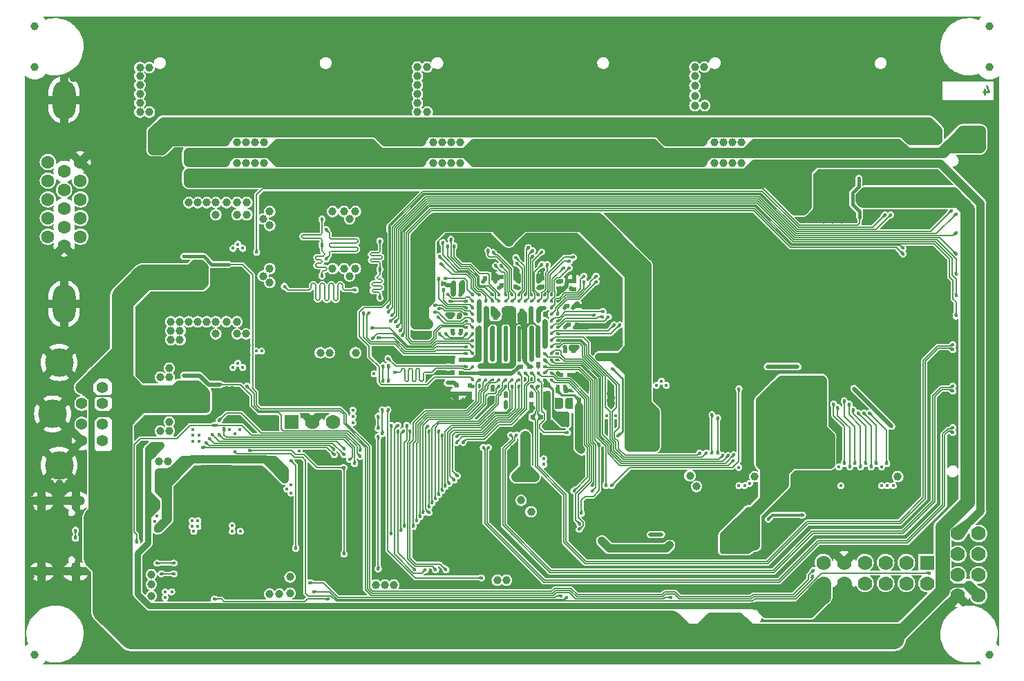
<source format=gbr>
%TF.GenerationSoftware,KiCad,Pcbnew,7.0.9-7.0.9~ubuntu22.04.1*%
%TF.CreationDate,2025-03-17T10:50:24+02:00*%
%TF.ProjectId,GateMateA1-EVB_Rev_C,47617465-4d61-4746-9541-312d4556425f,C*%
%TF.SameCoordinates,PX5f5e100PY7bfa480*%
%TF.FileFunction,Copper,L4,Bot*%
%TF.FilePolarity,Positive*%
%FSLAX46Y46*%
G04 Gerber Fmt 4.6, Leading zero omitted, Abs format (unit mm)*
G04 Created by KiCad (PCBNEW 7.0.9-7.0.9~ubuntu22.04.1) date 2025-03-17 10:50:24*
%MOMM*%
%LPD*%
G01*
G04 APERTURE LIST*
%ADD10C,0.254000*%
%TA.AperFunction,NonConductor*%
%ADD11C,0.254000*%
%TD*%
%TA.AperFunction,ComponentPad*%
%ADD12O,2.200000X1.200000*%
%TD*%
%TA.AperFunction,ComponentPad*%
%ADD13O,2.000000X1.300000*%
%TD*%
%TA.AperFunction,ComponentPad*%
%ADD14C,1.778000*%
%TD*%
%TA.AperFunction,ComponentPad*%
%ADD15R,1.778000X1.778000*%
%TD*%
%TA.AperFunction,ComponentPad*%
%ADD16C,1.410000*%
%TD*%
%TA.AperFunction,ComponentPad*%
%ADD17C,3.500000*%
%TD*%
%TA.AperFunction,ComponentPad*%
%ADD18C,1.000000*%
%TD*%
%TA.AperFunction,ComponentPad*%
%ADD19C,1.800000*%
%TD*%
%TA.AperFunction,ComponentPad*%
%ADD20C,1.600000*%
%TD*%
%TA.AperFunction,ComponentPad*%
%ADD21O,2.800000X4.800000*%
%TD*%
%TA.AperFunction,SMDPad,CuDef*%
%ADD22R,0.500000X0.550000*%
%TD*%
%TA.AperFunction,SMDPad,CuDef*%
%ADD23R,0.550000X0.500000*%
%TD*%
%TA.AperFunction,SMDPad,CuDef*%
%ADD24C,1.000000*%
%TD*%
%TA.AperFunction,ConnectorPad*%
%ADD25C,1.000000*%
%TD*%
%TA.AperFunction,ViaPad*%
%ADD26C,0.450000*%
%TD*%
%TA.AperFunction,ViaPad*%
%ADD27C,1.000000*%
%TD*%
%TA.AperFunction,Conductor*%
%ADD28C,0.406400*%
%TD*%
%TA.AperFunction,Conductor*%
%ADD29C,0.508000*%
%TD*%
%TA.AperFunction,Conductor*%
%ADD30C,1.016000*%
%TD*%
%TA.AperFunction,Conductor*%
%ADD31C,0.127000*%
%TD*%
%TA.AperFunction,Conductor*%
%ADD32C,0.381000*%
%TD*%
%TA.AperFunction,Conductor*%
%ADD33C,0.254000*%
%TD*%
%TA.AperFunction,Conductor*%
%ADD34C,1.270000*%
%TD*%
%TA.AperFunction,Conductor*%
%ADD35C,1.778000*%
%TD*%
%TA.AperFunction,Conductor*%
%ADD36C,0.457200*%
%TD*%
%TA.AperFunction,Conductor*%
%ADD37C,0.450000*%
%TD*%
%TA.AperFunction,Conductor*%
%ADD38C,0.762000*%
%TD*%
%TA.AperFunction,Conductor*%
%ADD39C,2.540000*%
%TD*%
%TA.AperFunction,Conductor*%
%ADD40C,1.524000*%
%TD*%
%TA.AperFunction,Conductor*%
%ADD41C,2.032000*%
%TD*%
%TA.AperFunction,Conductor*%
%ADD42C,0.165100*%
%TD*%
%TA.AperFunction,Conductor*%
%ADD43C,0.304800*%
%TD*%
G04 APERTURE END LIST*
D10*
D11*
X117905561Y70814881D02*
X117905561Y70137548D01*
X118147466Y71201928D02*
X118389371Y70476214D01*
X118389371Y70476214D02*
X117760418Y70476214D01*
D12*
%TO.P,USB-C1,0,SHELL*%
%TO.N,GND*%
X6530000Y11680000D03*
X6530000Y20320000D03*
D13*
X2350000Y11680000D03*
X2350000Y20320000D03*
%TD*%
D14*
%TO.P,TRST1,1,Pad*%
%TO.N,/GPIO21\u005CJTAG_TRST*%
X114630000Y11255000D03*
%TD*%
%TO.P,+1V8,1,Pad*%
%TO.N,+1V8*%
X117170000Y16335000D03*
%TD*%
D15*
%TO.P,Pmod1,1,1*%
%TO.N,Net-(U6-B1)*%
X110850000Y12770000D03*
D14*
%TO.P,Pmod1,2,2*%
%TO.N,Net-(U6-B3)*%
X108310000Y12770000D03*
%TO.P,Pmod1,3,3*%
%TO.N,Net-(U6-B5)*%
X105770000Y12770000D03*
%TO.P,Pmod1,4,4*%
%TO.N,Net-(U6-B7)*%
X103230000Y12770000D03*
%TO.P,Pmod1,5,5*%
%TO.N,GND*%
X100690000Y12770000D03*
%TO.P,Pmod1,6,6*%
%TO.N,+3V3*%
X98150000Y12770000D03*
%TO.P,Pmod1,7,7*%
%TO.N,Net-(U6-B2)*%
X110850000Y10230000D03*
%TO.P,Pmod1,8,8*%
%TO.N,Net-(U6-B4)*%
X108310000Y10230000D03*
%TO.P,Pmod1,9,9*%
%TO.N,Net-(U6-B6)*%
X105770000Y10230000D03*
%TO.P,Pmod1,10,10*%
%TO.N,Net-(U6-B8)*%
X103230000Y10230000D03*
%TO.P,Pmod1,11,11*%
%TO.N,GND*%
X100690000Y10230000D03*
%TO.P,Pmod1,12,12*%
%TO.N,+3V3*%
X98150000Y10230000D03*
%TD*%
D16*
%TO.P,PS2_KBD1,1,1*%
%TO.N,Net-(FET1-D)*%
X7270000Y29730000D03*
%TO.P,PS2_KBD1,2,2*%
%TO.N,unconnected-(PS2_KBD1-Pad2)*%
X7270000Y32270000D03*
%TO.P,PS2_KBD1,3,3*%
%TO.N,GND*%
X7270000Y27740000D03*
%TO.P,PS2_KBD1,4,4*%
%TO.N,+5V_USB*%
X7270000Y34260000D03*
%TO.P,PS2_KBD1,5,5*%
%TO.N,Net-(FET2-D)*%
X9810000Y27740000D03*
%TO.P,PS2_KBD1,6,6*%
%TO.N,unconnected-(PS2_KBD1-Pad6)*%
X9810000Y34260000D03*
%TO.P,PS2_KBD1,7,NC1*%
%TO.N,unconnected-(PS2_KBD1-NC1-Pad7)*%
X9810000Y32270000D03*
%TO.P,PS2_KBD1,8,NC2*%
%TO.N,unconnected-(PS2_KBD1-NC2-Pad8)*%
X9810000Y29730000D03*
D17*
%TO.P,PS2_KBD1,9,SHIELD1*%
%TO.N,GND*%
X4500000Y37300000D03*
X3700000Y31000000D03*
X4500000Y24700000D03*
%TD*%
D14*
%TO.P,VDD_CORE1,1,Pad*%
%TO.N,VDD_CORE*%
X114630000Y13795000D03*
%TD*%
%TO.P,GND1,1,Pad*%
%TO.N,GND*%
X114630000Y8715000D03*
%TD*%
D18*
%TO.P,U10,57,GND(EPAD)*%
%TO.N,GND*%
X23100000Y23206200D03*
X23100000Y20806200D03*
D19*
X24300000Y22006200D03*
D18*
X25500000Y23206200D03*
X25570000Y20806200D03*
%TD*%
D14*
%TO.P,+3V3,1,Pad*%
%TO.N,+3V3*%
X117170000Y11255000D03*
%TD*%
%TO.P,+1V2,1,Pad*%
%TO.N,+1V2*%
X114630000Y16335000D03*
%TD*%
%TO.P,+5V_USB1,1,Pad*%
%TO.N,+5V_USB*%
X117170000Y8715000D03*
%TD*%
%TO.P,+2V5,1,Pad*%
%TO.N,+2V5*%
X117170000Y13795000D03*
%TD*%
D20*
%TO.P,VGA1,1,Red*%
%TO.N,Net-(TVS3-IO2)*%
X7090000Y52720000D03*
%TO.P,VGA1,2,Green*%
%TO.N,Net-(TVS2-IO2)*%
X7090000Y55010000D03*
%TO.P,VGA1,3,Blue*%
%TO.N,Net-(TVS1-IO2)*%
X7090000Y57300000D03*
%TO.P,VGA1,4,ID2/RES*%
%TO.N,unconnected-(VGA1-ID2{slash}RES-Pad4)*%
X7090000Y59590000D03*
%TO.P,VGA1,5,GND*%
%TO.N,GND*%
X7090000Y61880000D03*
%TO.P,VGA1,6,Red_RTN*%
X5110000Y51575000D03*
%TO.P,VGA1,7,Green_RTN*%
X5110000Y53865000D03*
%TO.P,VGA1,8,Blue_RTN*%
X5110000Y56155000D03*
%TO.P,VGA1,9,Key/PWR*%
%TO.N,unconnected-(VGA1-Key{slash}PWR-Pad9)*%
X5110000Y58445000D03*
%TO.P,VGA1,10,GND*%
%TO.N,GND*%
X5110000Y60735000D03*
%TO.P,VGA1,11,ID0/RES*%
%TO.N,unconnected-(VGA1-ID0{slash}RES-Pad11)*%
X3130000Y52720000D03*
%TO.P,VGA1,12,ID1/SDA*%
%TO.N,unconnected-(VGA1-ID1{slash}SDA-Pad12)*%
X3130000Y55010000D03*
%TO.P,VGA1,13,HSync*%
%TO.N,/VGA_HSync*%
X3130000Y57300000D03*
%TO.P,VGA1,14,VSync*%
%TO.N,/VGA_VSync*%
X3130000Y59590000D03*
%TO.P,VGA1,15,ID3/SCL*%
%TO.N,unconnected-(VGA1-ID3{slash}SCL-Pad15)*%
X3130000Y61880000D03*
D21*
%TO.P,VGA1,16,Shield1*%
%TO.N,GND*%
X5110000Y69495000D03*
%TO.P,VGA1,17,Shield2*%
X5110000Y44505000D03*
%TD*%
D15*
%TO.P,SWD1,1*%
%TO.N,Net-(R47-Pad2)*%
X32960000Y30000000D03*
D14*
%TO.P,SWD1,2*%
%TO.N,GND*%
X35500000Y30000000D03*
%TO.P,SWD1,3*%
%TO.N,Net-(R48-Pad2)*%
X38040000Y30000000D03*
%TD*%
D22*
%TO.P,C50,1*%
%TO.N,GND*%
X58482600Y38800000D03*
%TO.P,C50,2*%
%TO.N,VDD_CORE*%
X57517400Y38800000D03*
%TD*%
D23*
%TO.P,C27,1*%
%TO.N,+2V5*%
X59600000Y35892000D03*
%TO.P,C27,2*%
%TO.N,GND*%
X59600000Y36908000D03*
%TD*%
%TO.P,C79,1*%
%TO.N,+2V5*%
X64400000Y34608000D03*
%TO.P,C79,2*%
%TO.N,GND*%
X64400000Y33592000D03*
%TD*%
D22*
%TO.P,C53,1*%
%TO.N,GND*%
X58482600Y40400000D03*
%TO.P,C53,2*%
%TO.N,VDD_CORE*%
X57517400Y40400000D03*
%TD*%
%TO.P,C9,1*%
%TO.N,+2V5*%
X66492000Y38700000D03*
%TO.P,C9,2*%
%TO.N,GND*%
X67508000Y38700000D03*
%TD*%
%TO.P,C13,1*%
%TO.N,+2V5*%
X53708000Y37600000D03*
%TO.P,C13,2*%
%TO.N,GND*%
X52692000Y37600000D03*
%TD*%
%TO.P,C65,1*%
%TO.N,GND*%
X61392000Y38800000D03*
%TO.P,C65,2*%
%TO.N,VDD_CORE*%
X62408000Y38800000D03*
%TD*%
D23*
%TO.P,C16,1*%
%TO.N,GND*%
X60400000Y47608000D03*
%TO.P,C16,2*%
%TO.N,VDD_NB*%
X60400000Y46592000D03*
%TD*%
%TO.P,C2,1*%
%TO.N,VDD_EB*%
X67600000Y46292000D03*
%TO.P,C2,2*%
%TO.N,GND*%
X67600000Y47308000D03*
%TD*%
%TO.P,C68,1*%
%TO.N,+2V5*%
X54800000Y34508000D03*
%TO.P,C68,2*%
%TO.N,GND*%
X54800000Y33492000D03*
%TD*%
D22*
%TO.P,C43,1*%
%TO.N,GND*%
X67192000Y31900000D03*
%TO.P,C43,2*%
%TO.N,/VDD_SER_PLL*%
X68208000Y31900000D03*
%TD*%
%TO.P,C23,1*%
%TO.N,VDD_NA*%
X57992000Y42800000D03*
%TO.P,C23,2*%
%TO.N,GND*%
X59008000Y42800000D03*
%TD*%
%TO.P,C28,1*%
%TO.N,+2V5*%
X55792000Y40400000D03*
%TO.P,C28,2*%
%TO.N,GND*%
X56808000Y40400000D03*
%TD*%
D24*
%TO.P,FID12,Fid1,FID\u002A*%
%TO.N,unconnected-(FID12-FID\u002A-PadFid1)*%
X1500000Y73500000D03*
%TD*%
D22*
%TO.P,C17,1*%
%TO.N,+2V5*%
X64158000Y41200000D03*
%TO.P,C17,2*%
%TO.N,GND*%
X63142000Y41200000D03*
%TD*%
%TO.P,C78,1*%
%TO.N,GND*%
X64492000Y31000000D03*
%TO.P,C78,2*%
%TO.N,+2V5*%
X65508000Y31000000D03*
%TD*%
%TO.P,C7,1*%
%TO.N,GND*%
X57708000Y47600000D03*
%TO.P,C7,2*%
%TO.N,VDD_NA*%
X56692000Y47600000D03*
%TD*%
%TO.P,C69,1*%
%TO.N,GND*%
X61392000Y39600000D03*
%TO.P,C69,2*%
%TO.N,VDD_CORE*%
X62408000Y39600000D03*
%TD*%
%TO.P,C34,1*%
%TO.N,GND*%
X67808000Y44200000D03*
%TO.P,C34,2*%
%TO.N,VDD_EB*%
X66792000Y44200000D03*
%TD*%
%TO.P,C47,1*%
%TO.N,GND*%
X64492000Y31900000D03*
%TO.P,C47,2*%
%TO.N,/VDD_SER*%
X65508000Y31900000D03*
%TD*%
D25*
%TO.P,FID8,Fid1,FID\u002A*%
%TO.N,unconnected-(FID8-FID\u002A-PadFid1)*%
X1500000Y78500000D03*
%TD*%
D22*
%TO.P,C38,1*%
%TO.N,GND*%
X52442000Y42850000D03*
%TO.P,C38,2*%
%TO.N,+1V8*%
X53458000Y42850000D03*
%TD*%
%TO.P,C33,1*%
%TO.N,+2V5*%
X64158000Y39600000D03*
%TO.P,C33,2*%
%TO.N,GND*%
X63142000Y39600000D03*
%TD*%
%TO.P,C44,1*%
%TO.N,GND*%
X67192000Y32700000D03*
%TO.P,C44,2*%
%TO.N,/VDD_SER_PLL*%
X68208000Y32700000D03*
%TD*%
%TO.P,C36,1*%
%TO.N,GND*%
X62108000Y36800000D03*
%TO.P,C36,2*%
%TO.N,+2V5*%
X61092000Y36800000D03*
%TD*%
%TO.P,R13,1*%
%TO.N,/SER_CLK_N*%
X63508000Y30600000D03*
%TO.P,R13,2*%
%TO.N,/SER_CLK_P*%
X62492000Y30600000D03*
%TD*%
%TO.P,C60,1*%
%TO.N,GND*%
X60208000Y41200000D03*
%TO.P,C60,2*%
%TO.N,VDD_CORE*%
X59192000Y41200000D03*
%TD*%
%TO.P,C31,1*%
%TO.N,VDD_NA*%
X57992000Y43600000D03*
%TO.P,C31,2*%
%TO.N,GND*%
X59008000Y43600000D03*
%TD*%
%TO.P,C76,1*%
%TO.N,+2V5*%
X53708000Y36000000D03*
%TO.P,C76,2*%
%TO.N,GND*%
X52692000Y36000000D03*
%TD*%
D25*
%TO.P,FID9,Fid1,FID\u002A*%
%TO.N,unconnected-(FID9-FID\u002A-PadFid1)*%
X118500000Y78500000D03*
%TD*%
D22*
%TO.P,C45,1*%
%TO.N,GND*%
X66608000Y33800000D03*
%TO.P,C45,2*%
%TO.N,/VDD_SER_PLL*%
X65592000Y33800000D03*
%TD*%
%TO.P,C14,1*%
%TO.N,+1V8*%
X53708000Y46000000D03*
%TO.P,C14,2*%
%TO.N,GND*%
X52692000Y46000000D03*
%TD*%
%TO.P,C22,1*%
%TO.N,GND*%
X56908000Y43600000D03*
%TO.P,C22,2*%
%TO.N,+1V8*%
X55892000Y43600000D03*
%TD*%
%TO.P,C18,1*%
%TO.N,GND*%
X62292000Y43600000D03*
%TO.P,C18,2*%
%TO.N,VDD_EB*%
X63308000Y43600000D03*
%TD*%
%TO.P,C49,1*%
%TO.N,GND*%
X64492000Y32700000D03*
%TO.P,C49,2*%
%TO.N,/VDD_SER*%
X65508000Y32700000D03*
%TD*%
%TO.P,C26,1*%
%TO.N,GND*%
X62292000Y42800000D03*
%TO.P,C26,2*%
%TO.N,VDD_EB*%
X63308000Y42800000D03*
%TD*%
%TO.P,C71,1*%
%TO.N,GND*%
X61392000Y38000000D03*
%TO.P,C71,2*%
%TO.N,VDD_CORE*%
X62408000Y38000000D03*
%TD*%
D23*
%TO.P,C48,1*%
%TO.N,GND*%
X62400000Y32192000D03*
%TO.P,C48,2*%
%TO.N,/VDD_SER*%
X62400000Y33208000D03*
%TD*%
%TO.P,C15,1*%
%TO.N,VDD_NA*%
X58700000Y46792000D03*
%TO.P,C15,2*%
%TO.N,GND*%
X58700000Y47808000D03*
%TD*%
D22*
%TO.P,C25,1*%
%TO.N,+2V5*%
X64158000Y40400000D03*
%TO.P,C25,2*%
%TO.N,GND*%
X63142000Y40400000D03*
%TD*%
%TO.P,C77,1*%
%TO.N,GND*%
X58482600Y39600000D03*
%TO.P,C77,2*%
%TO.N,VDD_CORE*%
X57517400Y39600000D03*
%TD*%
D23*
%TO.P,C10,1*%
%TO.N,VDD_EB*%
X66000000Y47308000D03*
%TO.P,C10,2*%
%TO.N,GND*%
X66000000Y46292000D03*
%TD*%
D25*
%TO.P,FID7,Fid1,FID\u002A*%
%TO.N,unconnected-(FID7-FID\u002A-PadFid1)*%
X1500000Y1500000D03*
%TD*%
D22*
%TO.P,C51,1*%
%TO.N,GND*%
X58482600Y38000000D03*
%TO.P,C51,2*%
%TO.N,VDD_CORE*%
X57517400Y38000000D03*
%TD*%
%TO.P,C32,1*%
%TO.N,GND*%
X60192000Y43600000D03*
%TO.P,C32,2*%
%TO.N,VDD_NB*%
X61208000Y43600000D03*
%TD*%
D24*
%TO.P,FID10,Fid1,FID\u002A*%
%TO.N,unconnected-(FID10-FID\u002A-PadFid1)*%
X118500000Y1500000D03*
%TD*%
D23*
%TO.P,C70,1*%
%TO.N,+2V5*%
X53200000Y34508000D03*
%TO.P,C70,2*%
%TO.N,GND*%
X53200000Y33492000D03*
%TD*%
%TO.P,C11,1*%
%TO.N,+2V5*%
X57600000Y34008000D03*
%TO.P,C11,2*%
%TO.N,GND*%
X57600000Y32992000D03*
%TD*%
D24*
%TO.P,FID11,Fid1,FID\u002A*%
%TO.N,unconnected-(FID11-FID\u002A-PadFid1)*%
X118500000Y73500000D03*
%TD*%
D22*
%TO.P,C55,1*%
%TO.N,GND*%
X61392000Y40400000D03*
%TO.P,C55,2*%
%TO.N,VDD_CORE*%
X62408000Y40400000D03*
%TD*%
D23*
%TO.P,C35,1*%
%TO.N,+2V5*%
X58000000Y35892000D03*
%TO.P,C35,2*%
%TO.N,GND*%
X58000000Y36908000D03*
%TD*%
%TO.P,C8,1*%
%TO.N,VDD_NB*%
X63700000Y46592000D03*
%TO.P,C8,2*%
%TO.N,GND*%
X63700000Y47608000D03*
%TD*%
D22*
%TO.P,C5,1*%
%TO.N,GND*%
X52692000Y41200000D03*
%TO.P,C5,2*%
%TO.N,+2V5*%
X53708000Y41200000D03*
%TD*%
D23*
%TO.P,C20,1*%
%TO.N,GND*%
X63200000Y38108000D03*
%TO.P,C20,2*%
%TO.N,+2V5*%
X63200000Y37092000D03*
%TD*%
D22*
%TO.P,C64,1*%
%TO.N,GND*%
X61392000Y41200000D03*
%TO.P,C64,2*%
%TO.N,VDD_CORE*%
X62408000Y41200000D03*
%TD*%
%TO.P,C54,1*%
%TO.N,GND*%
X60208000Y40400000D03*
%TO.P,C54,2*%
%TO.N,VDD_CORE*%
X59192000Y40400000D03*
%TD*%
%TO.P,C56,1*%
%TO.N,GND*%
X58482600Y41200000D03*
%TO.P,C56,2*%
%TO.N,VDD_CORE*%
X57517400Y41200000D03*
%TD*%
%TO.P,C72,1*%
%TO.N,+2V5*%
X55792000Y38800000D03*
%TO.P,C72,2*%
%TO.N,GND*%
X56808000Y38800000D03*
%TD*%
%TO.P,C57,1*%
%TO.N,GND*%
X60208000Y38800000D03*
%TO.P,C57,2*%
%TO.N,VDD_CORE*%
X59192000Y38800000D03*
%TD*%
%TO.P,C41,1*%
%TO.N,GND*%
X67008000Y35800000D03*
%TO.P,C41,2*%
%TO.N,/VDD_PLL*%
X65992000Y35800000D03*
%TD*%
D23*
%TO.P,C80,1*%
%TO.N,+2V5*%
X57200000Y35892000D03*
%TO.P,C80,2*%
%TO.N,GND*%
X57200000Y36908000D03*
%TD*%
D22*
%TO.P,C74,1*%
%TO.N,+2V5*%
X55792000Y38000000D03*
%TO.P,C74,2*%
%TO.N,GND*%
X56808000Y38000000D03*
%TD*%
%TO.P,C24,1*%
%TO.N,GND*%
X60192000Y42800000D03*
%TO.P,C24,2*%
%TO.N,VDD_NB*%
X61208000Y42800000D03*
%TD*%
%TO.P,C37,1*%
%TO.N,+2V5*%
X55792000Y39600000D03*
%TO.P,C37,2*%
%TO.N,GND*%
X56808000Y39600000D03*
%TD*%
%TO.P,C29,1*%
%TO.N,GND*%
X56908000Y42800000D03*
%TO.P,C29,2*%
%TO.N,+1V8*%
X55892000Y42800000D03*
%TD*%
%TO.P,C21,1*%
%TO.N,+2V5*%
X55792000Y41200000D03*
%TO.P,C21,2*%
%TO.N,GND*%
X56808000Y41200000D03*
%TD*%
%TO.P,C61,1*%
%TO.N,GND*%
X60208000Y38000000D03*
%TO.P,C61,2*%
%TO.N,VDD_CORE*%
X59192000Y38000000D03*
%TD*%
D23*
%TO.P,C3,1*%
%TO.N,GND*%
X59200000Y32192000D03*
%TO.P,C3,2*%
%TO.N,+2V5*%
X59200000Y33208000D03*
%TD*%
D22*
%TO.P,C1,1*%
%TO.N,GND*%
X67908000Y41900000D03*
%TO.P,C1,2*%
%TO.N,+2V5*%
X66892000Y41900000D03*
%TD*%
%TO.P,C52,1*%
%TO.N,GND*%
X60208000Y39600000D03*
%TO.P,C52,2*%
%TO.N,VDD_CORE*%
X59192000Y39600000D03*
%TD*%
%TO.P,C6,1*%
%TO.N,+1V8*%
X53708000Y46800000D03*
%TO.P,C6,2*%
%TO.N,GND*%
X52692000Y46800000D03*
%TD*%
D23*
%TO.P,C81,1*%
%TO.N,+2V5*%
X56400000Y35892000D03*
%TO.P,C81,2*%
%TO.N,GND*%
X56400000Y36908000D03*
%TD*%
%TO.P,C19,1*%
%TO.N,+2V5*%
X58800000Y35892000D03*
%TO.P,C19,2*%
%TO.N,GND*%
X58800000Y36908000D03*
%TD*%
D26*
%TO.N,GND*%
X25700000Y31900000D03*
D27*
X84500000Y44500000D03*
D26*
X43100000Y34700000D03*
X107000000Y60800000D03*
X58800000Y28200000D03*
X82575000Y16625000D03*
D27*
X1016000Y39400000D03*
X82400000Y78800000D03*
D26*
X60000000Y39200000D03*
D27*
X66100000Y78800000D03*
D26*
X71608000Y29800000D03*
D27*
X32200000Y1051002D03*
X8100000Y74200000D03*
D26*
X24250000Y37400000D03*
D27*
X84800000Y76600000D03*
X97500000Y78800000D03*
D26*
X104608000Y59200000D03*
D27*
X95800000Y11900000D03*
D26*
X19800000Y36722962D03*
D27*
X25500000Y32700000D03*
D26*
X24900000Y51400000D03*
D27*
X27300000Y32700000D03*
X34400000Y34500000D03*
X26500000Y20900000D03*
X118800000Y54400000D03*
X105300000Y21261000D03*
D26*
X100400000Y60800000D03*
X62000000Y52900000D03*
X14400000Y25900000D03*
D27*
X23200000Y24265000D03*
X4500000Y10600000D03*
X38200000Y1051002D03*
X78200000Y1051002D03*
X35500000Y34500000D03*
D26*
X99700000Y60000000D03*
X99700000Y59200000D03*
X63200000Y40000000D03*
D27*
X84800000Y77700000D03*
X87000000Y44500000D03*
X112800000Y7000000D03*
D26*
X58000000Y48000000D03*
X60800000Y48000000D03*
X64100000Y16900000D03*
D27*
X111800000Y70000000D03*
D26*
X56000000Y34400000D03*
X33900000Y22500000D03*
D27*
X4500000Y11700000D03*
D26*
X77600000Y17000000D03*
D27*
X95840000Y21650000D03*
X31000000Y44900000D03*
X31200000Y34200000D03*
X100100000Y19200010D03*
X118800000Y66000000D03*
D26*
X14400000Y24500000D03*
D27*
X12300000Y67200000D03*
D26*
X105800000Y20500000D03*
X109000000Y54400000D03*
X60900000Y18500000D03*
X82575000Y15700000D03*
X48700000Y15700000D03*
X68000000Y44600000D03*
D27*
X14400000Y76600000D03*
D26*
X55100000Y52900000D03*
X69200000Y41600000D03*
D27*
X81400000Y14600000D03*
D26*
X51500000Y36000000D03*
D27*
X106200000Y1051002D03*
D26*
X68000000Y39200000D03*
X62600000Y31700000D03*
D27*
X1016000Y57400000D03*
X23700000Y38200000D03*
D26*
X50400000Y15700000D03*
D27*
X117500000Y68800000D03*
D26*
X65600000Y46400000D03*
D27*
X6700000Y22500000D03*
D26*
X98700000Y36150000D03*
D27*
X22100000Y24265000D03*
D26*
X78300000Y15400000D03*
X59200000Y32500000D03*
D27*
X68400000Y25200000D03*
X78575000Y18900000D03*
D26*
X64850000Y16900000D03*
X23600000Y31900000D03*
D27*
X68200000Y1051002D03*
X118800000Y14200000D03*
X13000000Y78800000D03*
D26*
X65600000Y45600000D03*
D27*
X82400000Y75500000D03*
D26*
X69197176Y33900000D03*
D27*
X101100000Y19200000D03*
D26*
X72400000Y32300000D03*
D27*
X111800000Y78800000D03*
D26*
X59700000Y17700000D03*
D27*
X25400000Y24265000D03*
D26*
X61600000Y41600000D03*
D27*
X6923887Y6923887D03*
X1016000Y65400000D03*
D26*
X69700000Y13600000D03*
D27*
X118800000Y16600000D03*
D26*
X14400000Y23800000D03*
D27*
X118800000Y41700000D03*
X44200000Y1051002D03*
D26*
X58400000Y41600000D03*
X68266229Y35766229D03*
D27*
X118800000Y64700000D03*
X55900000Y78800000D03*
X82400000Y76600000D03*
X100100000Y78800000D03*
D26*
X103900000Y59200000D03*
D27*
X3000000Y13200000D03*
D26*
X25000000Y33500000D03*
D27*
X25500000Y47300000D03*
D26*
X89100000Y20000000D03*
X70200000Y19500000D03*
X72400000Y33000000D03*
X60800000Y47200000D03*
X99700000Y60800000D03*
D27*
X16800000Y78800000D03*
D26*
X63200000Y41600000D03*
X23489000Y47800000D03*
D27*
X1000000Y9000000D03*
D26*
X79200000Y13600000D03*
D27*
X41000000Y78800000D03*
X111800000Y74500000D03*
X36700000Y12000000D03*
D26*
X80150000Y20600000D03*
D27*
X73700000Y78800000D03*
X4500000Y19200000D03*
X3000000Y15400000D03*
D26*
X56800000Y44000000D03*
D27*
X75000000Y78800000D03*
X118800000Y49350000D03*
D26*
X105300000Y59200000D03*
X36400000Y23200000D03*
D27*
X50800000Y75500000D03*
D26*
X58400000Y38400000D03*
D27*
X53400000Y78800000D03*
D26*
X52800000Y38000000D03*
X56200000Y17300000D03*
X60000000Y40000000D03*
D27*
X70700000Y39800000D03*
X92300000Y1051002D03*
D26*
X77600000Y17650000D03*
D27*
X27500000Y52800000D03*
D26*
X96350000Y21050000D03*
D27*
X118800000Y56950000D03*
X82200000Y1051002D03*
X50800000Y77700000D03*
X110700000Y78800000D03*
X58500000Y78800000D03*
X1000000Y11000000D03*
X104200000Y1051002D03*
X9800000Y59400000D03*
X1016000Y45400000D03*
D26*
X65600000Y38400000D03*
X59200000Y36800000D03*
D27*
X1016000Y71400000D03*
D26*
X49600000Y15700000D03*
X23500000Y50000000D03*
D27*
X9800000Y62200000D03*
X28200000Y1051002D03*
X9000000Y78800000D03*
X118800000Y46800000D03*
D26*
X26600000Y30100000D03*
X66800000Y32700000D03*
D27*
X27500000Y38200000D03*
D26*
X22600000Y51100000D03*
D27*
X98200000Y54800000D03*
D26*
X14400000Y26600000D03*
D27*
X13100000Y66400000D03*
X1000000Y29400000D03*
X96200000Y1051002D03*
X112200000Y1051002D03*
X20200000Y1051002D03*
X106700000Y60100000D03*
X94200000Y39000000D03*
D26*
X59700000Y18500000D03*
X94000000Y20600000D03*
X66400000Y34400000D03*
D27*
X94900000Y22000000D03*
X111800000Y76000000D03*
X89800000Y1051002D03*
D26*
X61600000Y40000000D03*
X100400000Y59200000D03*
D27*
X100200000Y1051002D03*
D26*
X23500000Y37400000D03*
D27*
X48200000Y1051002D03*
D26*
X63200000Y40800000D03*
X63200000Y48000000D03*
X20500000Y15100000D03*
D27*
X46200000Y1051002D03*
X1016000Y63400000D03*
X91900000Y40300000D03*
X98800000Y59200000D03*
D26*
X65600000Y16900000D03*
D27*
X24200000Y1051002D03*
D26*
X56800000Y43200000D03*
D27*
X6200000Y72200000D03*
D26*
X66800000Y47200000D03*
D27*
X84700000Y1051002D03*
D26*
X35200000Y21100000D03*
X26400000Y31900000D03*
X37600000Y25300000D03*
D27*
X92400000Y78800000D03*
D26*
X60000000Y38400000D03*
D27*
X50200000Y1051002D03*
D26*
X20400000Y37200000D03*
X39000000Y32400000D03*
D27*
X42500000Y78800000D03*
D26*
X78300000Y33000000D03*
D27*
X94200000Y40300000D03*
D26*
X24900000Y48700000D03*
D27*
X26500000Y22000000D03*
D26*
X56800000Y41600000D03*
X103200000Y60800000D03*
D27*
X111800000Y3000000D03*
X48400000Y78800000D03*
D26*
X56800000Y38400000D03*
X33900000Y25200000D03*
D27*
X1016000Y61400000D03*
X1016000Y51400000D03*
X89900000Y78800000D03*
D26*
X52799990Y43200000D03*
D27*
X24300000Y24265000D03*
D26*
X55600000Y52300000D03*
D27*
X35200000Y50000000D03*
X118800000Y36650000D03*
D26*
X94900000Y20600000D03*
D27*
X91900000Y39000000D03*
D26*
X107500000Y55400000D03*
X103200000Y60100000D03*
X72400000Y20100000D03*
X106200000Y59200000D03*
X25500000Y37900000D03*
X21500000Y15100000D03*
X25500000Y52500000D03*
X63200000Y47200000D03*
X64000000Y32700000D03*
D27*
X100377038Y54800000D03*
X32100000Y78800000D03*
D26*
X52864309Y47135691D03*
X67400000Y44000000D03*
D27*
X44000000Y78800000D03*
D26*
X62400000Y44000000D03*
D27*
X118800000Y21400000D03*
X18500000Y52400000D03*
X1000000Y7000000D03*
D26*
X60000000Y42400000D03*
D27*
X94900000Y23100000D03*
D26*
X21000000Y14600000D03*
X24200000Y52100000D03*
D27*
X30200000Y1051002D03*
D26*
X71100000Y26800000D03*
D27*
X23700000Y52800000D03*
D26*
X37300000Y19500000D03*
X71799990Y33492000D03*
X59200000Y44000000D03*
D27*
X26500000Y23200000D03*
X118800000Y31550000D03*
X71150000Y78800000D03*
X22100000Y19800000D03*
X13100000Y53800000D03*
X81400000Y16800000D03*
X58200000Y1051002D03*
D26*
X105300000Y60800000D03*
D27*
X1016000Y49400000D03*
X36200000Y44100000D03*
D26*
X50800000Y35000000D03*
X23500000Y36000000D03*
D27*
X111800000Y71500000D03*
D26*
X61600000Y38400000D03*
D27*
X1016000Y67400000D03*
X1016000Y69400000D03*
X26400000Y38200000D03*
D26*
X24200000Y51400000D03*
X64000000Y43200000D03*
X39800000Y32400000D03*
D27*
X18200000Y1051002D03*
X61000000Y78800000D03*
D26*
X77600000Y15400000D03*
X106299999Y19999999D03*
D27*
X1016000Y37400000D03*
X111800000Y77300000D03*
D26*
X61600000Y40800000D03*
D27*
X5600000Y22500000D03*
D26*
X68400000Y41600000D03*
D27*
X100800000Y37025000D03*
D26*
X59200000Y31800000D03*
D27*
X14400000Y77700000D03*
D26*
X61600000Y39200000D03*
D27*
X76200000Y1051002D03*
D26*
X77600000Y13600000D03*
D27*
X114500000Y68800000D03*
D26*
X67199992Y39200000D03*
D27*
X36200000Y1051002D03*
X84800000Y75500000D03*
X19400000Y78800000D03*
D26*
X62400000Y35200000D03*
D27*
X12200000Y1051002D03*
X64200000Y1051002D03*
X118800000Y44300000D03*
D26*
X24200000Y48000000D03*
X62400000Y36800000D03*
X23600000Y33500000D03*
D27*
X1000000Y27400000D03*
D26*
X21000000Y30100000D03*
X77700000Y33500000D03*
D27*
X14400000Y78800000D03*
D26*
X94900000Y17300000D03*
X23489000Y48500000D03*
X56800000Y40800000D03*
X52125000Y38000000D03*
D27*
X105200000Y78800000D03*
X82600000Y20200000D03*
X1016000Y59400000D03*
D26*
X57200000Y32100000D03*
D27*
X68600000Y78800000D03*
D26*
X60000000Y41600000D03*
D27*
X42000000Y48800000D03*
X91900000Y44500000D03*
X79600000Y1051002D03*
D26*
X25400000Y30100000D03*
D27*
X19400000Y15000000D03*
X10200000Y1051002D03*
X31800000Y51100000D03*
X87300000Y1051002D03*
X11000000Y78800000D03*
X24400000Y31600000D03*
X79500000Y78800000D03*
D26*
X99000000Y60800000D03*
X57600000Y36800000D03*
D27*
X81000000Y78800000D03*
X107700000Y78800000D03*
X56200000Y1051002D03*
D26*
X14400000Y25200000D03*
X63200000Y39200000D03*
X52829817Y45598803D03*
X62700000Y52900000D03*
D27*
X60200000Y1051002D03*
X118800000Y26450000D03*
X23200000Y19800000D03*
X102250000Y44500000D03*
D26*
X26000000Y30600000D03*
D27*
X37200000Y78800000D03*
X23700000Y54000000D03*
X22100000Y22000000D03*
X81400000Y15700000D03*
D26*
X26200000Y15100000D03*
X58400000Y40000000D03*
D27*
X14400000Y75500000D03*
X27500000Y54000000D03*
X1016000Y35400000D03*
D26*
X60000000Y43200000D03*
X63200000Y38400000D03*
D27*
X35200000Y51100000D03*
D26*
X25600000Y48100000D03*
X67599996Y41600000D03*
D27*
X1016000Y47400000D03*
D26*
X94900000Y19200000D03*
D27*
X25400000Y19800000D03*
D26*
X69000000Y19508000D03*
D27*
X42600000Y55000000D03*
D26*
X76600000Y18000000D03*
X59299996Y28800000D03*
X73000000Y19500000D03*
X21000000Y15600000D03*
X35900000Y21100000D03*
D27*
X97600000Y59200000D03*
X54200000Y1051002D03*
X78000000Y78800000D03*
D26*
X60000000Y37600000D03*
X40500000Y32400000D03*
D27*
X98700000Y37010999D03*
X50800000Y78800000D03*
X1000000Y21400000D03*
X34600000Y78800000D03*
X29600000Y78800000D03*
X1000000Y13200000D03*
X107250000Y20750000D03*
X118800000Y59500000D03*
D26*
X14400000Y17500000D03*
D27*
X60200000Y26700000D03*
X3400000Y22500000D03*
X34200000Y1051002D03*
X93050000Y40300000D03*
X26200000Y1051002D03*
D26*
X56000000Y36800000D03*
D27*
X88400000Y20750000D03*
X41900000Y54200000D03*
X48400000Y75500000D03*
X13100000Y49600000D03*
D26*
X24250000Y36700000D03*
X94900000Y18000000D03*
X14400000Y16800000D03*
X14400000Y19600000D03*
D27*
X1000000Y25400000D03*
X4500000Y12800000D03*
X42700000Y47900000D03*
D26*
X38200000Y20600000D03*
D27*
X97800000Y23100000D03*
X27000000Y78800000D03*
X4500000Y20300000D03*
D26*
X102500000Y60800000D03*
X25000000Y36700000D03*
D27*
X24400000Y78800000D03*
X8135002Y1051002D03*
D26*
X66800000Y31900000D03*
X61600000Y37600000D03*
X78900000Y33500000D03*
D27*
X118800000Y67300000D03*
X72200000Y1051002D03*
X82400000Y77700000D03*
X26500000Y19800000D03*
X77600000Y20200000D03*
D26*
X37800000Y20000000D03*
X63900000Y29500000D03*
X100400000Y60000000D03*
X56800000Y37600000D03*
D27*
X9800000Y63600000D03*
D26*
X47800000Y57800000D03*
X44800000Y33500000D03*
X71800000Y19500000D03*
X58400000Y39200000D03*
X110000000Y54400000D03*
D27*
X47000000Y78800000D03*
D26*
X52100000Y33200000D03*
X103200000Y59200000D03*
X21600000Y30600000D03*
D27*
X18300000Y15000000D03*
X71900000Y39800000D03*
X1000000Y31400000D03*
X118800000Y11800000D03*
D26*
X104600000Y60800000D03*
D27*
X1016000Y53400000D03*
X66200000Y1051002D03*
X87400000Y78800000D03*
D26*
X95750000Y20600000D03*
X58300000Y28800000D03*
D27*
X18500000Y51322962D03*
D26*
X64000000Y31900000D03*
D27*
X1000000Y19400000D03*
X102100000Y19200000D03*
X1016000Y41400000D03*
D26*
X59200000Y43200000D03*
D27*
X21900000Y78800000D03*
D26*
X61600000Y35200000D03*
D27*
X79625000Y18900000D03*
X77600000Y19200000D03*
D26*
X27100000Y31900000D03*
D27*
X102200000Y1051002D03*
D26*
X24900000Y48000000D03*
X58000000Y47200016D03*
X23500000Y36700000D03*
X54400000Y32800000D03*
X64800000Y26500000D03*
D27*
X26400000Y52800000D03*
D26*
X58400000Y40800000D03*
X71800000Y32600000D03*
D27*
X16800000Y77700000D03*
X50800000Y76600000D03*
D26*
X24900000Y52100000D03*
D27*
X39700000Y78800000D03*
D26*
X60000000Y40800000D03*
X55600004Y16700000D03*
X51300000Y15700000D03*
D27*
X24300000Y19800000D03*
D26*
X23489000Y47100000D03*
D27*
X108200000Y1051002D03*
X94500000Y44500000D03*
X106295505Y21261000D03*
D26*
X73400000Y15700000D03*
D27*
X1000000Y15400000D03*
D26*
X58400000Y37600000D03*
D27*
X80600000Y19200000D03*
X102600000Y78800000D03*
X97800000Y22000000D03*
X1016000Y33400000D03*
X118800000Y9400000D03*
X98200000Y1051002D03*
D26*
X60300000Y18000000D03*
D27*
X109200000Y78800000D03*
D26*
X52000000Y43200000D03*
X63908000Y26900000D03*
X56800000Y42400000D03*
D27*
X19577038Y51322962D03*
X23700000Y39400000D03*
X83700000Y20200000D03*
X8100000Y77800000D03*
D26*
X43700000Y38400000D03*
X58400000Y36800000D03*
X77600000Y18300000D03*
D27*
X62400000Y52200000D03*
X1016000Y43400000D03*
X42200000Y1051002D03*
X4500000Y22500000D03*
X16800000Y75500000D03*
X70200000Y1051002D03*
D26*
X69600000Y20100000D03*
D27*
X112900000Y78800000D03*
X33500000Y50000000D03*
X31800000Y44100000D03*
X99750000Y44500000D03*
D26*
X35200000Y20400000D03*
D27*
X22200000Y1051002D03*
X60200000Y25100000D03*
D26*
X63908000Y28200000D03*
X52800000Y40800000D03*
D27*
X40200000Y1051002D03*
D26*
X26700000Y15600000D03*
X20000000Y15600000D03*
X22600000Y36500000D03*
D27*
X13100000Y65000000D03*
D26*
X94900000Y19900000D03*
D27*
X113000000Y68800000D03*
D26*
X36900000Y25300000D03*
X100600000Y36150000D03*
D27*
X7000000Y78800000D03*
X49700000Y40600000D03*
D26*
X53200000Y32700000D03*
X33900000Y21100000D03*
X60000000Y36800000D03*
X56800000Y39200000D03*
D27*
X18300000Y13900000D03*
X118800000Y23900000D03*
D26*
X87800000Y20000000D03*
D27*
X16800000Y76600000D03*
D26*
X52800000Y33200000D03*
X14400000Y18900000D03*
D27*
X105700000Y60100000D03*
D26*
X23600000Y32700000D03*
D27*
X74200000Y1051002D03*
X116000000Y68800000D03*
D26*
X50800000Y36000000D03*
D27*
X48400000Y77700000D03*
D26*
X72700000Y29800000D03*
D27*
X13100000Y58000000D03*
D26*
X99750000Y36150000D03*
D27*
X62200000Y1051002D03*
X22100000Y23200000D03*
D26*
X101800000Y59200000D03*
X64000000Y33600000D03*
D27*
X48400000Y76600000D03*
X7200000Y73200000D03*
D26*
X14400000Y18200000D03*
D27*
X45500000Y78800000D03*
X26400000Y39400000D03*
X14200000Y1051002D03*
X3000000Y71900000D03*
X63550000Y78800000D03*
X96860000Y21650000D03*
X35200000Y44100000D03*
X118800000Y51900000D03*
X111800000Y5000000D03*
X9800000Y60800000D03*
D26*
X103900000Y60800000D03*
D27*
X111800000Y73000000D03*
X52200000Y1051002D03*
D26*
X25700000Y34200000D03*
X51464601Y37999760D03*
X22200000Y30100000D03*
D27*
X27400000Y47300000D03*
D26*
X111000000Y54400000D03*
D27*
X110200000Y1051002D03*
X4500000Y21400000D03*
X118800000Y39200000D03*
D26*
X43000000Y38400000D03*
X25700000Y15600000D03*
X25000000Y34200000D03*
D27*
X1000000Y17400000D03*
D26*
X106000000Y60800000D03*
D27*
X118800000Y19000000D03*
X95000000Y78800000D03*
X118800000Y34100000D03*
D26*
X37500000Y26000000D03*
X99000000Y60000000D03*
X72300000Y13600000D03*
D27*
X118800000Y7200000D03*
X1016000Y55400000D03*
X27500000Y39400000D03*
D26*
X103900000Y60100000D03*
D27*
X94200000Y1051002D03*
X89500000Y44500000D03*
D26*
X89100000Y21500000D03*
D27*
X48100000Y40600000D03*
D26*
X21500000Y14100000D03*
X68964511Y35067949D03*
X87800000Y21500000D03*
D27*
X16200000Y1051002D03*
X22100000Y20900000D03*
D26*
X57200000Y32800000D03*
D27*
X26400000Y54000000D03*
D26*
X23500000Y51400000D03*
X24300000Y33500000D03*
X101100000Y59200000D03*
D27*
X8100000Y76000000D03*
D26*
X80150000Y19950000D03*
D27*
X7000000Y1051000D03*
D26*
X62400000Y42400000D03*
X106200000Y54100000D03*
D27*
X76500000Y78800000D03*
X84800000Y78800000D03*
X2300000Y22500000D03*
D26*
X25000000Y37400000D03*
D27*
X1000000Y23400000D03*
D26*
X23500000Y35300000D03*
D27*
X99300000Y54800000D03*
D26*
X80800000Y19950000D03*
D27*
X3000000Y17400000D03*
D26*
X89750000Y20750000D03*
D27*
X82600000Y18900000D03*
X18500000Y50200000D03*
D26*
X25700000Y33500000D03*
D27*
X118800000Y62050000D03*
D26*
X25600000Y48800000D03*
X60900000Y17700000D03*
X52200000Y36000000D03*
D27*
X118800000Y29000000D03*
D26*
X65600000Y37600000D03*
X54400000Y32100000D03*
X60000000Y44000000D03*
X56800000Y40000000D03*
X23500000Y50700000D03*
X62400000Y43200000D03*
D27*
X73100000Y39800000D03*
X97000000Y44500000D03*
%TO.N,VDD_NA*%
X29600000Y64275000D03*
X14400000Y72400000D03*
D26*
X58400000Y46400000D03*
D27*
X28500000Y64275000D03*
X28500000Y61725000D03*
X15550000Y68000000D03*
D26*
X58400000Y43200000D03*
D27*
X14400000Y73456921D03*
X29600000Y61725000D03*
X27400000Y64275000D03*
X27400000Y61725000D03*
D26*
X57600000Y44000000D03*
X56400000Y47200000D03*
D27*
X14400000Y69100000D03*
X14400000Y68000000D03*
D26*
X57600000Y43200000D03*
D27*
X15556920Y73456921D03*
X26300000Y64275000D03*
X14400000Y70200000D03*
X26300000Y61725000D03*
X14400000Y71300000D03*
%TO.N,VDD_EB*%
X84800000Y64275000D03*
X88100000Y61725000D03*
X82400000Y71200000D03*
D26*
X63200000Y43200000D03*
D27*
X85900000Y64275000D03*
D26*
X64000000Y44000000D03*
D27*
X82400000Y70000000D03*
X83600000Y68800000D03*
X82400000Y73507994D03*
X87000000Y64275000D03*
D26*
X67200000Y46400000D03*
D27*
X84800000Y61725000D03*
X82400000Y72400000D03*
X82400000Y68800000D03*
D26*
X65600000Y47200000D03*
X66400000Y44000000D03*
D27*
X87000000Y61725000D03*
X88100000Y64275000D03*
D26*
X63200000Y42400000D03*
D27*
X85900000Y61725000D03*
X83570002Y73507994D03*
%TO.N,VDD_NB*%
X50300000Y61725000D03*
D26*
X60800000Y42400000D03*
D27*
X52500000Y61725000D03*
X48400000Y70200000D03*
X48400000Y69100000D03*
D26*
X60800000Y46400000D03*
D27*
X51400000Y64275000D03*
D26*
X60800000Y43200000D03*
D27*
X50300000Y64275000D03*
X49600000Y68000000D03*
X48400000Y72400000D03*
X52500000Y64275000D03*
D26*
X61600000Y43200000D03*
D27*
X49570006Y73507994D03*
X53600000Y61725000D03*
X53600000Y64275000D03*
X48400000Y73507994D03*
X48400000Y71300000D03*
D26*
X61600000Y42400000D03*
D27*
X51400000Y61725000D03*
D26*
X63200000Y46400000D03*
D27*
X48400000Y68000000D03*
D26*
%TO.N,/NA_B2*%
X56000000Y45600000D03*
X51300000Y49400000D03*
%TO.N,/NA_A5*%
X52100000Y51600000D03*
X57600000Y45600000D03*
%TO.N,/NA_A6*%
X52900000Y51600000D03*
X58400000Y45600000D03*
%TO.N,/NA_A8*%
X57963947Y49184500D03*
X59200000Y45600000D03*
%TO.N,/NB_B1*%
X60000000Y45600000D03*
X57050000Y51050000D03*
%TO.N,/NB_B3*%
X60800000Y45600000D03*
X60562393Y49462393D03*
%TO.N,/NB_B5*%
X61600000Y45600000D03*
X62000003Y51400003D03*
%TO.N,/NB_B6*%
X62500000Y50300000D03*
X62400000Y45600000D03*
%TO.N,/NB_B8*%
X63200000Y45600000D03*
X63650000Y49300010D03*
%TO.N,/EB_B7*%
X67499996Y50200000D03*
X64000000Y45600000D03*
%TO.N,/EB_B6*%
X66300000Y48900000D03*
X64800000Y45600000D03*
%TO.N,/NA_B3*%
X56800000Y44800000D03*
X51100000Y50300000D03*
%TO.N,/NA_B5*%
X51500000Y52000000D03*
X57600000Y44800000D03*
%TO.N,/NA_B6*%
X52500000Y52400000D03*
X58399995Y44800005D03*
%TO.N,/NA_B8*%
X59200000Y44800000D03*
X58600000Y49200000D03*
%TO.N,/NB_A1*%
X60000000Y44800000D03*
X57700000Y50800000D03*
%TO.N,/NB_A3*%
X60800000Y44800000D03*
X60456199Y50156194D03*
%TO.N,/NB_A5*%
X62500000Y51000000D03*
X61600000Y44800000D03*
%TO.N,/NB_A6*%
X63643803Y50856197D03*
X62400000Y44800000D03*
%TO.N,/NB_A8*%
X64300000Y49300000D03*
X63200000Y44800000D03*
%TO.N,/EB_A7*%
X64000000Y44800000D03*
X67000000Y49700000D03*
%TO.N,/EB_A6*%
X67000000Y48900000D03*
X64800000Y44800000D03*
%TO.N,/EB_B3*%
X64800000Y44000000D03*
X68800000Y47900000D03*
%TO.N,/EB_A3*%
X65600000Y44800000D03*
X68800000Y47200000D03*
%TO.N,/EB_B1*%
X70300000Y47900000D03*
X64800000Y43200000D03*
%TO.N,/EB_A1*%
X65600000Y43200000D03*
X70300000Y47200000D03*
%TO.N,/EA_B8*%
X64800000Y42400000D03*
X71150000Y43550000D03*
%TO.N,/EA_A8*%
X70100000Y43100000D03*
X65600000Y42400000D03*
%TO.N,/EA_B7*%
X100700000Y24900000D03*
X99400000Y32200000D03*
%TO.N,/EA_A7*%
X99900000Y31800000D03*
X101400000Y24500000D03*
%TO.N,/EA_B6*%
X71100000Y42900000D03*
X102025000Y24900000D03*
X100700000Y32600000D03*
X64800000Y41600000D03*
%TO.N,/EA_A6*%
X71800000Y42900000D03*
X101300000Y32200000D03*
X65600000Y41600000D03*
X102700000Y24500000D03*
%TO.N,/EA_B5*%
X72500000Y41900000D03*
X101800000Y31500000D03*
X103300000Y24900000D03*
X64800000Y40800000D03*
%TO.N,/EA_A5*%
X65600000Y40800000D03*
X102400000Y31100000D03*
X73200000Y41900000D03*
X104000000Y24500000D03*
%TO.N,/EA_B4*%
X103100000Y31100000D03*
X104600000Y24900000D03*
%TO.N,/EA_A4*%
X103800000Y31100000D03*
X105900000Y24900000D03*
%TO.N,/VGA_Red_3*%
X54400000Y39200000D03*
X43600416Y40336610D03*
%TO.N,/VGA_Red_2*%
X42900000Y40223801D03*
X55200000Y39200000D03*
%TO.N,/EA_B3*%
X83000000Y26199998D03*
X64800000Y40000000D03*
%TO.N,/EA_A3*%
X83800000Y26200000D03*
X65600000Y40000000D03*
%TO.N,/EA_B2*%
X84500000Y30900000D03*
X84500000Y26200006D03*
%TO.N,/EA_A2*%
X85200000Y30500000D03*
X85200000Y26200000D03*
%TO.N,/VGA_Green_2*%
X55200000Y40000000D03*
X42761896Y41532321D03*
%TO.N,/VGA_Blue_3*%
X54400000Y40800000D03*
X51900000Y40800000D03*
%TO.N,/VGA_Blue_2*%
X55200000Y40800000D03*
X51100000Y40800000D03*
%TO.N,/EA_B1*%
X64800000Y39200000D03*
X85825000Y25900006D03*
%TO.N,/EA_A1*%
X86475000Y25900000D03*
X65600000Y39200000D03*
%TO.N,/EA_B0*%
X64000000Y38400000D03*
X87125000Y25300000D03*
%TO.N,/EA_A0*%
X64800000Y38400000D03*
X87200000Y26000000D03*
%TO.N,/FPGA_SPI_D3*%
X44200000Y36900000D03*
X44200000Y35000000D03*
%TO.N,/FPGA_SPI_D0*%
X44849517Y35000000D03*
X44849517Y36915500D03*
%TO.N,/FPGA_SPI_CSN*%
X44787367Y37787367D03*
X54400000Y36800000D03*
%TO.N,/FPGA_SPI_CLK*%
X55200000Y36800000D03*
X45600000Y36100000D03*
%TO.N,/CFG_MD0*%
X51905000Y11900000D03*
X56000000Y35200000D03*
%TO.N,/CLK0*%
X70671495Y27228509D03*
X68500000Y18800000D03*
X64000000Y37600000D03*
%TO.N,/GPIO23\u005CCLK1*%
X54000000Y27500000D03*
X41400000Y26500000D03*
X62400000Y36000000D03*
X24100000Y30200000D03*
%TO.N,/CFG_MD1*%
X50635000Y11900000D03*
X47500000Y28900000D03*
%TO.N,/GPIO24\u005CCLK2*%
X64000000Y36800000D03*
X24057786Y28468775D03*
X69799996Y21500000D03*
X40100000Y25400000D03*
%TO.N,/FPGA_LED*%
X35200000Y10300000D03*
X68234123Y16849189D03*
X66000000Y8700000D03*
X64800000Y36000000D03*
%TO.N,/CLK3*%
X63200000Y35200000D03*
X66800000Y28700000D03*
%TO.N,/SER_CLK_P*%
X114000000Y38887600D03*
X62400000Y34400000D03*
%TO.N,/POR_EN*%
X44800008Y31500000D03*
X56250000Y10900004D03*
%TO.N,/CFG_MD2*%
X49365000Y11900000D03*
X46000000Y29600000D03*
%TO.N,/SER_CLK_N*%
X114000000Y39492400D03*
X63200000Y34400000D03*
%TO.N,/SER_RX_P*%
X56482899Y26887700D03*
X114000000Y28727600D03*
%TO.N,/SER_TX_P*%
X114000000Y34412400D03*
X60522999Y28411500D03*
%TO.N,/CFG_DONE*%
X43600000Y28200000D03*
X43600000Y12000000D03*
%TO.N,/CFG_MD3*%
X46000000Y28900000D03*
X48095000Y11900000D03*
%TO.N,/SER_RX_N*%
X57087699Y26887700D03*
X114000000Y29332400D03*
%TO.N,/SER_TX_N*%
X114000000Y33807600D03*
X59822999Y28411500D03*
D27*
%TO.N,+3V3*%
X92900000Y35100000D03*
X94900000Y24900000D03*
D26*
X15950000Y26050000D03*
D27*
X90100000Y7500000D03*
D26*
X86800000Y14100000D03*
D27*
X94900000Y35100000D03*
X89750000Y18100000D03*
D26*
X15900000Y20200000D03*
X85700000Y14100000D03*
D27*
X93900000Y35100000D03*
X91100000Y6500000D03*
X89000000Y18992000D03*
X89750000Y14899992D03*
X94900000Y26100000D03*
X89750000Y16500000D03*
X98900000Y26100000D03*
X97900000Y35100000D03*
X92100000Y7500000D03*
D26*
X16600000Y20200000D03*
D27*
X96900000Y26100000D03*
X97900000Y24900000D03*
X90500000Y24900000D03*
X96900000Y35100000D03*
X95900000Y26100000D03*
X95900000Y35100000D03*
X98900000Y24900000D03*
X90500000Y26100000D03*
D26*
X16450000Y19550000D03*
D27*
X97900000Y26100000D03*
D26*
X17000000Y27200000D03*
X15950000Y19050000D03*
X15900000Y27200000D03*
X16500000Y26600000D03*
%TO.N,/RP2040_RST#*%
X32900000Y25300000D03*
X33490500Y14500000D03*
%TO.N,/+1V1*%
X16900000Y17200000D03*
D27*
X17250000Y22850000D03*
D26*
X16400000Y16700000D03*
D27*
X32143802Y23000000D03*
X17800000Y23806200D03*
X16700000Y23806200D03*
%TO.N,+5V_USB*%
X12300000Y41200000D03*
X95600000Y4511000D03*
X21500707Y33600000D03*
X74700000Y4400000D03*
X9900000Y20400000D03*
X75699957Y4400000D03*
X21500000Y49300000D03*
X12300000Y39600000D03*
X12200000Y33600000D03*
X9900000Y21500000D03*
D26*
X76950000Y16200000D03*
D27*
X105700000Y58300000D03*
X21500000Y48300000D03*
X9900000Y18200000D03*
X105700000Y57200000D03*
X95600000Y3400000D03*
X8800000Y18200000D03*
X12200000Y34700000D03*
X76700000Y4400000D03*
X94500000Y4511000D03*
D26*
X78300000Y16200000D03*
D27*
X21500000Y34600000D03*
X76700043Y6400000D03*
X9900000Y11100000D03*
X21500000Y31600000D03*
X102600000Y57200000D03*
X8800000Y13300000D03*
X93400000Y3400000D03*
X75699957Y5400000D03*
X76700000Y5400000D03*
X9900000Y12200000D03*
X94500000Y3400000D03*
X93400000Y4511000D03*
X9900000Y19300000D03*
X75700000Y6400000D03*
X22500000Y31600000D03*
X13100000Y40400000D03*
X21500000Y32600000D03*
X104600000Y57200000D03*
X9900000Y10000000D03*
X103600000Y57200000D03*
X74700000Y5400000D03*
X21500000Y47300000D03*
X9900000Y13300000D03*
X74700043Y6400000D03*
D26*
%TO.N,/WC_A3*%
X44800000Y43500000D03*
X113800004Y55900000D03*
%TO.N,/WC_B3*%
X44716750Y44100000D03*
X106400000Y55400000D03*
%TO.N,/WC_A2*%
X50977224Y43922196D03*
X45100000Y42400000D03*
X114400000Y53200000D03*
X54400000Y43200000D03*
%TO.N,/WC_B2*%
X50528151Y44332321D03*
X114400000Y55500000D03*
X45250000Y43050000D03*
X55200000Y43200000D03*
%TO.N,/WC_A0*%
X114400000Y43000000D03*
X46556018Y40621689D03*
%TO.N,/WC_B0*%
X114400000Y45500000D03*
X46300000Y41200000D03*
%TO.N,/WC_A1*%
X45900000Y41700000D03*
X114400000Y48100000D03*
X50899994Y42900000D03*
X54400000Y42400000D03*
%TO.N,/WC_B1*%
X114400000Y50600000D03*
X45700000Y42300000D03*
X50517465Y43506696D03*
X55200000Y42400000D03*
%TO.N,/WB_A8*%
X107900000Y51300000D03*
X54400000Y41600000D03*
%TO.N,/WB_B8*%
X107900000Y50600000D03*
X55200000Y41600000D03*
%TO.N,/USB_D-*%
X6500000Y16750000D03*
X6500000Y15750000D03*
%TO.N,/FPGA_BUT*%
X68300000Y17500008D03*
X63200000Y36000000D03*
X35700000Y9200000D03*
X66700004Y8500000D03*
%TO.N,/GPIO22\u005CGPIN1*%
X71500000Y22199996D03*
X64800000Y37600000D03*
X24700000Y29200006D03*
X40700000Y24900000D03*
%TO.N,/IO1*%
X18600000Y11400000D03*
X17000000Y11400000D03*
%TO.N,/IO2*%
X16500000Y12700000D03*
X18600000Y12700000D03*
%TO.N,/GPIO0*%
X46700000Y28900000D03*
X46400000Y16700000D03*
%TO.N,/GPIO1*%
X46800000Y17199998D03*
X47100000Y29600000D03*
%TO.N,/GPIO2*%
X56800000Y35200000D03*
X47900000Y17200000D03*
%TO.N,/GPIO3*%
X48300000Y17900000D03*
X57600000Y35200000D03*
%TO.N,/GPIO4*%
X58400000Y35200000D03*
X48700000Y18400000D03*
%TO.N,/GPIO5*%
X58400000Y34400000D03*
X49100000Y18900000D03*
%TO.N,/GPIO6*%
X49800000Y18900000D03*
X49700000Y29500000D03*
%TO.N,/GPIO7*%
X49800000Y19600000D03*
X49800000Y28900000D03*
%TO.N,/GPIO28*%
X38156197Y26656197D03*
X22500000Y27500006D03*
%TO.N,/GPIO29*%
X22100000Y26900000D03*
X38200000Y26000000D03*
%TO.N,/PSRAM_CS#*%
X36699994Y47900000D03*
X36700000Y54900000D03*
X36700000Y51699990D03*
X54400000Y44000000D03*
X51000000Y47606978D03*
%TO.N,/PSRAM_SCLK*%
X43800000Y48700000D03*
X51600000Y46300000D03*
X43800000Y45200000D03*
X43800000Y52200000D03*
X55200000Y44000000D03*
%TO.N,/PSRAM_DATA5*%
X51800000Y47600000D03*
X55200000Y45600000D03*
%TO.N,/PSRAM_DATA7*%
X37200000Y50000000D03*
X37200000Y53600000D03*
%TO.N,/PSRAM_DATA2*%
X54400000Y44800000D03*
X52400001Y44799997D03*
%TO.N,/PSRAM_DATA3*%
X52100000Y45687614D03*
X55200000Y44800000D03*
%TO.N,+2V5*%
X40500000Y31465000D03*
X72700000Y30800000D03*
D27*
X32800000Y9011262D03*
D26*
X20800000Y17200000D03*
D27*
X17800000Y25200000D03*
X32800000Y11000000D03*
X18000000Y30000000D03*
X16000000Y63400000D03*
D26*
X59200000Y33600000D03*
X56000000Y40800000D03*
X55200000Y36000000D03*
D27*
X15800000Y8700000D03*
X16000000Y65550000D03*
X112100000Y65700000D03*
D26*
X20900000Y29100000D03*
D27*
X89750000Y23300000D03*
D26*
X32400000Y21800000D03*
D27*
X109900000Y64600000D03*
D26*
X56000000Y39200000D03*
X26700000Y16600000D03*
X52800000Y34800000D03*
X56000000Y41600000D03*
D27*
X23700000Y40800000D03*
X17100000Y63400000D03*
D26*
X87800000Y22200000D03*
X78300000Y35000000D03*
X64000000Y40800000D03*
D27*
X83300000Y65550000D03*
D26*
X56800000Y36000000D03*
X40500000Y30700000D03*
X66800000Y31000000D03*
X25400000Y29100000D03*
X16200000Y17800000D03*
X63900000Y25500000D03*
X64000000Y40000000D03*
D27*
X23700000Y64500000D03*
D26*
X25800000Y36700000D03*
D27*
X18200000Y41200000D03*
D26*
X26000000Y28600000D03*
D27*
X18000000Y35500000D03*
D26*
X105275000Y24500000D03*
X56000000Y37600000D03*
D27*
X19300000Y40100000D03*
X21500000Y42300000D03*
X30300000Y8900000D03*
D26*
X53600000Y40800000D03*
D27*
X82200000Y64500000D03*
X18000000Y36600000D03*
X83300000Y64500000D03*
X18000000Y28900000D03*
D26*
X32900000Y21300000D03*
X57600000Y36000000D03*
D27*
X111000000Y64600000D03*
D26*
X21600000Y27600000D03*
X56000000Y38400000D03*
D27*
X21500000Y64500000D03*
X44400000Y65550000D03*
X20400000Y42300000D03*
D26*
X54400000Y36000000D03*
X58400000Y36000000D03*
X26600000Y29100000D03*
X60800000Y36800000D03*
X26400000Y37200000D03*
D27*
X81100000Y64500000D03*
D26*
X27000000Y36700000D03*
D27*
X112100000Y64600000D03*
D26*
X64000000Y39200000D03*
X17500000Y8500000D03*
X56000000Y40000000D03*
D27*
X58200000Y10600000D03*
D26*
X29300000Y38687000D03*
X21600000Y28400000D03*
X87775000Y24450000D03*
X63200000Y36800000D03*
X57600000Y34400000D03*
D27*
X108800000Y65700000D03*
D26*
X106700000Y22200000D03*
D27*
X24750000Y65550000D03*
D26*
X25700000Y16600000D03*
D27*
X16900000Y28900000D03*
X16000000Y64500000D03*
D26*
X64000000Y41600000D03*
D27*
X22600000Y64500000D03*
X15800000Y11300000D03*
X107250000Y23300000D03*
X108800000Y64600000D03*
X24750000Y64500000D03*
X82600000Y22100000D03*
D26*
X55200000Y34400000D03*
X18300000Y9200000D03*
D27*
X26300000Y42300000D03*
D26*
X52100000Y34800000D03*
D27*
X16900000Y35500000D03*
X81800000Y23400000D03*
X61100000Y20400000D03*
D26*
X64000000Y42400000D03*
D27*
X16700000Y25200000D03*
D26*
X21500000Y17900000D03*
X105300000Y22200000D03*
X63900000Y24800000D03*
X89100000Y22500000D03*
D27*
X80000000Y64500000D03*
X19300000Y41200000D03*
D26*
X16500000Y18450000D03*
D27*
X109900000Y65700000D03*
X37618355Y38500000D03*
D26*
X17500000Y9200000D03*
D27*
X18200000Y65550000D03*
D26*
X25700000Y17300000D03*
X78900000Y34500000D03*
D27*
X25000000Y42300000D03*
X17100000Y65550000D03*
X19300000Y42300000D03*
D26*
X60000000Y36000000D03*
X66800000Y29600000D03*
D27*
X20400000Y64500000D03*
X47700000Y64500000D03*
D26*
X40500000Y29900000D03*
X21000000Y16600000D03*
D27*
X27400000Y40800000D03*
X40818355Y38490500D03*
D26*
X21500000Y17200000D03*
X28651000Y38687000D03*
D27*
X22600000Y42300000D03*
D26*
X64000000Y35200000D03*
D27*
X31500000Y8900000D03*
X78900000Y64500000D03*
D26*
X20800000Y17900000D03*
X32900000Y22300000D03*
X66400000Y39200000D03*
D27*
X18200000Y64500000D03*
D26*
X66800000Y30300000D03*
D27*
X44400000Y10000000D03*
X26300000Y40800000D03*
X36500000Y38500000D03*
D26*
X66400000Y41600000D03*
D27*
X18200000Y42300000D03*
D26*
X56000000Y36000000D03*
D27*
X78900000Y65550000D03*
D26*
X20900000Y28400000D03*
X100075000Y24500000D03*
D27*
X111000000Y65700000D03*
D26*
X88500000Y22200000D03*
D27*
X62330000Y19000000D03*
D26*
X77700000Y34500000D03*
D27*
X46600000Y64500000D03*
D26*
X64000000Y34400000D03*
X20900000Y27600000D03*
D27*
X17100000Y64500000D03*
X23700000Y42300000D03*
D26*
X54400000Y37600000D03*
D27*
X20400000Y65550000D03*
X48800000Y64500000D03*
X18200000Y40100000D03*
D26*
X71608000Y30800000D03*
D27*
X43300000Y10000000D03*
X44400000Y64500000D03*
X45500000Y10000000D03*
D26*
X33900000Y26455500D03*
D27*
X15800000Y10100000D03*
X59300000Y10600000D03*
D26*
X59200000Y36000000D03*
D27*
X45500000Y64500000D03*
D26*
X100300000Y22200000D03*
D27*
X48800000Y65550000D03*
D26*
X43100000Y35900000D03*
X106000000Y22200000D03*
%TO.N,/GPIO27*%
X39400000Y26000000D03*
X61600000Y36000000D03*
X53200000Y27500000D03*
X22900000Y28000000D03*
%TO.N,/GPIO14*%
X52900000Y22900000D03*
X60800000Y35200000D03*
%TO.N,/GPIO15*%
X53300000Y23400000D03*
X60800000Y34400000D03*
%TO.N,VDD_CORE*%
X60800000Y37600000D03*
D27*
X76400000Y28000000D03*
X76400000Y27000000D03*
X61600000Y23300000D03*
D26*
X59200000Y40000000D03*
X57600000Y40800000D03*
D27*
X61600000Y26700000D03*
X61600000Y25100000D03*
D26*
X57600000Y37600000D03*
D27*
X59600000Y53300000D03*
X72300000Y37992000D03*
X77400000Y27000000D03*
X74400000Y27000000D03*
X75900000Y38000000D03*
D26*
X57600000Y39200000D03*
X62400000Y41600000D03*
X59200000Y40800000D03*
X60800000Y38400000D03*
X62400000Y38400000D03*
X57600000Y40000000D03*
X60800000Y39200000D03*
X57600000Y41600000D03*
D27*
X75400000Y27000000D03*
X77400000Y28000000D03*
X49700000Y42000000D03*
D26*
X57600000Y38400000D03*
D27*
X59600000Y52200000D03*
D26*
X59200000Y37600000D03*
D27*
X74400000Y33500000D03*
X73900000Y37992000D03*
X70700000Y37992000D03*
X74400000Y34500000D03*
X75400000Y28000000D03*
D26*
X59200000Y41600000D03*
D27*
X61600000Y28300000D03*
X74400000Y28000000D03*
D26*
X60800000Y40000000D03*
X59200000Y39200000D03*
X62400000Y39200000D03*
X59200000Y38400000D03*
D27*
X74900000Y38000000D03*
D26*
X60800000Y40800000D03*
D27*
X48100000Y42000000D03*
D26*
X60800000Y41600000D03*
X62400000Y40800000D03*
D27*
X62700000Y23300000D03*
D26*
X62400000Y40000000D03*
X62400000Y37600000D03*
D27*
X60500000Y23300000D03*
X74400000Y32500000D03*
%TO.N,+1V8*%
X32400000Y63000000D03*
X33600000Y61900000D03*
X25000000Y56900000D03*
X78900000Y63000000D03*
X30300000Y48800000D03*
X27500000Y56900000D03*
X115200000Y65700000D03*
X31300000Y61900000D03*
X26300000Y55400000D03*
X33600000Y63000000D03*
X23700000Y61900000D03*
X30300000Y47100000D03*
X30300000Y54100000D03*
D26*
X27000000Y51300000D03*
D27*
X20400000Y56900000D03*
X38000000Y48812201D03*
X78900000Y61900000D03*
X83300000Y61900000D03*
D26*
X26400000Y51800000D03*
D27*
X48800000Y63000000D03*
X20400000Y63000000D03*
X24800000Y61900000D03*
X23700000Y56900000D03*
X44400000Y63000000D03*
X29500000Y47900000D03*
X39400000Y55800000D03*
X30300000Y55800000D03*
X22600000Y61900000D03*
X45500000Y61900000D03*
X38000000Y55800000D03*
D26*
X56000000Y43200000D03*
D27*
X40800000Y55800000D03*
D26*
X53600000Y45600000D03*
D27*
X21500000Y56900000D03*
X83300000Y63000000D03*
X26300000Y56900000D03*
D26*
X56000000Y42400000D03*
D27*
X24800000Y63000000D03*
X32400000Y61900000D03*
X116300000Y65700000D03*
X21500000Y61900000D03*
X40100000Y54900000D03*
X117400000Y64600000D03*
X29500000Y54900000D03*
D26*
X25800000Y51300000D03*
D27*
X80000000Y61900000D03*
X27500000Y55400000D03*
X46600000Y61900000D03*
X47700000Y61900000D03*
X81100000Y61900000D03*
X40800000Y48812201D03*
X48800000Y61900000D03*
X20400000Y61900000D03*
D26*
X53600000Y43200000D03*
D27*
X23700000Y55400000D03*
X44400000Y61900000D03*
X116300000Y64600000D03*
X117400000Y65700000D03*
X82200000Y61900000D03*
D26*
X54000000Y47200000D03*
D27*
X31300000Y63000000D03*
X39400000Y48812201D03*
D26*
X56000000Y44000000D03*
D27*
X22600000Y56900000D03*
X115200000Y64600000D03*
D26*
X56000000Y44800000D03*
D27*
X40100000Y47900000D03*
%TO.N,+1V2*%
X20400000Y60450000D03*
X78900000Y59400000D03*
X24800000Y59400000D03*
X47700000Y59400000D03*
X20400000Y59400000D03*
X78900000Y60450000D03*
X83300000Y60450000D03*
X81100000Y59400000D03*
X82200000Y59400000D03*
X21500000Y59400000D03*
X96100000Y59200000D03*
X94600000Y57100000D03*
X94600000Y60450000D03*
X80000000Y59400000D03*
X94600000Y56000000D03*
X24800000Y60450000D03*
X46600000Y59400000D03*
X48800000Y60450000D03*
X23700000Y59400000D03*
X22600000Y59400000D03*
X83300000Y59400000D03*
X94600000Y58200000D03*
X94600000Y59300000D03*
X48800000Y59400000D03*
D26*
%TO.N,/VDD_PLL*%
X65600000Y36000000D03*
D27*
%TO.N,/VDD_SER_PLL*%
X68499998Y26600000D03*
D26*
X65600000Y34400000D03*
%TO.N,/VDD_SER*%
X62400000Y33600000D03*
X66000000Y31900000D03*
X66000000Y32700000D03*
%TO.N,/FPGA_RESET_IN*%
X72200000Y22200000D03*
X106500000Y29500000D03*
X95000000Y36800000D03*
X87800000Y34100000D03*
X23500000Y8300000D03*
X39400000Y13800000D03*
X91300000Y36800000D03*
X37500000Y8299994D03*
X101900000Y34100000D03*
X27800000Y26500000D03*
X64800000Y35200000D03*
X67576719Y21564326D03*
X39400000Y24400000D03*
%TO.N,/{slash}CFG_FAILED*%
X45156606Y16300000D03*
X45200000Y29600000D03*
%TO.N,/FPGA_SPI_FWD*%
X55200000Y35200000D03*
X105700000Y55400000D03*
%TO.N,/GPIO16\u005CJTAG_TDI*%
X44100000Y31500000D03*
X44100000Y28600000D03*
%TO.N,/GPIO17\u005CJTAG_TDO*%
X43600000Y29200000D03*
X43600000Y30719000D03*
%TO.N,/GPIO21\u005CJTAG_TRST*%
X111100022Y11500000D03*
X26000000Y26400000D03*
%TO.N,/GPIO8*%
X59200000Y35200000D03*
X50200000Y20100000D03*
%TO.N,/GPIO9*%
X59200000Y34400000D03*
X50600000Y20600000D03*
%TO.N,/GPIO10*%
X51000000Y28900000D03*
X51000000Y21100000D03*
%TO.N,/GPIO11*%
X51400000Y21600000D03*
X51400000Y28400000D03*
%TO.N,/GPIO12\u005CDBG-UART_TX*%
X51800000Y22100000D03*
X60000000Y35200000D03*
%TO.N,/GPIO13\u005CDBG-UART_RX*%
X52300000Y22500000D03*
X60000000Y34400000D03*
%TO.N,/GPIO26*%
X39422730Y26715500D03*
X53200000Y28200000D03*
X23226786Y28508874D03*
X60800000Y36000000D03*
%TO.N,/PSRAM_DATA1*%
X32100000Y46635000D03*
X40800000Y46200000D03*
%TO.N,/VGA_VSync*%
X42500000Y43400000D03*
X55200000Y38400000D03*
%TO.N,/VGA_HSync*%
X41800000Y43400000D03*
X54400000Y38400000D03*
D27*
%TO.N,Net-(U15-FB)*%
X79299287Y14900000D03*
X71000000Y15400000D03*
D26*
%TO.N,/GPIO25\u005CJTAG_LED*%
X69843800Y22243806D03*
X14000000Y15300000D03*
X41400000Y25800000D03*
X64000000Y36000000D03*
X23600000Y29600000D03*
%TO.N,Net-(U1G-NC)*%
X72943020Y28300000D03*
X72300000Y36550000D03*
%TO.N,/PG_1V8*%
X102500000Y59900000D03*
X28700000Y50800000D03*
X102600000Y55800000D03*
%TO.N,/PG_VCore*%
X79500000Y8500000D03*
X19800000Y35700000D03*
X24200000Y34600000D03*
%TO.N,/PG_2V5*%
X96800000Y11100000D03*
X91400000Y18100000D03*
X95600000Y18600000D03*
X27500000Y34400000D03*
%TO.N,/PG_3V3*%
X24200000Y49300000D03*
X19800000Y50300000D03*
X96900000Y11800000D03*
%TD*%
D28*
%TO.N,GND*%
X59800000Y42200000D02*
X60000000Y42400000D01*
D29*
X61392000Y41392000D02*
X61600000Y41600000D01*
D30*
X22100000Y23200000D02*
X26000000Y23200000D01*
D29*
X60792000Y48000000D02*
X60400000Y47608000D01*
D31*
X61800000Y41800000D02*
X61900000Y41900000D01*
D32*
X66400000Y34008000D02*
X66400000Y34400000D01*
D28*
X42000000Y45100000D02*
X42600000Y44500000D01*
D29*
X60208000Y42000000D02*
X60208000Y42192000D01*
D32*
X52200000Y37600000D02*
X51800000Y38000000D01*
D29*
X52864309Y47135691D02*
X52864309Y45633295D01*
X61600000Y41600000D02*
X61600000Y37600000D01*
X59200000Y44000000D02*
X59200000Y42992000D01*
D32*
X52567000Y37475000D02*
X52325000Y37475000D01*
D33*
X62650000Y42150000D02*
X62400000Y42400000D01*
D30*
X25400000Y23800000D02*
X22100000Y23800000D01*
D28*
X58400000Y41600000D02*
X58400000Y42200000D01*
X42600000Y55000000D02*
X44500000Y53100000D01*
X42300000Y48300000D02*
X42000000Y48600000D01*
D29*
X52692000Y41200000D02*
X52692000Y40908000D01*
X59008000Y43600000D02*
X59008000Y43808000D01*
D32*
X51464841Y38000000D02*
X51464601Y37999760D01*
D29*
X66640760Y47040760D02*
X66800000Y47200000D01*
X65892000Y46400000D02*
X66000000Y46292000D01*
D31*
X61300000Y41900000D02*
X61900000Y41900000D01*
D28*
X56900000Y42200000D02*
X57300000Y42200000D01*
D29*
X62400000Y44000000D02*
X62400000Y43200000D01*
X60192000Y43600000D02*
X60192000Y43808000D01*
X56400000Y36900000D02*
X56800000Y36900000D01*
X66240520Y46292000D02*
X66640760Y46692240D01*
D32*
X52692000Y37600000D02*
X52567000Y37475000D01*
D34*
X118800000Y7200000D02*
X118805760Y7205760D01*
D32*
X52200000Y37600000D02*
X52692000Y37600000D01*
D29*
X58400000Y41600000D02*
X58400000Y41800000D01*
D28*
X64492000Y31408000D02*
X64492000Y31000000D01*
D29*
X56800000Y41600000D02*
X56800000Y41208000D01*
D32*
X52325000Y37475000D02*
X51989361Y37475000D01*
D29*
X67600000Y44200000D02*
X67407760Y44007760D01*
X59200000Y43200000D02*
X59200000Y42600000D01*
X67808000Y44200000D02*
X67808000Y44408000D01*
X58482600Y38000000D02*
X58482600Y36882600D01*
D28*
X58400000Y41800000D02*
X58000000Y42200000D01*
D35*
X100690000Y8010000D02*
X100700000Y8000000D01*
D29*
X80400000Y13600000D02*
X72300000Y13600000D01*
D33*
X63200000Y41600000D02*
X62650000Y42150000D01*
D29*
X58400000Y41600000D02*
X58400000Y37600000D01*
D30*
X22100000Y23800000D02*
X22100000Y23200000D01*
D33*
X60100000Y42400000D02*
X60500000Y42000000D01*
D29*
X64492000Y31000000D02*
X64492000Y31900000D01*
X60000000Y37600000D02*
X60000000Y37308000D01*
X59600000Y44000000D02*
X60000000Y44000000D01*
X56800000Y37600000D02*
X56800000Y36900000D01*
D33*
X62150000Y42150000D02*
X62400000Y42400000D01*
D29*
X59008000Y43600000D02*
X59019760Y43588240D01*
D35*
X100690000Y10230000D02*
X100690000Y8010000D01*
D36*
X65600000Y46400000D02*
X65892000Y46400000D01*
D29*
X52692000Y46963382D02*
X52864309Y47135691D01*
D34*
X118800000Y67300000D02*
X118800000Y68000000D01*
D29*
X59019760Y43588240D02*
X59019760Y42811760D01*
D32*
X68400000Y41600000D02*
X67599996Y41600000D01*
D28*
X42000000Y48600000D02*
X42000000Y48800000D01*
D29*
X52000000Y43200000D02*
X52799990Y43200000D01*
X58000000Y47600000D02*
X58000000Y47200016D01*
X58700000Y47808000D02*
X58208000Y47808000D01*
X53200000Y33492000D02*
X53200000Y32800000D01*
X60208000Y37008000D02*
X60000000Y36800000D01*
D34*
X111800000Y2651002D02*
X110200000Y1051002D01*
D32*
X52200000Y37600000D02*
X52325000Y37475000D01*
D28*
X58600000Y42200000D02*
X59000000Y42200000D01*
D29*
X53200000Y32800000D02*
X52800000Y33200000D01*
X56800000Y37600000D02*
X56800000Y37308000D01*
D32*
X64000000Y32700000D02*
X64000000Y33600000D01*
D29*
X63200000Y38400000D02*
X63200000Y38108000D01*
D31*
X61600000Y41600000D02*
X61500000Y41600000D01*
D28*
X59008000Y42208000D02*
X59000000Y42200000D01*
D29*
X67192000Y31900000D02*
X66800000Y31900000D01*
X56908000Y43307998D02*
X56908000Y43600000D01*
X57192000Y36900000D02*
X57200000Y36908000D01*
D28*
X61600000Y37404000D02*
X61392000Y37612000D01*
D29*
X52864309Y45633295D02*
X52829817Y45598803D01*
D34*
X111800000Y3000000D02*
X111800000Y2651002D01*
D29*
X62292000Y43600000D02*
X62292000Y42800000D01*
X70700000Y16600000D02*
X72500000Y16600000D01*
D32*
X66608000Y34192000D02*
X66608000Y33800000D01*
D28*
X56800000Y42100000D02*
X56900000Y42200000D01*
D29*
X68232458Y35800000D02*
X68266229Y35766229D01*
X58000000Y47308000D02*
X58000000Y47200016D01*
X60209240Y42782760D02*
X60209240Y43790760D01*
X59200000Y43200000D02*
X59200000Y42800000D01*
X63907065Y29500000D02*
X63900000Y29500000D01*
D28*
X59600000Y42200000D02*
X59800000Y42200000D01*
D32*
X52692000Y37600000D02*
X52692000Y37892000D01*
D29*
X54800000Y33492000D02*
X54800000Y33200000D01*
X60400000Y47600000D02*
X60800000Y47200000D01*
X61392000Y38000000D02*
X61392000Y41392000D01*
X68964511Y35067949D02*
X68964509Y35067949D01*
X57200000Y32800000D02*
X57392000Y32992000D01*
D28*
X60000000Y41600000D02*
X60000000Y41800000D01*
X42700000Y44500000D02*
X42000000Y44500000D01*
D29*
X67199992Y39008008D02*
X67508000Y38700000D01*
X56800000Y40800000D02*
X56800000Y41192000D01*
D32*
X66608000Y33800000D02*
X66400000Y34008000D01*
D29*
X52692000Y46000000D02*
X52692000Y45736620D01*
X58400000Y42000000D02*
X58600000Y42200000D01*
D31*
X61400000Y41800000D02*
X61800000Y41800000D01*
D29*
X62292000Y43892000D02*
X62292000Y43600000D01*
X60800000Y47200000D02*
X60800000Y48000000D01*
X63200000Y48000000D02*
X63592000Y47608000D01*
D32*
X52300000Y38000000D02*
X51464841Y38000000D01*
D29*
X60192000Y42592000D02*
X60000000Y42400000D01*
D28*
X41000000Y44100000D02*
X36200000Y44100000D01*
D29*
X60208000Y42192000D02*
X60000000Y42400000D01*
D31*
X61900000Y41900000D02*
X61996140Y41996140D01*
D29*
X63200000Y39200000D02*
X63200000Y41600000D01*
D31*
X61392000Y41200000D02*
X61392000Y41508000D01*
D28*
X42300000Y48300000D02*
X42300000Y47500000D01*
D29*
X56808000Y41200000D02*
X56808000Y43992000D01*
D28*
X59000000Y42200000D02*
X59600000Y42200000D01*
D29*
X67508000Y38708000D02*
X68000000Y39200000D01*
X66800000Y47200000D02*
X66908000Y47308000D01*
X60108000Y36908000D02*
X60208000Y37008000D01*
D31*
X61300000Y41900000D02*
X61200000Y42000000D01*
D29*
X52442000Y42850000D02*
X52449990Y42850000D01*
X56800000Y41208000D02*
X56808000Y41200000D01*
X59892000Y36908000D02*
X60000000Y36800000D01*
X59200000Y44000000D02*
X59600000Y44000000D01*
X60000000Y44000000D02*
X60000000Y42400000D01*
X56908000Y42508000D02*
X56800000Y42400000D01*
X58700000Y47808000D02*
X58192000Y47808000D01*
X66640760Y46692240D02*
X66640760Y47040760D01*
D32*
X52300000Y37992000D02*
X52300000Y38000000D01*
D29*
X69700000Y15600000D02*
X70700000Y16600000D01*
X61392000Y37808000D02*
X61600000Y37600000D01*
D34*
X110200000Y1051002D02*
X7000002Y1051002D01*
D29*
X60192000Y42800000D02*
X60192000Y43600000D01*
D33*
X65600000Y45892000D02*
X66000000Y46292000D01*
D29*
X60000000Y36800000D02*
X57600000Y36800000D01*
D28*
X58400000Y42200000D02*
X58600000Y42200000D01*
D33*
X62150000Y42950000D02*
X62150000Y42700000D01*
D29*
X60208000Y41200000D02*
X60208000Y37008000D01*
X69197176Y34835284D02*
X68964511Y35067949D01*
X56800000Y44000000D02*
X56800000Y43200000D01*
D28*
X56908000Y42592000D02*
X56908000Y42800000D01*
D29*
X58000000Y48000000D02*
X58000000Y47892000D01*
D28*
X42000000Y45100000D02*
X41400000Y44500000D01*
D29*
X57600000Y36800000D02*
X56000000Y36800000D01*
X52692000Y40908000D02*
X52800000Y40800000D01*
X63142000Y41542000D02*
X63200000Y41600000D01*
X56800000Y41600000D02*
X56800000Y42100000D01*
D28*
X41900000Y54200000D02*
X41900000Y54300000D01*
X62108000Y36800000D02*
X62108000Y36896000D01*
D29*
X63608000Y47608000D02*
X63700000Y47608000D01*
D33*
X62400000Y44000000D02*
X62150000Y43750000D01*
D29*
X58000000Y36908000D02*
X60108000Y36908000D01*
D31*
X61200000Y41800000D02*
X61400000Y41600000D01*
D29*
X57708000Y47600000D02*
X58000000Y47308000D01*
X68000000Y39200000D02*
X67199992Y39200000D01*
X62400000Y43200000D02*
X62400000Y42400000D01*
D28*
X42000000Y48800000D02*
X42000000Y54100000D01*
D33*
X61600000Y41600000D02*
X62050000Y42050000D01*
D29*
X59008000Y42608000D02*
X58600000Y42200000D01*
D28*
X64000000Y32700000D02*
X64000000Y31900000D01*
D29*
X56800000Y40000000D02*
X56800000Y41600000D01*
X60208000Y41700000D02*
X60208000Y42000000D01*
D28*
X60000000Y41800000D02*
X59600000Y42200000D01*
D29*
X58000000Y47892000D02*
X57708000Y47600000D01*
D32*
X68100000Y41900000D02*
X68400000Y41600000D01*
D31*
X61203860Y41996140D02*
X61996140Y41996140D01*
D29*
X73400000Y15700000D02*
X73700000Y15400000D01*
D28*
X57300000Y42200000D02*
X58000000Y42200000D01*
D29*
X52700000Y33200000D02*
X52100000Y33200000D01*
X63142000Y39600000D02*
X63142000Y38166000D01*
X57408000Y32800000D02*
X57600000Y32992000D01*
X56800000Y43200000D02*
X56800000Y42400000D01*
X56808000Y40008000D02*
X56800000Y40000000D01*
X63142000Y41200000D02*
X63142000Y39600000D01*
X56800000Y37600000D02*
X56800000Y44000000D01*
X60209240Y43790760D02*
X60000000Y44000000D01*
X66000000Y46292000D02*
X66240520Y46292000D01*
D31*
X61400000Y41600000D02*
X61600000Y41600000D01*
D29*
X52692000Y36000000D02*
X50800000Y36000000D01*
D32*
X67899996Y41900000D02*
X67599996Y41600000D01*
D29*
X67192000Y32700000D02*
X67192000Y31900000D01*
X56800000Y41192000D02*
X56808000Y41200000D01*
X56800001Y43199999D02*
X56908000Y43307998D01*
X58000000Y36908000D02*
X57708000Y36908000D01*
X60000000Y37308000D02*
X59600000Y36908000D01*
X57200000Y32800000D02*
X57200000Y32100000D01*
X59600000Y36908000D02*
X59892000Y36908000D01*
X60208000Y41200000D02*
X60208000Y41700000D01*
D34*
X114630000Y8715000D02*
X111800000Y5885000D01*
D29*
X68964511Y34132665D02*
X69197176Y33900000D01*
X52908000Y33200000D02*
X52800000Y33200000D01*
X68000000Y44600000D02*
X67407760Y44007760D01*
D28*
X59600000Y42208000D02*
X60192000Y42800000D01*
D32*
X67908000Y41900000D02*
X68900000Y41900000D01*
D29*
X66240520Y46292000D02*
X65994520Y46046000D01*
X56808000Y37308000D02*
X56800000Y37300000D01*
X53200000Y33492000D02*
X53200000Y32700000D01*
D28*
X42000000Y48800000D02*
X42000000Y47200000D01*
D29*
X58482600Y41517400D02*
X58400000Y41600000D01*
D33*
X62150000Y42150000D02*
X62650000Y42150000D01*
D29*
X60192000Y43808000D02*
X60000000Y44000000D01*
D28*
X42600000Y44500000D02*
X42700000Y44500000D01*
D32*
X64200000Y32700000D02*
X64000000Y32700000D01*
X64492000Y31900000D02*
X64000000Y31900000D01*
D36*
X65600000Y46400000D02*
X66348520Y46400000D01*
D29*
X54400000Y32800000D02*
X54800000Y33200000D01*
D31*
X61200000Y41800000D02*
X61200000Y41700000D01*
X61000000Y42000000D02*
X60500000Y42000000D01*
D29*
X59019760Y42811760D02*
X59008000Y42800000D01*
D31*
X60500000Y42000000D02*
X60208000Y42000000D01*
D29*
X67808000Y44200000D02*
X67600000Y44200000D01*
D31*
X61392000Y41508000D02*
X61200000Y41700000D01*
D29*
X63200000Y47200000D02*
X63608000Y47608000D01*
D32*
X64492000Y32700000D02*
X64492000Y33500000D01*
D29*
X63200000Y38400000D02*
X63200000Y39200000D01*
X65994520Y46046000D02*
X65754000Y46046000D01*
D32*
X64492000Y33500000D02*
X64400000Y33592000D01*
D28*
X42300000Y47500000D02*
X42000000Y47200000D01*
D29*
X57392000Y32992000D02*
X57600000Y32992000D01*
D28*
X42700000Y47900000D02*
X42300000Y47500000D01*
D29*
X57200000Y32100000D02*
X57600000Y32500000D01*
X59008000Y42800000D02*
X59008000Y42608000D01*
D30*
X26000000Y23200000D02*
X26500000Y23200000D01*
D32*
X51989361Y37475000D02*
X51464601Y37999760D01*
D29*
X56908000Y42800000D02*
X56908000Y42508000D01*
D34*
X111800000Y5885000D02*
X111800000Y3000000D01*
D33*
X66240520Y46240520D02*
X66240520Y46292000D01*
D29*
X62400000Y44000000D02*
X62292000Y43892000D01*
D31*
X61996140Y41996140D02*
X62050000Y42050000D01*
D32*
X64492000Y32700000D02*
X64492000Y31900000D01*
D33*
X60000000Y42400000D02*
X60100000Y42400000D01*
D29*
X58482600Y42082600D02*
X58600000Y42200000D01*
D32*
X51800000Y38000000D02*
X51464841Y38000000D01*
D29*
X56800000Y37600000D02*
X56800000Y37300000D01*
D33*
X65600000Y45600000D02*
X65600000Y46400000D01*
D29*
X56800000Y37300000D02*
X56400000Y36900000D01*
X59200000Y42600000D02*
X60000000Y41800000D01*
D32*
X52692000Y37600000D02*
X52300000Y37992000D01*
X52300000Y38000000D02*
X52800000Y38000000D01*
D33*
X62050000Y42050000D02*
X62150000Y42150000D01*
D29*
X52692000Y46800000D02*
X52692000Y46000000D01*
D28*
X42000000Y44500000D02*
X41400000Y44500000D01*
X44500000Y45100000D02*
X43900000Y44500000D01*
D32*
X68900000Y41900000D02*
X69200000Y41600000D01*
D29*
X58400000Y37308000D02*
X58000000Y36908000D01*
X59600000Y44000000D02*
X59600000Y42800000D01*
X81400000Y14600000D02*
X80400000Y13600000D01*
X56800000Y37308000D02*
X57200000Y36908000D01*
X72300000Y13600000D02*
X69700000Y13600000D01*
D31*
X61200000Y42000000D02*
X61203860Y41996140D01*
D29*
X69700000Y13600000D02*
X69700000Y15600000D01*
X66908000Y47308000D02*
X67600000Y47308000D01*
D32*
X52692000Y37892000D02*
X52800000Y38000000D01*
D29*
X63200000Y48000000D02*
X63200000Y47200000D01*
D33*
X65600000Y45600000D02*
X66240520Y46240520D01*
D34*
X118805760Y67294240D02*
X118800000Y67300000D01*
D29*
X58482600Y38000000D02*
X58482600Y41517400D01*
D31*
X61000000Y42000000D02*
X61200000Y41800000D01*
X61200000Y42000000D02*
X61100000Y42000000D01*
D30*
X25400000Y24265000D02*
X25435000Y24265000D01*
D28*
X61392000Y37612000D02*
X61392000Y37808000D01*
D29*
X56808000Y43992000D02*
X56800000Y44000000D01*
D32*
X64492000Y32700000D02*
X64200000Y32700000D01*
D33*
X60500000Y41992000D02*
X60208000Y41700000D01*
D29*
X72500000Y16600000D02*
X73400000Y15700000D01*
D28*
X42000000Y45100000D02*
X42000000Y44500000D01*
X64000000Y31900000D02*
X64492000Y31408000D01*
D32*
X67908000Y41900000D02*
X67899996Y41900000D01*
D29*
X60192000Y42800000D02*
X60192000Y42592000D01*
D33*
X62150000Y43750000D02*
X62150000Y42700000D01*
D29*
X67407760Y44007760D02*
X67407760Y44000000D01*
D31*
X61500000Y41600000D02*
X61100000Y42000000D01*
D29*
X56808000Y41200000D02*
X56808000Y37308000D01*
X53200000Y33492000D02*
X52908000Y33200000D01*
X69197176Y33900000D02*
X67297176Y35800000D01*
X58400000Y41800000D02*
X59200000Y42600000D01*
X60192000Y42800000D02*
X60209240Y42782760D01*
D30*
X26000000Y23200000D02*
X25400000Y23800000D01*
D28*
X44500000Y53100000D02*
X44500000Y45100000D01*
D34*
X118800000Y68000000D02*
X118000000Y68800000D01*
D29*
X58800000Y36908000D02*
X59600000Y36908000D01*
X56800000Y43200000D02*
X56800001Y43199999D01*
D34*
X118805760Y7205760D02*
X118805760Y67294240D01*
D29*
X62400000Y32192000D02*
X62400000Y31900000D01*
D28*
X42000000Y54100000D02*
X41900000Y54200000D01*
D33*
X60500000Y42000000D02*
X60500000Y41992000D01*
D31*
X61100000Y42000000D02*
X61000000Y42000000D01*
D29*
X58000000Y48000000D02*
X58000000Y47600000D01*
D30*
X22100000Y24265000D02*
X22100000Y23800000D01*
D29*
X66000000Y46292000D02*
X65708000Y46292000D01*
D28*
X64200000Y32100000D02*
X64200000Y32700000D01*
X59008000Y42800000D02*
X59008000Y42208000D01*
D29*
X52692000Y46800000D02*
X52692000Y46963382D01*
D33*
X65600000Y45600000D02*
X65600000Y45892000D01*
D28*
X41900000Y54300000D02*
X42600000Y55000000D01*
D29*
X58208000Y47808000D02*
X58000000Y47600000D01*
X52692000Y45736620D02*
X52829817Y45598803D01*
X60400000Y47608000D02*
X60400000Y47600000D01*
X59200000Y32192000D02*
X59200000Y32500000D01*
D28*
X42700000Y47900000D02*
X42300000Y48300000D01*
D36*
X65708000Y46292000D02*
X65600000Y46400000D01*
D30*
X22100000Y24265000D02*
X25400000Y24265000D01*
D29*
X56808000Y40400000D02*
X56808000Y40792000D01*
D28*
X43900000Y44500000D02*
X42700000Y44500000D01*
D29*
X62400000Y42400000D02*
X62292000Y42508000D01*
D28*
X41400000Y44500000D02*
X41000000Y44100000D01*
D29*
X61392000Y38000000D02*
X61392000Y37808000D01*
X58400000Y37600000D02*
X58400000Y37308000D01*
X59200000Y42800000D02*
X58400000Y42000000D01*
X58400000Y37308000D02*
X58800000Y36908000D01*
X59600000Y42800000D02*
X60000000Y42400000D01*
X52442000Y42850000D02*
X52350000Y42850000D01*
X68964511Y35067949D02*
X68964511Y34132665D01*
X60209240Y42193240D02*
X60208000Y42192000D01*
X58482600Y36882600D02*
X58400000Y36800000D01*
X56800000Y44000000D02*
X56908000Y43892000D01*
D28*
X57300000Y42200000D02*
X56800000Y41700000D01*
D29*
X63592000Y47608000D02*
X63700000Y47608000D01*
X60209240Y42782760D02*
X60209240Y42193240D01*
X58400000Y41600000D02*
X58400000Y42000000D01*
X59200000Y32192000D02*
X59200000Y31800000D01*
X57600000Y32500000D02*
X57600000Y32992000D01*
X78900000Y15800000D02*
X81300000Y15800000D01*
D28*
X58000000Y42200000D02*
X58400000Y42200000D01*
D29*
X63142000Y41200000D02*
X63142000Y41542000D01*
X56800000Y36900000D02*
X57192000Y36900000D01*
X54400000Y32800000D02*
X54400000Y32100000D01*
X64492000Y30084935D02*
X63907065Y29500000D01*
X69197176Y33900000D02*
X69197176Y34835284D01*
D31*
X61200000Y41700000D02*
X61200000Y41392000D01*
D29*
X73700000Y15400000D02*
X78500000Y15400000D01*
X52100000Y33200000D02*
X52800000Y33200000D01*
D31*
X61600000Y41600000D02*
X61400000Y41800000D01*
D29*
X59200000Y42992000D02*
X59008000Y42800000D01*
D28*
X56800000Y41700000D02*
X56800000Y41600000D01*
D29*
X67199992Y39200000D02*
X67199992Y39008008D01*
D28*
X64000000Y31900000D02*
X64200000Y32100000D01*
D29*
X63142000Y38166000D02*
X63200000Y38108000D01*
D33*
X62400000Y43200000D02*
X62150000Y42950000D01*
D29*
X66800000Y32700000D02*
X66800000Y31900000D01*
D31*
X61200000Y41392000D02*
X61392000Y41200000D01*
D33*
X62150000Y42700000D02*
X62150000Y42150000D01*
D29*
X52449990Y42850000D02*
X52799990Y43200000D01*
D32*
X66400000Y34400000D02*
X66608000Y34192000D01*
D29*
X58192000Y47808000D02*
X58000000Y48000000D01*
X64492000Y31000000D02*
X64492000Y30084935D01*
X81300000Y15800000D02*
X81400000Y15700000D01*
X57708000Y36908000D02*
X57600000Y36800000D01*
D31*
X61400000Y41800000D02*
X61300000Y41900000D01*
D29*
X59008000Y43808000D02*
X59200000Y44000000D01*
D28*
X62108000Y36896000D02*
X61600000Y37404000D01*
D29*
X78500000Y15400000D02*
X78900000Y15800000D01*
X58000000Y36908000D02*
X58800000Y36908000D01*
X58000000Y36908000D02*
X56108000Y36908000D01*
X60000000Y43200000D02*
X60000000Y42400000D01*
X58482600Y41200000D02*
X58482600Y42082600D01*
X56808000Y40400000D02*
X56808000Y40008000D01*
D34*
X7000002Y1051002D02*
X7000000Y1051000D01*
D29*
X67008000Y35800000D02*
X68232458Y35800000D01*
X56108000Y36908000D02*
X56000000Y36800000D01*
D28*
X42000000Y47200000D02*
X42000000Y45100000D01*
D29*
X67508000Y38700000D02*
X67508000Y38708000D01*
X62400000Y31900000D02*
X62600000Y31700000D01*
X60800000Y48000000D02*
X60792000Y48000000D01*
X60000000Y42400000D02*
X60000000Y36800000D01*
X58400000Y37600000D02*
X58400000Y36800000D01*
X62400000Y36800000D02*
X62108000Y36800000D01*
X67808000Y44408000D02*
X68000000Y44600000D01*
X56908000Y43892000D02*
X56908000Y43600000D01*
X56908000Y42800000D02*
X56908000Y43600000D01*
D34*
X118000000Y68800000D02*
X117500000Y68800000D01*
D29*
X67297176Y35800000D02*
X67008000Y35800000D01*
X53200000Y32700000D02*
X52700000Y33200000D01*
D28*
X57300000Y42200000D02*
X56908000Y42592000D01*
D29*
X56800000Y42100000D02*
X56800000Y42400000D01*
D28*
X61600000Y37404000D02*
X61600000Y37600000D01*
D29*
X56808000Y40792000D02*
X56800000Y40800000D01*
X66348520Y46400000D02*
X66640760Y46692240D01*
D32*
X68400000Y41600000D02*
X69200000Y41600000D01*
D29*
X57200000Y32800000D02*
X57408000Y32800000D01*
X67192000Y32700000D02*
X66800000Y32700000D01*
D28*
X59600000Y42200000D02*
X59600000Y42208000D01*
D29*
X68964509Y35067949D02*
X68266229Y35766229D01*
X62292000Y42508000D02*
X62292000Y42800000D01*
D32*
X67908000Y41900000D02*
X68100000Y41900000D01*
D29*
X52350000Y42850000D02*
X52000000Y43200000D01*
D30*
X25435000Y24265000D02*
X26500000Y23200000D01*
D29*
X60000000Y36800000D02*
X56000000Y36800000D01*
%TO.N,VDD_NA*%
X56692000Y47492000D02*
X56400000Y47200000D01*
X57600000Y43992000D02*
X58392000Y43200000D01*
X57600000Y44000000D02*
X57600000Y43992000D01*
X58392000Y43200000D02*
X57992000Y43600000D01*
X58700000Y46700000D02*
X58400000Y46400000D01*
X58700000Y46792000D02*
X58700000Y46700000D01*
X56692000Y47600000D02*
X56692000Y47492000D01*
X58392000Y43200000D02*
X57992000Y42800000D01*
X57992000Y42800000D02*
X57992000Y43600000D01*
X58400000Y43200000D02*
X58392000Y43200000D01*
X57992000Y42808000D02*
X57600000Y43200000D01*
X57600000Y43200000D02*
X57600000Y44000000D01*
X57992000Y42800000D02*
X57992000Y42808000D01*
%TO.N,VDD_EB*%
X63200000Y43750000D02*
X63450000Y44000000D01*
X66400000Y44000000D02*
X66600000Y44200000D01*
X66600000Y44200000D02*
X66792000Y44200000D01*
X63200000Y43492000D02*
X63708000Y44000000D01*
X63200000Y43200000D02*
X63200000Y43750000D01*
X63308000Y43600000D02*
X63308000Y42800000D01*
X67600000Y46292000D02*
X67308000Y46292000D01*
X63308000Y42800000D02*
X63308000Y42508000D01*
X63708000Y44000000D02*
X64000000Y44000000D01*
X63708000Y44000000D02*
X63450000Y44000000D01*
X65600000Y47200000D02*
X65892000Y47200000D01*
X63200000Y42400000D02*
X63200000Y43200000D01*
X66000000Y47308000D02*
X65708000Y47308000D01*
X65708000Y47308000D02*
X65600000Y47200000D01*
X67308000Y46292000D02*
X67200000Y46400000D01*
X63308000Y42508000D02*
X63200000Y42400000D01*
X63308000Y43600000D02*
X63200000Y43492000D01*
X65892000Y47200000D02*
X66000000Y47308000D01*
X63200000Y43492000D02*
X63200000Y43200000D01*
%TO.N,VDD_NB*%
X61600000Y43200000D02*
X61600000Y43208000D01*
X60592000Y46400000D02*
X60800000Y46400000D01*
D37*
X61600000Y42400000D02*
X60800000Y42400000D01*
D29*
X60400000Y46592000D02*
X60592000Y46400000D01*
D36*
X61600000Y43200000D02*
X61600000Y42400000D01*
D29*
X63392000Y46592000D02*
X63200000Y46400000D01*
X63700000Y46592000D02*
X63392000Y46592000D01*
X63200000Y46400000D02*
X63508000Y46400000D01*
D36*
X61208000Y42792000D02*
X61600000Y42400000D01*
D37*
X60808000Y43200000D02*
X61208000Y43600000D01*
D29*
X61208000Y43600000D02*
X61208000Y42800000D01*
X61208000Y42800000D02*
X61208000Y42792000D01*
D37*
X60800000Y42400000D02*
X60800000Y43200000D01*
D29*
X63508000Y46400000D02*
X63700000Y46592000D01*
D33*
X60800000Y43200000D02*
X60808000Y43200000D01*
D29*
X61600000Y43208000D02*
X61208000Y43600000D01*
D31*
%TO.N,/NA_B2*%
X55000000Y46449368D02*
X55865886Y45583482D01*
X52600000Y48100000D02*
X54400000Y48100000D01*
X55865886Y45583482D02*
X55999108Y45583482D01*
X51300000Y49400000D02*
X52600000Y48100000D01*
X55000000Y47500000D02*
X55000000Y46449368D01*
X54400000Y48100000D02*
X55000000Y47500000D01*
%TO.N,/NA_A5*%
X54696694Y48816280D02*
X55716280Y47796694D01*
X55716280Y46746062D02*
X55984822Y46477520D01*
X55716280Y47796694D02*
X55716280Y46746062D01*
X52100000Y50300000D02*
X53583720Y48816280D01*
X53583720Y48816280D02*
X54696694Y48816280D01*
X56722480Y46477520D02*
X57600000Y45600000D01*
X52100000Y51600000D02*
X52100000Y50300000D01*
X55984822Y46477520D02*
X56722480Y46477520D01*
%TO.N,/NA_A6*%
X57200000Y46950000D02*
X58400000Y45750000D01*
X57000000Y48200000D02*
X57200000Y48000000D01*
X57200000Y48000000D02*
X57200000Y46950000D01*
X58400000Y45750000D02*
X58400000Y45600000D01*
X55988290Y48200000D02*
X57000000Y48200000D01*
X54894490Y49293800D02*
X55988290Y48200000D01*
X52900000Y50200000D02*
X53806200Y49293800D01*
X52900000Y51600000D02*
X52900000Y50200000D01*
X53806200Y49293800D02*
X54894490Y49293800D01*
%TO.N,/NA_A8*%
X59161240Y45638760D02*
X59161240Y48238760D01*
X59200000Y45600000D02*
X59161240Y45638760D01*
X58748447Y48400000D02*
X57963947Y49184500D01*
X59000000Y48400000D02*
X58748447Y48400000D01*
X59161240Y48238760D02*
X59000000Y48400000D01*
%TO.N,/NB_B1*%
X60000000Y45600000D02*
X60000000Y45750000D01*
X59638760Y48727294D02*
X58104814Y50261240D01*
X59638760Y46111240D02*
X59638760Y48727294D01*
X57238760Y50261240D02*
X57050000Y50450000D01*
X60000000Y45750000D02*
X59638760Y46111240D01*
X58104814Y50261240D02*
X57238760Y50261240D01*
X57050000Y50450000D02*
X57050000Y51050000D01*
%TO.N,/NB_B3*%
X60800000Y45600000D02*
X60800000Y45703712D01*
X61229260Y48795526D02*
X60562393Y49462393D01*
X60800000Y45703712D02*
X61229260Y46132972D01*
X61229260Y46132972D02*
X61229260Y48795526D01*
%TO.N,/NB_B5*%
X61750000Y51150000D02*
X62000003Y51400003D01*
X61600000Y45600000D02*
X61750000Y45750000D01*
X61750000Y45750000D02*
X61750000Y51150000D01*
%TO.N,/NB_B6*%
X62261238Y45738762D02*
X62261238Y50061238D01*
X62261238Y50061238D02*
X62500000Y50300000D01*
X62400000Y45600000D02*
X62261238Y45738762D01*
%TO.N,/NB_B8*%
X63200000Y45703712D02*
X62738760Y46164952D01*
X62738760Y48388770D02*
X63650000Y49300010D01*
X63200000Y45600000D02*
X63200000Y45703712D01*
X62738760Y46164952D02*
X62738760Y48388770D01*
%TO.N,/EB_B7*%
X66400000Y50200000D02*
X67499996Y50200000D01*
X64389020Y46126678D02*
X64389020Y48189020D01*
X64000000Y45737658D02*
X64389020Y46126678D01*
X64000000Y45600000D02*
X64000000Y45737658D01*
X64389020Y48189020D02*
X66400000Y50200000D01*
%TO.N,/EB_B6*%
X64799760Y45599896D02*
X64900000Y45700136D01*
X64900000Y45700136D02*
X64900000Y47500000D01*
X64900000Y47500000D02*
X66300000Y48900000D01*
%TO.N,/NA_B3*%
X56800000Y44800000D02*
X56800000Y45387026D01*
X56800000Y45387026D02*
X56187026Y46000000D01*
X54498898Y48338760D02*
X53061240Y48338760D01*
X55238760Y46548266D02*
X55238760Y47598898D01*
X53061240Y48338760D02*
X51100000Y50300000D01*
X55238760Y47598898D02*
X54498898Y48338760D01*
X55787026Y46000000D02*
X55238760Y46548266D01*
X56187026Y46000000D02*
X55787026Y46000000D01*
%TO.N,/NA_B5*%
X55885924Y46238760D02*
X55477520Y46647164D01*
X55477520Y47697796D02*
X54597796Y48577520D01*
X51500000Y50500000D02*
X51500000Y52000000D01*
X57600000Y44924684D02*
X56285924Y46238760D01*
X53422480Y48577520D02*
X51500000Y50500000D01*
X54597796Y48577520D02*
X53422480Y48577520D01*
X57600000Y44800000D02*
X57600000Y44924684D01*
X56285924Y46238760D02*
X55885924Y46238760D01*
X55477520Y46647164D02*
X55477520Y47697796D01*
%TO.N,/NA_B6*%
X55955040Y47895592D02*
X54795592Y49055040D01*
X56083460Y46716540D02*
X55955040Y46844960D01*
X55955040Y46844960D02*
X55955040Y47895592D01*
X54795592Y49055040D02*
X53707302Y49055040D01*
X58399995Y44800005D02*
X58000000Y45200000D01*
X57083460Y46716540D02*
X56083460Y46716540D01*
X58000000Y45200000D02*
X58000000Y45800000D01*
X53707302Y49055040D02*
X52500000Y50262342D01*
X58000000Y45800000D02*
X57083460Y46716540D01*
X52500000Y50262342D02*
X52500000Y52400000D01*
%TO.N,/NA_B8*%
X59600000Y45800000D02*
X59400000Y46000000D01*
X59400000Y48400000D02*
X58600000Y49200000D01*
X59600000Y45200000D02*
X59600000Y45800000D01*
X59200000Y44800000D02*
X59600000Y45200000D01*
X59400000Y46000000D02*
X59400000Y48400000D01*
%TO.N,/NB_A1*%
X60400260Y45765794D02*
X59900000Y46266054D01*
X60400000Y45200000D02*
X60400000Y45765534D01*
X60000000Y44800000D02*
X60400260Y45200260D01*
X58203712Y50500000D02*
X58000000Y50500000D01*
X59900000Y48803712D02*
X58203712Y50500000D01*
X59900000Y46266054D02*
X59900000Y48803712D01*
X58000000Y50500000D02*
X57700000Y50800000D01*
X60400000Y45765534D02*
X60400260Y45765794D01*
%TO.N,/NB_A3*%
X60800000Y44800000D02*
X61199740Y45199740D01*
X61200000Y45200000D02*
X61200000Y45765794D01*
X61500000Y49112393D02*
X60456199Y50156194D01*
X61199740Y45765794D02*
X61500000Y46066054D01*
X61500000Y46066054D02*
X61500000Y49112393D01*
%TO.N,/NB_A5*%
X61600000Y44800000D02*
X62000000Y45200000D01*
X62000000Y50500000D02*
X62500000Y51000000D01*
X62000000Y45200000D02*
X62000000Y50500000D01*
%TO.N,/NB_A6*%
X62500000Y49712394D02*
X63643803Y50856197D01*
X62500000Y46066054D02*
X62500000Y49712394D01*
X62800000Y45766054D02*
X62500000Y46066054D01*
X62400000Y44800000D02*
X62800000Y45200000D01*
X62800000Y45200000D02*
X62800000Y45766054D01*
%TO.N,/NB_A8*%
X64150260Y48350260D02*
X64300000Y48500000D01*
X63600000Y45200000D02*
X63600000Y45828416D01*
X63775000Y46003416D02*
X63923767Y46003416D01*
X63923767Y46003416D02*
X64150260Y46229909D01*
X64150260Y46229909D02*
X64150260Y48350260D01*
X64300000Y48500000D02*
X64300000Y49300000D01*
X63200000Y44800000D02*
X63600000Y45200000D01*
X63600000Y45828416D02*
X63775000Y46003416D01*
%TO.N,/EB_A7*%
X64400000Y45800000D02*
X64661240Y46061240D01*
X64000000Y44800000D02*
X64400000Y45200000D01*
X64661240Y46061240D02*
X64661240Y48061240D01*
X66300000Y49700000D02*
X67000000Y49700000D01*
X64661240Y48061240D02*
X66300000Y49700000D01*
X64400000Y45200000D02*
X64400000Y45800000D01*
%TO.N,/EB_A6*%
X65200260Y46070480D02*
X65150000Y46120740D01*
X65200000Y45350000D02*
X65200000Y46070480D01*
X65150000Y46120740D02*
X65150000Y47357066D01*
X65837260Y47737260D02*
X67000000Y48900000D01*
X64800000Y44950000D02*
X65200260Y45350260D01*
X64800000Y44800000D02*
X64800000Y44950000D01*
X65530194Y47737260D02*
X65837260Y47737260D01*
X65150000Y47357066D02*
X65530194Y47737260D01*
%TO.N,/EB_B3*%
X65400000Y45200000D02*
X65800000Y45200000D01*
X65200000Y44400000D02*
X65200000Y45000000D01*
X68400000Y46312974D02*
X68400000Y47500000D01*
X65800000Y45200000D02*
X66438760Y45838760D01*
X65200000Y45000000D02*
X65400000Y45200000D01*
X64800000Y44000000D02*
X65200000Y44400000D01*
X67925786Y45838760D02*
X68400000Y46312974D01*
X66438760Y45838760D02*
X67925786Y45838760D01*
X68400000Y47500000D02*
X68800000Y47900000D01*
%TO.N,/EB_A3*%
X65762342Y44800000D02*
X66562342Y45600000D01*
X68800000Y46375316D02*
X68800000Y47200000D01*
X68024684Y45600000D02*
X68800000Y46375316D01*
X66562342Y45600000D02*
X68024684Y45600000D01*
X65600000Y44800000D02*
X65762342Y44800000D01*
%TO.N,/EB_B1*%
X68101102Y45338760D02*
X69600000Y46837658D01*
X65765794Y44399740D02*
X66704814Y45338760D01*
X65762082Y44399740D02*
X65765794Y44399740D01*
X69600000Y47200000D02*
X70300000Y47900000D01*
X69600000Y46837658D02*
X69600000Y47200000D01*
X66704814Y45338760D02*
X68101102Y45338760D01*
X65361240Y43761240D02*
X65361240Y43998898D01*
X65361240Y43998898D02*
X65762082Y44399740D01*
X64800000Y43200000D02*
X65361240Y43761240D01*
%TO.N,/EB_A1*%
X65600000Y43900000D02*
X65860980Y44160980D01*
X65860980Y44160980D02*
X65864692Y44160980D01*
X65864692Y44160980D02*
X66803712Y45100000D01*
X66803712Y45100000D02*
X68200000Y45100000D01*
X68200000Y45100000D02*
X70300000Y47200000D01*
X65600000Y43200000D02*
X65600000Y43900000D01*
%TO.N,/EA_B8*%
X65200000Y42800000D02*
X65799740Y42800000D01*
X65799740Y42799740D02*
X66550000Y43550000D01*
X64800000Y42400000D02*
X65199740Y42799740D01*
X66550000Y43550000D02*
X71150000Y43550000D01*
%TO.N,/EA_A8*%
X66437658Y43100000D02*
X70100000Y43100000D01*
X65737658Y42400000D02*
X66437658Y43100000D01*
X65600000Y42400000D02*
X65737658Y42400000D01*
%TO.N,/EA_B7*%
X99400000Y32200000D02*
X99400000Y30800000D01*
X100700000Y29500000D02*
X100700000Y24900000D01*
X99400000Y30800000D02*
X100700000Y29500000D01*
%TO.N,/EA_A7*%
X99900000Y31800000D02*
X99900000Y30800000D01*
X101000000Y29700000D02*
X101400000Y29300000D01*
X99900000Y30800000D02*
X101000000Y29700000D01*
X101400000Y29300000D02*
X101400000Y24500000D01*
%TO.N,/EA_B6*%
X66500000Y42700000D02*
X70300000Y42700000D01*
X65765794Y41999740D02*
X65799740Y41999740D01*
X100700000Y32600000D02*
X100700000Y30700000D01*
X65799740Y41999740D02*
X66500000Y42700000D01*
X100700000Y30700000D02*
X102025000Y29375000D01*
X64800000Y41600000D02*
X65199740Y41999740D01*
X70500000Y42900000D02*
X71100000Y42900000D01*
X65200000Y42000000D02*
X65765794Y42000000D01*
X102025000Y29375000D02*
X102025000Y24900000D01*
X70300000Y42700000D02*
X70500000Y42900000D01*
%TO.N,/EA_A6*%
X68700000Y42400000D02*
X71300000Y42400000D01*
X65600000Y41600000D02*
X65750000Y41600000D01*
X71300000Y42400000D02*
X71800000Y42900000D01*
X101300000Y30900000D02*
X102700000Y29500000D01*
X102700000Y29500000D02*
X102700000Y24500000D01*
X66550000Y42400000D02*
X68700000Y42400000D01*
X101300000Y32200000D02*
X101300000Y30900000D01*
X65750000Y41600000D02*
X66550000Y42400000D01*
%TO.N,/EA_B5*%
X68600000Y41200000D02*
X71800000Y41200000D01*
X101800000Y31000000D02*
X103300000Y29500000D01*
X71800000Y41200000D02*
X72500000Y41900000D01*
X64800000Y40800000D02*
X65200000Y41200000D01*
X101800000Y31500000D02*
X101800000Y31000000D01*
X103300000Y29500000D02*
X103300000Y24900000D01*
X65200000Y41200000D02*
X68600000Y41200000D01*
%TO.N,/EA_A5*%
X102400000Y31100000D02*
X104000000Y29500000D01*
X72100000Y40800000D02*
X73200000Y41900000D01*
X65600000Y40800000D02*
X72100000Y40800000D01*
X104000000Y29500000D02*
X104000000Y24500000D01*
%TO.N,/EA_B4*%
X103100000Y31100000D02*
X104600000Y29600000D01*
X104600000Y29600000D02*
X104600000Y24900000D01*
%TO.N,/EA_A4*%
X103800000Y31100000D02*
X105900000Y29000000D01*
X105900000Y29000000D02*
X105900000Y24900000D01*
%TO.N,/VGA_Red_3*%
X46997164Y38877520D02*
X45538074Y40336610D01*
X50377520Y38877520D02*
X46997164Y38877520D01*
X45538074Y40336610D02*
X43600416Y40336610D01*
X54400000Y39200000D02*
X50700000Y39200000D01*
X50700000Y39200000D02*
X50377520Y38877520D01*
%TO.N,/VGA_Red_2*%
X50738760Y39638760D02*
X50216280Y39116280D01*
X43476199Y40800000D02*
X42900000Y40223801D01*
X50216280Y39116280D02*
X47096062Y39116280D01*
X54761240Y39638760D02*
X50738760Y39638760D01*
X55200000Y39200000D02*
X54761240Y39638760D01*
X47096062Y39116280D02*
X45412342Y40800000D01*
X45412342Y40800000D02*
X43476199Y40800000D01*
%TO.N,/EA_B3*%
X72527520Y28072480D02*
X73000000Y27600000D01*
X82700002Y25900000D02*
X83000000Y26199998D01*
X73100000Y29300000D02*
X72527520Y28727520D01*
X72527520Y28727520D02*
X72527520Y28072480D01*
X73837658Y25900000D02*
X82700002Y25900000D01*
X64800000Y40000000D02*
X65200000Y40400000D01*
X65200000Y40400000D02*
X68700000Y40400000D01*
X69400000Y38300000D02*
X73100000Y34600000D01*
X73100000Y34600000D02*
X73100000Y29300000D01*
X68700000Y40400000D02*
X69400000Y39700000D01*
X73000000Y26737658D02*
X73837658Y25900000D01*
X69400000Y39700000D02*
X69400000Y38300000D01*
X73000000Y27600000D02*
X73000000Y26737658D01*
%TO.N,/EA_A3*%
X69161240Y38201102D02*
X72800000Y34562342D01*
X73738760Y25661240D02*
X83261240Y25661240D01*
X72288760Y31288760D02*
X72288760Y27973582D01*
X72700000Y26700000D02*
X73738760Y25661240D01*
X69161240Y39438760D02*
X69161240Y38201102D01*
X72700000Y27562342D02*
X72700000Y26700000D01*
X68493220Y40106780D02*
X69161240Y39438760D01*
X65706780Y40106780D02*
X68493220Y40106780D01*
X72800000Y34562342D02*
X72800000Y31800000D01*
X72800000Y31800000D02*
X72288760Y31288760D01*
X83261240Y25661240D02*
X83800000Y26200000D01*
X65600000Y40000000D02*
X65706780Y40106780D01*
X72288760Y27973582D02*
X72700000Y27562342D01*
%TO.N,/EA_B2*%
X84500000Y30900000D02*
X84500000Y26200006D01*
%TO.N,/EA_A2*%
X85200000Y30500000D02*
X85200000Y26200000D01*
%TO.N,/VGA_Green_2*%
X45017679Y41532321D02*
X47194960Y39355040D01*
X47194960Y39355040D02*
X50117382Y39355040D01*
X42761896Y41532321D02*
X45017679Y41532321D01*
X50655562Y39893220D02*
X55093220Y39893220D01*
X50117382Y39355040D02*
X50655562Y39893220D01*
X55093220Y39893220D02*
X55200000Y40000000D01*
%TO.N,/VGA_Blue_3*%
X53970740Y40370740D02*
X52329260Y40370740D01*
X54400000Y40800000D02*
X53970740Y40370740D01*
X52329260Y40370740D02*
X51900000Y40800000D01*
%TO.N,/VGA_Blue_2*%
X54531980Y40131980D02*
X51768020Y40131980D01*
X51768020Y40131980D02*
X51100000Y40800000D01*
X55200000Y40800000D02*
X54531980Y40131980D01*
%TO.N,/EA_B1*%
X68861240Y38163444D02*
X71400000Y35624684D01*
X64800000Y39200000D02*
X65200000Y39600000D01*
X73583720Y25416280D02*
X85341274Y25416280D01*
X85341274Y25416280D02*
X85825000Y25900006D01*
X65200000Y39600000D02*
X65855276Y39600000D01*
X71400000Y31900000D02*
X72050000Y31250000D01*
X66123296Y39868020D02*
X68394322Y39868020D01*
X68394322Y39868020D02*
X68861240Y39401102D01*
X72461240Y27463444D02*
X72461240Y26538760D01*
X65855276Y39600000D02*
X66123296Y39868020D01*
X72050000Y27874684D02*
X72461240Y27463444D01*
X68861240Y39401102D02*
X68861240Y38163444D01*
X72461240Y26538760D02*
X73583720Y25416280D01*
X71400000Y35624684D02*
X71400000Y31900000D01*
X72050000Y31250000D02*
X72050000Y27874684D01*
%TO.N,/EA_A1*%
X68270740Y39629260D02*
X68600000Y39300000D01*
X72222480Y26415178D02*
X73460138Y25177520D01*
X72222480Y27364546D02*
X72222480Y26415178D01*
X71100000Y35587026D02*
X71100000Y28487026D01*
X68600000Y38087026D02*
X71100000Y35587026D01*
X86475000Y25862394D02*
X86475000Y25900000D01*
X71100000Y28487026D02*
X72222480Y27364546D01*
X66222194Y39629260D02*
X68270740Y39629260D01*
X68600000Y39300000D02*
X68600000Y38087026D01*
X85790126Y25177520D02*
X86475000Y25862394D01*
X73460138Y25177520D02*
X85790126Y25177520D01*
X65600000Y39200000D02*
X65792934Y39200000D01*
X65792934Y39200000D02*
X66222194Y39629260D01*
%TO.N,/EA_B0*%
X70622480Y35389230D02*
X70622480Y28239862D01*
X71744960Y26155040D02*
X73200000Y24700000D01*
X86525000Y24700000D02*
X87125000Y25300000D01*
X64000000Y38400000D02*
X64400000Y38000000D01*
X64400000Y38000000D02*
X65862342Y38000000D01*
X68550470Y37461240D02*
X70622480Y35389230D01*
X70622480Y28239862D02*
X71744960Y27117382D01*
X71744960Y27117382D02*
X71744960Y26155040D01*
X73200000Y24700000D02*
X86525000Y24700000D01*
X65862342Y38000000D02*
X66401102Y37461240D01*
X66401102Y37461240D02*
X68550470Y37461240D01*
%TO.N,/EA_A0*%
X68649368Y37700000D02*
X70861240Y35488128D01*
X64800000Y38400000D02*
X65200000Y38800000D01*
X65200000Y38800000D02*
X65850000Y38800000D01*
X66000000Y38650000D02*
X66000000Y38200000D01*
X66500000Y37700000D02*
X68649368Y37700000D01*
X70861240Y35488128D02*
X70861240Y28338760D01*
X73361240Y24938760D02*
X86138760Y24938760D01*
X71983720Y26316280D02*
X73361240Y24938760D01*
X71983720Y27216280D02*
X71983720Y26316280D01*
X65850000Y38800000D02*
X66000000Y38650000D01*
X66000000Y38200000D02*
X66500000Y37700000D01*
X86138760Y24938760D02*
X87200000Y26000000D01*
X70861240Y28338760D02*
X71983720Y27216280D01*
%TO.N,/FPGA_SPI_D3*%
X44200000Y36900000D02*
X44200000Y35000000D01*
%TO.N,/FPGA_SPI_D0*%
X44849517Y36915500D02*
X44849517Y35000000D01*
%TO.N,/FPGA_SPI_CSN*%
X44787367Y37787367D02*
X45735974Y36838760D01*
X45735974Y36838760D02*
X54361240Y36838760D01*
X54361240Y36838760D02*
X54400000Y36800000D01*
%TO.N,/FPGA_SPI_CLK*%
X48225000Y36100000D02*
X48225000Y36358584D01*
X54150000Y36400000D02*
X54800000Y36400000D01*
X48225000Y35191408D02*
X48225000Y36100000D01*
X46425000Y36325000D02*
X46425000Y36358584D01*
X49350000Y36100000D02*
X49876449Y36100000D01*
X47775000Y36100000D02*
X47775000Y35191408D01*
X48675000Y36358584D02*
X48675000Y36100000D01*
X46875000Y36358584D02*
X46875000Y36325000D01*
X54800000Y36400000D02*
X55200000Y36800000D01*
X49125000Y35191408D02*
X49125000Y35875000D01*
X46875000Y36325000D02*
X46875000Y35191423D01*
X53950000Y36600000D02*
X54150000Y36400000D01*
X47775000Y36358584D02*
X47775000Y36100000D01*
X47325000Y35191423D02*
X47325000Y36100000D01*
X50700000Y36600000D02*
X53950000Y36600000D01*
X50200000Y36100000D02*
X50700000Y36600000D01*
X47325000Y36100000D02*
X47325000Y36358584D01*
X49876449Y36100000D02*
X50200000Y36100000D01*
X48675000Y36100000D02*
X48675000Y35191408D01*
X45600000Y36100000D02*
X46200000Y36100000D01*
X47775008Y35191408D02*
G75*
G03*
X48000000Y34966408I224992J-8D01*
G01*
X47774984Y36358584D02*
G75*
G03*
X47550000Y36583584I-224984J16D01*
G01*
X47100000Y34966400D02*
G75*
G03*
X47325000Y35191423I0J225000D01*
G01*
X46200000Y36100000D02*
G75*
G03*
X46425000Y36325000I0J225000D01*
G01*
X47550000Y36583600D02*
G75*
G03*
X47325000Y36358584I0J-225000D01*
G01*
X48450000Y36583600D02*
G75*
G03*
X48225000Y36358584I0J-225000D01*
G01*
X48900000Y34966400D02*
G75*
G03*
X49125000Y35191408I0J225000D01*
G01*
X49350000Y36100000D02*
G75*
G03*
X49125000Y35875000I0J-225000D01*
G01*
X48674984Y36358584D02*
G75*
G03*
X48450000Y36583584I-224984J16D01*
G01*
X48000000Y34966400D02*
G75*
G03*
X48225000Y35191408I0J225000D01*
G01*
X48675008Y35191408D02*
G75*
G03*
X48900000Y34966408I224992J-8D01*
G01*
X46874984Y36358584D02*
G75*
G03*
X46650000Y36583584I-224984J16D01*
G01*
X46650000Y36583600D02*
G75*
G03*
X46425000Y36358584I0J-225000D01*
G01*
X46875023Y35191423D02*
G75*
G03*
X47100000Y34966423I224977J-23D01*
G01*
%TO.N,/CFG_MD0*%
X48200000Y12600000D02*
X51205000Y12600000D01*
X56000000Y35200000D02*
X55600000Y34800000D01*
X55600000Y34800000D02*
X55600000Y32537658D01*
X54401102Y31338760D02*
X49338760Y31338760D01*
X47900000Y29900000D02*
X47900000Y27800000D01*
X47500000Y13300000D02*
X48200000Y12600000D01*
X55600000Y32537658D02*
X54401102Y31338760D01*
X47500000Y27400000D02*
X47500000Y13300000D01*
X47900000Y27800000D02*
X47500000Y27400000D01*
X49338760Y31338760D02*
X47900000Y29900000D01*
X51205000Y12600000D02*
X51905000Y11900000D01*
%TO.N,/CLK0*%
X70671495Y21600000D02*
X69971495Y20900000D01*
X68500000Y20400000D02*
X68500000Y18800000D01*
X70671495Y27228509D02*
X70671495Y21600000D01*
X64000000Y37600000D02*
X64693220Y36906780D01*
X70122480Y27777524D02*
X70671495Y27228509D01*
X70122480Y35213914D02*
X70122480Y27777524D01*
X68429614Y36906780D02*
X70122480Y35213914D01*
X64693220Y36906780D02*
X68429614Y36906780D01*
X69971495Y20900000D02*
X69000000Y20900000D01*
X69000000Y20900000D02*
X68500000Y20400000D01*
%TO.N,/GPIO23\u005CCLK1*%
X41400000Y26500000D02*
X41400000Y27000000D01*
X62800000Y35000000D02*
X62800000Y35600000D01*
X58400000Y29700000D02*
X59900000Y29700000D01*
X26800000Y31100000D02*
X25000000Y31100000D01*
X62600000Y34800000D02*
X62800000Y35000000D01*
X59900000Y29700000D02*
X61800000Y31600000D01*
X39738760Y28661240D02*
X29238760Y28661240D01*
X62800000Y35600000D02*
X62400000Y36000000D01*
X62200000Y34800000D02*
X62600000Y34800000D01*
X56600000Y27900000D02*
X58400000Y29700000D01*
X54400000Y27900000D02*
X56600000Y27900000D01*
X61800000Y31600000D02*
X61800000Y34400000D01*
X25000000Y31100000D02*
X24100000Y30200000D01*
X29238760Y28661240D02*
X26800000Y31100000D01*
X54000000Y27500000D02*
X54400000Y27900000D01*
X41400000Y27000000D02*
X39738760Y28661240D01*
X61800000Y34400000D02*
X62200000Y34800000D01*
%TO.N,/CFG_MD1*%
X47500000Y28900000D02*
X47500000Y27800000D01*
X47200000Y13200000D02*
X48100000Y12300000D01*
X47500000Y27800000D02*
X47200000Y27500000D01*
X50235000Y12300000D02*
X50635000Y11900000D01*
X47200000Y27500000D02*
X47200000Y13200000D01*
X48100000Y12300000D02*
X50235000Y12300000D01*
%TO.N,/GPIO24\u005CCLK2*%
X24665321Y27861240D02*
X39338760Y27861240D01*
X64000000Y36800000D02*
X64131980Y36668020D01*
X68330716Y36668020D02*
X69883720Y35115016D01*
X69883720Y35115016D02*
X69883720Y27578622D01*
X64131980Y36668020D02*
X68330716Y36668020D01*
X40400000Y26800000D02*
X40400000Y25700000D01*
X70259300Y27203042D02*
X70259300Y21959304D01*
X40400000Y25700000D02*
X40100000Y25400000D01*
X69883720Y27578622D02*
X70259300Y27203042D01*
X39338760Y27861240D02*
X40400000Y26800000D01*
X70259300Y21959304D02*
X69799996Y21500000D01*
X24057786Y28468775D02*
X24665321Y27861240D01*
%TO.N,/FPGA_LED*%
X69400000Y27387026D02*
X69718020Y27069006D01*
X68700000Y17700000D02*
X68700000Y17315066D01*
X68100000Y18300000D02*
X68700000Y17700000D01*
X64992934Y36000000D02*
X65692934Y35300000D01*
X38665131Y8522480D02*
X65222480Y8522480D01*
X69400000Y33000000D02*
X69400000Y27387026D01*
X69718020Y27069006D02*
X69718020Y22718020D01*
X35200000Y10300000D02*
X36887611Y10300000D01*
X65222480Y8522480D02*
X65400000Y8700000D01*
X64800000Y36000000D02*
X64992934Y36000000D01*
X65692934Y35300000D02*
X67100000Y35300000D01*
X36887611Y10300000D02*
X38665131Y8522480D01*
X68100000Y21100000D02*
X68100000Y18300000D01*
X68700000Y17315066D02*
X68234123Y16849189D01*
X67100000Y35300000D02*
X69400000Y33000000D01*
X65400000Y8700000D02*
X66000000Y8700000D01*
X69718020Y22718020D02*
X68100000Y21100000D01*
%TO.N,/CLK3*%
X63600000Y34000000D02*
X63600000Y34200000D01*
X63400000Y29650000D02*
X63400000Y29200000D01*
X64000000Y30250000D02*
X63400000Y29650000D01*
X63600000Y31400000D02*
X64000000Y31000000D01*
X63600000Y34200000D02*
X63600000Y34600000D01*
X63600000Y34800000D02*
X63600000Y34600000D01*
X63400000Y29200000D02*
X63900000Y28700000D01*
X63200000Y35200000D02*
X63600000Y34800000D01*
X64000000Y31000000D02*
X64000000Y30250000D01*
X63900000Y28700000D02*
X66800000Y28700000D01*
X63600000Y34000000D02*
X63600000Y31400000D01*
%TO.N,/SER_CLK_P*%
X96252606Y17573000D02*
X91352606Y12673000D01*
X62400000Y34400000D02*
X62672999Y34127001D01*
X62873000Y24547394D02*
X62873000Y30194000D01*
X63073000Y33547394D02*
X63073000Y31452606D01*
X63073000Y31452606D02*
X62873000Y31252606D01*
X62672999Y33947395D02*
X63073000Y33547394D01*
X62672999Y34127001D02*
X62672999Y33947395D01*
X62492000Y30575000D02*
X62492000Y30600000D01*
X62492000Y30625000D02*
X62492000Y30600000D01*
X110627000Y37447394D02*
X110627000Y20647394D01*
X107552606Y17573000D02*
X96252606Y17573000D01*
X112242605Y39062999D02*
X110627000Y37447394D01*
X114000000Y38887600D02*
X113824601Y39062999D01*
X66373000Y15247394D02*
X66373000Y21047394D01*
X110627000Y20647394D02*
X107552606Y17573000D01*
X113824601Y39062999D02*
X112242605Y39062999D01*
X62873000Y31006000D02*
X62492000Y30625000D01*
X68947394Y12673000D02*
X66373000Y15247394D01*
X91352606Y12673000D02*
X68947394Y12673000D01*
X66373000Y21047394D02*
X62873000Y24547394D01*
X62873000Y30194000D02*
X62492000Y30575000D01*
X62873000Y31252606D02*
X62873000Y31006000D01*
%TO.N,/POR_EN*%
X44741106Y14258894D02*
X48099996Y10900004D01*
X44800008Y31500000D02*
X44741106Y31441098D01*
X48099996Y10900004D02*
X56250000Y10900004D01*
X44741106Y31441098D02*
X44741106Y14258894D01*
%TO.N,/CFG_MD2*%
X45572106Y29172106D02*
X45572106Y13827894D01*
X47915500Y11484500D02*
X48949500Y11484500D01*
X46000000Y29600000D02*
X45572106Y29172106D01*
X45572106Y13827894D02*
X47915500Y11484500D01*
X48949500Y11484500D02*
X49365000Y11900000D01*
%TO.N,/SER_CLK_N*%
X63200000Y34400000D02*
X62927001Y34127001D01*
X63327000Y31347394D02*
X63127000Y31147394D01*
X63300000Y34300000D02*
X63200000Y34400000D01*
X62927001Y34052605D02*
X63327000Y33652606D01*
X91247394Y12927000D02*
X69052606Y12927000D01*
X66627000Y15352606D02*
X66627000Y21152606D01*
X107447394Y17827000D02*
X96147394Y17827000D01*
X66627000Y21152606D02*
X63127000Y24652606D01*
X63127000Y24652606D02*
X63127000Y30194000D01*
X69052606Y12927000D02*
X66627000Y15352606D01*
X63127000Y31006000D02*
X63508000Y30625000D01*
X63127000Y30194000D02*
X63508000Y30575000D01*
X63508000Y30575000D02*
X63508000Y30600000D01*
X112137395Y39317001D02*
X110373000Y37552606D01*
X63127000Y31147394D02*
X63127000Y31006000D01*
X110373000Y37552606D02*
X110373000Y20752606D01*
X113824601Y39317001D02*
X112137395Y39317001D01*
X114000000Y39492400D02*
X113824601Y39317001D01*
X110373000Y20752606D02*
X107447394Y17827000D01*
X96147394Y17827000D02*
X91247394Y12927000D01*
X62927001Y34127001D02*
X62927001Y34052605D01*
X63508000Y30625000D02*
X63508000Y30600000D01*
X63327000Y33652606D02*
X63327000Y31347394D01*
%TO.N,/SER_RX_P*%
X113824601Y28902999D02*
X114000000Y28727600D01*
X113482605Y28902999D02*
X113824601Y28902999D01*
X113027000Y19747394D02*
X113027000Y28447394D01*
X92773000Y10373000D02*
X97573000Y15173000D01*
X63847394Y10373000D02*
X92773000Y10373000D01*
X56658298Y17562096D02*
X63847394Y10373000D01*
X97573000Y15173000D02*
X108452606Y15173000D01*
X56482899Y26887700D02*
X56658298Y26712301D01*
X56658298Y26712301D02*
X56658298Y17562096D01*
X108452606Y15173000D02*
X113027000Y19747394D01*
X113027000Y28447394D02*
X113482605Y28902999D01*
%TO.N,/SER_TX_P*%
X96767790Y16627000D02*
X107847394Y16627000D01*
X91967790Y11827000D02*
X96767790Y16627000D01*
X112557395Y34237001D02*
X113824601Y34237001D01*
X59127000Y26647394D02*
X59127000Y17452606D01*
X64752606Y11827000D02*
X91967790Y11827000D01*
X60300000Y28188501D02*
X60300000Y27820394D01*
X59127000Y17452606D02*
X64752606Y11827000D01*
X60522999Y28411500D02*
X60300000Y28188501D01*
X111573000Y33252606D02*
X112557395Y34237001D01*
X107847394Y16627000D02*
X111573000Y20352606D01*
X111573000Y20352606D02*
X111573000Y33252606D01*
X60300000Y27820394D02*
X59127000Y26647394D01*
X113824601Y34237001D02*
X114000000Y34412400D01*
%TO.N,/CFG_DONE*%
X43600000Y28200000D02*
X43600000Y12000000D01*
%TO.N,/CFG_MD3*%
X46000000Y28900000D02*
X46000000Y13995000D01*
X46000000Y13995000D02*
X48095000Y11900000D01*
%TO.N,/SER_RX_N*%
X57087699Y26887700D02*
X56912300Y26712301D01*
X97467790Y15427000D02*
X108347394Y15427000D01*
X56912300Y17667306D02*
X63952606Y10627000D01*
X108347394Y15427000D02*
X112773000Y19852606D01*
X113824601Y29157001D02*
X114000000Y29332400D01*
X56912300Y26712301D02*
X56912300Y17667306D01*
X92667790Y10627000D02*
X97467790Y15427000D01*
X63952606Y10627000D02*
X92667790Y10627000D01*
X112773000Y28552606D02*
X113377395Y29157001D01*
X112773000Y19852606D02*
X112773000Y28552606D01*
X113377395Y29157001D02*
X113824601Y29157001D01*
%TO.N,/SER_TX_N*%
X113824601Y33982999D02*
X114000000Y33807600D01*
X107952606Y16373000D02*
X111827000Y20247394D01*
X64647394Y11573000D02*
X92073000Y11573000D01*
X58873000Y26752606D02*
X58873000Y17347394D01*
X59822999Y28411500D02*
X60045998Y28188501D01*
X96873000Y16373000D02*
X107952606Y16373000D01*
X60045998Y27925604D02*
X58873000Y26752606D01*
X112662605Y33982999D02*
X113824601Y33982999D01*
X60045998Y28188501D02*
X60045998Y27925604D01*
X92073000Y11573000D02*
X96873000Y16373000D01*
X58873000Y17347394D02*
X64647394Y11573000D01*
X111827000Y20247394D02*
X111827000Y33147394D01*
X111827000Y33147394D02*
X112662605Y33982999D01*
D34*
%TO.N,+3V3*%
X89750000Y14899992D02*
X89750000Y18100000D01*
D38*
X16500000Y20200000D02*
X15400000Y21300000D01*
D29*
X86300000Y14100000D02*
X86800000Y14100000D01*
D34*
X98900000Y24900000D02*
X98900000Y26100000D01*
D38*
X16500000Y19600000D02*
X16500000Y20200000D01*
D34*
X89000000Y14900000D02*
X89000008Y14899992D01*
X89000008Y14899992D02*
X89750000Y14899992D01*
D29*
X89000000Y15700000D02*
X89000000Y16000000D01*
D34*
X91600000Y26100000D02*
X92300000Y26100000D01*
D38*
X15400000Y26100000D02*
X16200000Y26900000D01*
D30*
X94000000Y6500000D02*
X91100000Y6500000D01*
X90100000Y7500000D02*
X92100000Y7500000D01*
D34*
X92300000Y34400000D02*
X92300000Y26100000D01*
D29*
X85700000Y14100000D02*
X86100000Y14500000D01*
X87800000Y14100000D02*
X88300000Y14100000D01*
D38*
X15400000Y25500000D02*
X15400000Y26700000D01*
D34*
X86100000Y16092000D02*
X86100000Y15400000D01*
X97900000Y29200000D02*
X97900000Y30700000D01*
X90450000Y19550000D02*
X91000000Y20100000D01*
X89296000Y18596000D02*
X89396000Y18596000D01*
X92300000Y26100000D02*
X93000000Y26100000D01*
D38*
X17000000Y27100000D02*
X16500000Y26600000D01*
D34*
X94300000Y24900000D02*
X93300000Y23900000D01*
X98900000Y26100000D02*
X98900000Y28200000D01*
X89000000Y16800000D02*
X89000000Y16000000D01*
X90500000Y26100000D02*
X90500000Y32600000D01*
X97900000Y24900000D02*
X98900000Y24900000D01*
D30*
X94420000Y6500000D02*
X94000000Y6500000D01*
D38*
X90043740Y7443740D02*
X90100000Y7500000D01*
X15400000Y18500000D02*
X15400000Y15200000D01*
D34*
X89492000Y18992000D02*
X91500000Y21000000D01*
X97900000Y30700000D02*
X97900000Y35100000D01*
X97900000Y26100000D02*
X97900000Y30700000D01*
X90500000Y32600000D02*
X93000000Y35100000D01*
D38*
X16500000Y19600000D02*
X15400000Y19600000D01*
D35*
X98150000Y10230000D02*
X98150000Y8550000D01*
D34*
X86100000Y15400000D02*
X89296000Y18596000D01*
D38*
X15400000Y25500000D02*
X15400000Y26100000D01*
D34*
X90500000Y24900000D02*
X91000000Y24400000D01*
D29*
X86300000Y14100000D02*
X89000000Y16800000D01*
D34*
X94900000Y24900000D02*
X93500000Y24900000D01*
X91500000Y23900000D02*
X90500000Y24900000D01*
D38*
X15400000Y19600000D02*
X15400000Y18500000D01*
D34*
X94000000Y26100000D02*
X95000000Y26100000D01*
D38*
X14100000Y8915080D02*
X15571340Y7443740D01*
D29*
X88300000Y14100000D02*
X88950008Y14100000D01*
X89000000Y16300000D02*
X89000000Y16800000D01*
D34*
X89000000Y18992000D02*
X89000000Y17400000D01*
D38*
X15400000Y21300000D02*
X15400000Y21400000D01*
D34*
X91000000Y20100000D02*
X91500000Y20600000D01*
X93000000Y35100000D02*
X91600000Y33700000D01*
D38*
X16500000Y26600000D02*
X15950000Y26050000D01*
D34*
X97900000Y26100000D02*
X97900000Y24900000D01*
X95900000Y26100000D02*
X95900000Y35100000D01*
D30*
X93000000Y35100000D02*
X93000000Y26100000D01*
D34*
X90500000Y26100000D02*
X91600000Y26100000D01*
X91500000Y22100000D02*
X91500000Y22900000D01*
X89750000Y18100000D02*
X89750000Y18850000D01*
D29*
X87400000Y14100000D02*
X89000000Y15700000D01*
D38*
X15950000Y19050000D02*
X15400000Y18500000D01*
D34*
X89000000Y18992000D02*
X89892000Y18992000D01*
X89750000Y18100000D02*
X89750000Y18242000D01*
D30*
X97680002Y10230002D02*
X98150000Y10230002D01*
D38*
X16500000Y19600000D02*
X15950000Y19050000D01*
D34*
X89892000Y18992000D02*
X90450000Y19550000D01*
D29*
X86800000Y14100000D02*
X87400000Y14100000D01*
D34*
X91600000Y33700000D02*
X91600000Y26100000D01*
D29*
X89000008Y14800008D02*
X89000008Y14899992D01*
D34*
X89000000Y18992000D02*
X89492000Y18992000D01*
D38*
X15400000Y25500000D02*
X15400000Y22200000D01*
D30*
X93000000Y35100000D02*
X95000000Y35100000D01*
X95000000Y35100000D02*
X95000000Y26100000D01*
D38*
X16200000Y26900000D02*
X16500000Y26600000D01*
D30*
X91100000Y6500000D02*
X92100000Y7500000D01*
D34*
X96900000Y26100000D02*
X96900000Y35100000D01*
X91500000Y22900000D02*
X91500000Y23900000D01*
X95000000Y26100000D02*
X97900000Y26100000D01*
D29*
X89000000Y15300000D02*
X89000000Y16000000D01*
X88300000Y14100000D02*
X89000008Y14800008D01*
D30*
X95300000Y6500000D02*
X96100000Y6500000D01*
D29*
X87400000Y14100000D02*
X87800000Y14100000D01*
D30*
X96600000Y6500000D02*
X94000000Y6500000D01*
D29*
X85700000Y14100000D02*
X86300000Y14100000D01*
D34*
X89000000Y17400000D02*
X89000000Y16800000D01*
D30*
X98150000Y9350000D02*
X98150000Y10230000D01*
X92100000Y7500000D02*
X94950000Y7500000D01*
D34*
X91500000Y21000000D02*
X91500000Y22100000D01*
X97900000Y24900000D02*
X90500000Y24900000D01*
X93500000Y24900000D02*
X91500000Y22900000D01*
X94900000Y24900000D02*
X94300000Y24900000D01*
D30*
X95300000Y6500000D02*
X98150000Y9350000D01*
D29*
X85700000Y15692000D02*
X86100000Y16092000D01*
D38*
X15571340Y7443740D02*
X90043740Y7443740D01*
D34*
X91000000Y24400000D02*
X91000000Y20100000D01*
X89750000Y18850000D02*
X90450000Y19550000D01*
D38*
X15900000Y27200000D02*
X17000000Y27200000D01*
D30*
X94000000Y35100000D02*
X94000000Y26100000D01*
D38*
X15900000Y20200000D02*
X15400000Y20700000D01*
D30*
X96100000Y6500000D02*
X98150000Y8550000D01*
D38*
X15400000Y26700000D02*
X15900000Y27200000D01*
X17000000Y27200000D02*
X17000000Y27100000D01*
D34*
X93300000Y23900000D02*
X91500000Y22100000D01*
D38*
X15400000Y20700000D02*
X15400000Y19600000D01*
D29*
X88950008Y14100000D02*
X89750000Y14899992D01*
D34*
X93000000Y35100000D02*
X92300000Y34400000D01*
D38*
X14100000Y13900000D02*
X14100000Y8915080D01*
D34*
X91500000Y20600000D02*
X91500000Y21000000D01*
D38*
X15400000Y15200000D02*
X14100000Y13900000D01*
D34*
X89750000Y18242000D02*
X89396000Y18596000D01*
X90500000Y24900000D02*
X90500000Y26100000D01*
X89000000Y18992000D02*
X86100000Y16092000D01*
D29*
X87800000Y14100000D02*
X89000000Y15300000D01*
D30*
X94950000Y7500000D02*
X97680002Y10230002D01*
D34*
X93000000Y35100000D02*
X94000000Y35100000D01*
D38*
X15400000Y21400000D02*
X15400000Y20700000D01*
X16500000Y19600000D02*
X15900000Y20200000D01*
X15900000Y27200000D02*
X16200000Y26900000D01*
D30*
X98150000Y8050000D02*
X96600000Y6500000D01*
D29*
X86100000Y14500000D02*
X89000000Y17400000D01*
D35*
X98150000Y10230000D02*
X98150000Y10230002D01*
D34*
X86100000Y15400000D02*
X86100000Y14500000D01*
D29*
X85700000Y14100000D02*
X85700000Y15692000D01*
X86800000Y14100000D02*
X89000000Y16300000D01*
D34*
X93300000Y22400000D02*
X93300000Y23900000D01*
D30*
X98150000Y8550000D02*
X98150000Y8050000D01*
D34*
X89000000Y16000000D02*
X89000000Y14900000D01*
D38*
X15400000Y22200000D02*
X15400000Y21400000D01*
D34*
X91500000Y20600000D02*
X93300000Y22400000D01*
X93000000Y26100000D02*
X94000000Y26100000D01*
D38*
X15950000Y26050000D02*
X15400000Y25500000D01*
D30*
X98150000Y10230000D02*
X94420000Y6500000D01*
D34*
X98900000Y28200000D02*
X97900000Y29200000D01*
D30*
X94000000Y6500000D02*
X95300000Y6500000D01*
D34*
X97900000Y35100000D02*
X93000000Y35100000D01*
X89396000Y18596000D02*
X89000000Y18992000D01*
D30*
X91100000Y6500000D02*
X90100000Y7500000D01*
D31*
%TO.N,/RP2040_RST#*%
X33490500Y24709500D02*
X33490500Y14500000D01*
X32900000Y25300000D02*
X33490500Y24709500D01*
D29*
%TO.N,/+1V1*%
X32387600Y23200000D02*
X32143802Y22956202D01*
X32400000Y24200000D02*
X32400000Y23200000D01*
D30*
X20800000Y25400000D02*
X29743802Y25400000D01*
D29*
X32400000Y23200000D02*
X32343804Y23200000D01*
D30*
X32143803Y23556197D02*
X32143803Y22999999D01*
D38*
X16700000Y23806200D02*
X17300000Y23806200D01*
D29*
X16900001Y17600001D02*
X16900001Y17200001D01*
X31943802Y23200000D02*
X32143803Y22999999D01*
D30*
X29743802Y25400000D02*
X30243802Y24900000D01*
X30243802Y24900000D02*
X30800000Y24900000D01*
D38*
X17300000Y23806200D02*
X17300000Y21900000D01*
D29*
X17800000Y23806200D02*
X19633540Y25639740D01*
D38*
X17800000Y23806200D02*
X17800000Y20500000D01*
D30*
X16700000Y21600000D02*
X17300000Y21000000D01*
X17800000Y18500000D02*
X17800000Y18100000D01*
X30800000Y24900000D02*
X32143803Y23556197D01*
D38*
X17400000Y20900000D02*
X17400000Y17700000D01*
D29*
X19633540Y25639740D02*
X30960260Y25639740D01*
X32343804Y23200000D02*
X32143803Y22999999D01*
D38*
X17300000Y21900000D02*
X17300000Y21000000D01*
D29*
X16900001Y17600001D02*
X16400000Y17100000D01*
X31900000Y24700000D02*
X32400000Y24200000D01*
X31900004Y23200000D02*
X31943802Y23200000D01*
X16400000Y16700000D02*
X16900001Y17200001D01*
X32400000Y23200000D02*
X32387600Y23200000D01*
D38*
X17300000Y21000000D02*
X17400000Y20900000D01*
D29*
X16775000Y16700000D02*
X17800000Y17725000D01*
D38*
X17400000Y17700000D02*
X16900001Y17200001D01*
D30*
X17250000Y22850000D02*
X19400000Y25000000D01*
X16700000Y23806200D02*
X16700000Y21600000D01*
D38*
X17300000Y21000000D02*
X17800000Y20500000D01*
D30*
X17800000Y18100000D02*
X16900001Y17200001D01*
D29*
X16400000Y16700000D02*
X16775000Y16700000D01*
D30*
X17300000Y21900000D02*
X20800000Y25400000D01*
D29*
X30960260Y25639740D02*
X31900000Y24700000D01*
D30*
X16700000Y23806200D02*
X17800000Y23806200D01*
D38*
X17300000Y23806200D02*
X17800000Y23806200D01*
D29*
X17800000Y17725000D02*
X17800000Y18100000D01*
D30*
X17800000Y23806200D02*
X17800000Y18500000D01*
X32143803Y22999999D02*
X30243802Y24900000D01*
D29*
X17800000Y18500000D02*
X16900001Y17600001D01*
X16400000Y17100000D02*
X16400000Y16700000D01*
D30*
X19400000Y25000000D02*
X20400000Y25000000D01*
D39*
%TO.N,+5V_USB*%
X12200000Y31800000D02*
X12200000Y33250000D01*
D30*
X21500000Y33717998D02*
X21500002Y33718000D01*
X21925000Y47300000D02*
X22300000Y47675000D01*
X22300000Y49000000D02*
X22300000Y47675000D01*
X13100000Y44400000D02*
X13100000Y40400000D01*
X13100000Y34323000D02*
X13311500Y34111500D01*
D39*
X12200000Y26100000D02*
X12200000Y8237240D01*
X12200000Y30432000D02*
X12200000Y31800000D01*
D35*
X106800000Y3400000D02*
X108250000Y4850000D01*
D38*
X8867760Y26100000D02*
X12200000Y26100000D01*
D30*
X102600000Y57700000D02*
X103200000Y58300000D01*
X21235684Y49300000D02*
X19935684Y48000000D01*
D40*
X9110000Y36100000D02*
X12200000Y39190000D01*
D33*
X10800000Y33250000D02*
X12200000Y34650000D01*
D30*
X19935684Y48000000D02*
X19800000Y48000000D01*
D38*
X8467760Y18532240D02*
X8800000Y18200000D01*
D40*
X89500000Y4511000D02*
X95500000Y4511000D01*
D35*
X104600000Y57200000D02*
X102975000Y57200000D01*
D30*
X21900000Y49400000D02*
X21117842Y49400000D01*
X21117842Y49400000D02*
X19800000Y48082158D01*
D39*
X12200000Y39200000D02*
X12200000Y45400000D01*
D30*
X21500000Y49300000D02*
X21500000Y47300000D01*
D38*
X12200000Y33250000D02*
X12200000Y32500000D01*
X8467760Y30100000D02*
X8467760Y30367760D01*
D39*
X12200000Y35223000D02*
X12200000Y36100000D01*
D33*
X8383880Y33883880D02*
X8383880Y35373880D01*
D30*
X14700000Y31600000D02*
X12200000Y29100000D01*
D38*
X8467760Y25100000D02*
X8467760Y18532240D01*
D34*
X117170000Y8715000D02*
X115915240Y9969760D01*
D30*
X102600000Y57200000D02*
X102600000Y57700000D01*
D38*
X11400000Y31000000D02*
X12200000Y31800000D01*
D30*
X103200000Y58300000D02*
X105700000Y58300000D01*
D40*
X84389000Y5900000D02*
X87800000Y5900000D01*
X83000000Y4511000D02*
X89500000Y4511000D01*
D39*
X14900000Y3400000D02*
X81800000Y3400000D01*
X12200000Y26100000D02*
X12200000Y29100000D01*
D38*
X10700000Y31000000D02*
X12200000Y29500000D01*
X8467760Y31000000D02*
X9100000Y31000000D01*
D30*
X21500000Y47300000D02*
X21925000Y47300000D01*
X22200000Y47900000D02*
X22200000Y48000000D01*
D38*
X8467760Y30367760D02*
X9100000Y31000000D01*
D30*
X22200000Y48000000D02*
X21500000Y47300000D01*
D39*
X12200000Y33250000D02*
X12200000Y34600000D01*
X8800000Y13300000D02*
X8800000Y14500000D01*
X14173000Y33250000D02*
X12200000Y31277000D01*
D30*
X21500000Y31600000D02*
X21500000Y34600000D01*
X7270000Y34260000D02*
X8280000Y33250000D01*
D35*
X112739760Y17117285D02*
X115800000Y20177525D01*
D39*
X17800000Y33250000D02*
X19500000Y33250000D01*
D30*
X21500000Y34600000D02*
X22500000Y33600000D01*
X21500000Y34600000D02*
X19150000Y34600000D01*
D39*
X14173000Y33250000D02*
X13311500Y34111500D01*
D40*
X10700000Y36100000D02*
X12200000Y34600000D01*
D30*
X22174000Y32718000D02*
X21500000Y32718000D01*
D39*
X8800000Y13300000D02*
X9593240Y12506760D01*
D29*
X78300000Y16200000D02*
X76950000Y16200000D01*
D38*
X10369000Y25600000D02*
X11034500Y24934500D01*
D40*
X9110000Y36100000D02*
X10200000Y36100000D01*
D35*
X112739760Y9339760D02*
X112739760Y11400000D01*
D39*
X81800000Y3400000D02*
X92800000Y3400000D01*
D30*
X114149999Y58300001D02*
X115150000Y57300000D01*
D33*
X7855000Y34412760D02*
X7855000Y34845000D01*
D40*
X80600000Y4600000D02*
X80689000Y4511000D01*
D33*
X9200000Y33250000D02*
X10800000Y33250000D01*
D40*
X80689000Y4511000D02*
X83000000Y4511000D01*
D29*
X113370000Y9339760D02*
X114000000Y9969760D01*
D33*
X12200000Y31850000D02*
X12200000Y31800000D01*
D39*
X13300000Y3400000D02*
X14900000Y3400000D01*
X9900000Y13400000D02*
X9900000Y10000000D01*
D38*
X9100000Y31000000D02*
X10700000Y31000000D01*
D33*
X8280000Y33250000D02*
X9200000Y33250000D01*
D35*
X112739760Y11400000D02*
X112739760Y17117285D01*
D30*
X22100000Y49200000D02*
X21900000Y49400000D01*
D29*
X115915240Y9969760D02*
X114000000Y9969760D01*
D39*
X92800000Y3400000D02*
X106800000Y3400000D01*
D30*
X21500000Y33718002D02*
X21500002Y33718000D01*
D33*
X8383880Y35373880D02*
X8555000Y35545000D01*
D38*
X8467760Y32700000D02*
X8467760Y31700000D01*
D30*
X21500000Y33718000D02*
X21500002Y33718000D01*
D40*
X10200000Y36100000D02*
X12200000Y36100000D01*
D35*
X108250000Y4850000D02*
X112739760Y9339760D01*
D29*
X112739760Y11230000D02*
X112739760Y11400000D01*
D30*
X21500000Y32718000D02*
X21500000Y33717998D01*
D39*
X9900000Y23800000D02*
X11034500Y24934500D01*
D30*
X22301000Y32845000D02*
X22174000Y32718000D01*
D38*
X8467760Y25600000D02*
X10369000Y25600000D01*
X8467760Y31632240D02*
X8467760Y31700000D01*
D39*
X19500000Y33250000D02*
X21032002Y33250000D01*
D30*
X21900000Y49400000D02*
X22300000Y49000000D01*
D39*
X12200000Y33250000D02*
X14173000Y33250000D01*
D38*
X8467760Y30100000D02*
X8467760Y26500000D01*
D39*
X19800000Y48000000D02*
X21200000Y48000000D01*
D33*
X10800000Y33250000D02*
X12200000Y31850000D01*
D30*
X13100000Y40400000D02*
X13100000Y34323000D01*
D40*
X7270000Y34260000D02*
X7855000Y34845000D01*
D30*
X22301000Y33799000D02*
X22301000Y32845000D01*
D39*
X21200000Y48000000D02*
X21500000Y48300000D01*
D40*
X83000000Y4511000D02*
X84389000Y5900000D01*
D30*
X21500000Y49300000D02*
X21235684Y49300000D01*
X115150000Y57300000D02*
X115800001Y56649999D01*
D38*
X10700000Y31000000D02*
X11400000Y31000000D01*
D39*
X8800000Y14500000D02*
X8800000Y18200000D01*
D40*
X10200000Y36100000D02*
X10700000Y36100000D01*
D33*
X8683880Y33583880D02*
X8383880Y33883880D01*
D39*
X12200000Y29100000D02*
X12200000Y30432000D01*
D33*
X8555000Y33712760D02*
X8555000Y35545000D01*
D39*
X9900000Y6800000D02*
X13300000Y3400000D01*
X79562717Y5637283D02*
X80600000Y4600000D01*
D30*
X21800000Y49300000D02*
X21900000Y49400000D01*
X22000000Y46700000D02*
X21325000Y46700000D01*
D38*
X9100000Y31000000D02*
X8467760Y31632240D01*
D30*
X22300000Y47675000D02*
X21325000Y46700000D01*
X22300000Y47000000D02*
X22300000Y47675000D01*
D40*
X12200000Y39190000D02*
X12200000Y39200000D01*
D29*
X114000000Y9969760D02*
X113369760Y9969760D01*
D30*
X21500000Y34600000D02*
X22301000Y33799000D01*
D33*
X9017760Y33250000D02*
X8683880Y33583880D01*
X12200000Y34650000D02*
X12200000Y34700000D01*
D39*
X12200000Y31277000D02*
X12200000Y30432000D01*
D33*
X8683880Y33583880D02*
X8555000Y33712760D01*
D30*
X19800000Y48082158D02*
X19800000Y48000000D01*
D38*
X8633260Y24934500D02*
X8467760Y25100000D01*
D35*
X103600000Y57200000D02*
X114700000Y57200000D01*
D39*
X9900000Y18686480D02*
X9593240Y18993240D01*
X9900000Y10000000D02*
X9900000Y6800000D01*
X14800000Y48000000D02*
X19800000Y48000000D01*
D41*
X21032002Y33250000D02*
X21500002Y33718000D01*
D39*
X12200000Y8237240D02*
X14799957Y5637283D01*
D30*
X21500000Y31600000D02*
X14700000Y31600000D01*
D38*
X8467760Y26500000D02*
X8867760Y26100000D01*
D39*
X9900000Y10000000D02*
X9900000Y8400000D01*
D30*
X21325000Y46700000D02*
X15400000Y46700000D01*
X115800001Y56649999D02*
X115800001Y56099999D01*
D39*
X9593240Y23493240D02*
X11034500Y24934500D01*
D33*
X9017760Y33250000D02*
X8467760Y32700000D01*
D39*
X9900000Y18200000D02*
X9900000Y23800000D01*
D30*
X21500000Y34600000D02*
X21500000Y32718000D01*
D29*
X112739760Y9339760D02*
X113370000Y9339760D01*
D39*
X9593240Y12506760D02*
X9593240Y20400000D01*
X14799957Y5637283D02*
X79562717Y5637283D01*
D30*
X22500000Y33600000D02*
X22500000Y31600000D01*
D39*
X9900000Y8400000D02*
X14900000Y3400000D01*
X9593240Y20400000D02*
X9593240Y23493240D01*
D30*
X19150000Y34600000D02*
X17800000Y33250000D01*
X22300000Y47000000D02*
X22000000Y46700000D01*
D38*
X8467760Y26500000D02*
X8467760Y25600000D01*
D39*
X12200000Y45400000D02*
X14800000Y48000000D01*
D30*
X22500000Y31600000D02*
X21500000Y31600000D01*
D39*
X9900000Y13300000D02*
X9900000Y18686480D01*
X8800000Y18200000D02*
X9593240Y18993240D01*
D35*
X115800000Y20177525D02*
X115800001Y56099999D01*
D39*
X13311500Y34111500D02*
X12200000Y35223000D01*
D29*
X114000000Y9969760D02*
X112739760Y11230000D01*
D30*
X15400000Y46700000D02*
X13100000Y44400000D01*
X21500000Y31600000D02*
X21150000Y31600000D01*
D39*
X12200000Y34600000D02*
X12200000Y36100000D01*
D30*
X21500000Y34600000D02*
X21500000Y33718002D01*
D40*
X7855000Y34845000D02*
X8555000Y35545000D01*
D39*
X9593240Y18993240D02*
X9593240Y20400000D01*
D38*
X12200000Y32500000D02*
X10700000Y31000000D01*
D39*
X14173000Y33250000D02*
X17800000Y33250000D01*
D38*
X8280000Y33250000D02*
X8467760Y33062240D01*
D30*
X105700000Y58300000D02*
X114149998Y58300000D01*
X114149998Y58300000D02*
X114149999Y58300001D01*
D39*
X12200000Y36100000D02*
X12200000Y39200000D01*
D33*
X10800000Y33250000D02*
X12200000Y33250000D01*
D39*
X11034500Y24934500D02*
X12200000Y26100000D01*
D40*
X87800000Y5900000D02*
X89189000Y4511000D01*
D38*
X11034500Y24934500D02*
X8633260Y24934500D01*
D40*
X107911000Y4511000D02*
X108250000Y4850000D01*
D35*
X114700000Y57200000D02*
X115800001Y56099999D01*
D38*
X12200000Y29500000D02*
X12200000Y29100000D01*
D39*
X8800000Y14500000D02*
X9900000Y13400000D01*
X80600000Y4600000D02*
X81800000Y3400000D01*
D30*
X21150000Y31600000D02*
X19500000Y33250000D01*
D38*
X8467760Y25600000D02*
X8467760Y25100000D01*
X8467760Y33062240D02*
X8467760Y32700000D01*
X8467760Y31000000D02*
X8467760Y30100000D01*
D40*
X95500000Y4511000D02*
X107911000Y4511000D01*
X89189000Y4511000D02*
X89500000Y4511000D01*
X8555000Y35545000D02*
X9110000Y36100000D01*
D38*
X8467760Y31700000D02*
X8467760Y31000000D01*
D33*
X9200000Y33250000D02*
X9017760Y33250000D01*
X8383880Y33883880D02*
X7855000Y34412760D01*
D31*
%TO.N,/WC_A3*%
X111283724Y53383720D02*
X94840964Y53383720D01*
X94840964Y53383720D02*
X90402204Y57822480D01*
X45367440Y53914584D02*
X45367440Y44067440D01*
X49275336Y57822480D02*
X45367440Y53914584D01*
X113800004Y55900000D02*
X111283724Y53383720D01*
X45367440Y44067440D02*
X44800000Y43500000D01*
X90402204Y57822480D02*
X49275336Y57822480D01*
%TO.N,/WC_B3*%
X90501102Y58061240D02*
X49176438Y58061240D01*
X104622480Y53622480D02*
X94939862Y53622480D01*
X45128680Y54013482D02*
X45128680Y44511930D01*
X94939862Y53622480D02*
X90501102Y58061240D01*
X45128680Y44511930D02*
X44716750Y44100000D01*
X49176438Y58061240D02*
X45128680Y54013482D01*
X106400000Y55400000D02*
X104622480Y53622480D01*
%TO.N,/WC_A2*%
X90204408Y57344960D02*
X94710608Y52838760D01*
X114038760Y52838760D02*
X114400000Y53200000D01*
X54400000Y43200000D02*
X54206832Y43200000D01*
X49473132Y57344960D02*
X90204408Y57344960D01*
X51800000Y43638760D02*
X51516564Y43922196D01*
X45100000Y42400000D02*
X45166054Y42400000D01*
X45166054Y42400000D02*
X45844960Y43078906D01*
X54206832Y43200000D02*
X53768072Y43638760D01*
X45844960Y43078906D02*
X45844960Y53716788D01*
X45844960Y53716788D02*
X49473132Y57344960D01*
X51516564Y43922196D02*
X50977224Y43922196D01*
X53768072Y43638760D02*
X51800000Y43638760D01*
X94710608Y52838760D02*
X114038760Y52838760D01*
%TO.N,/WC_B2*%
X90303306Y57583720D02*
X49374234Y57583720D01*
X112000000Y53100000D02*
X94787026Y53100000D01*
X114400000Y55500000D02*
X112000000Y53100000D01*
X49374234Y57583720D02*
X45606200Y53815686D01*
X94787026Y53100000D02*
X90303306Y57583720D01*
X54800000Y43600000D02*
X54206882Y43600000D01*
X54206882Y43600000D02*
X53929362Y43877520D01*
X55200000Y43200000D02*
X54800000Y43600000D01*
X53929362Y43877520D02*
X51922480Y43877520D01*
X51922480Y43877520D02*
X51467679Y44332321D01*
X51467679Y44332321D02*
X50528151Y44332321D01*
X45606200Y53815686D02*
X45606200Y43406200D01*
X45606200Y43406200D02*
X45250000Y43050000D01*
%TO.N,/WC_A0*%
X49868724Y56389920D02*
X89808816Y56389920D01*
X113600000Y50000000D02*
X113600000Y47800000D01*
X114000000Y45100000D02*
X114400000Y44700000D01*
X114400000Y44700000D02*
X114400000Y43000000D01*
X46812220Y53287536D02*
X46812220Y53333416D01*
X46812220Y53333416D02*
X49868724Y56389920D01*
X46800000Y40865671D02*
X46800000Y53275316D01*
X114000000Y47400000D02*
X114000000Y45100000D01*
X89808816Y56389920D02*
X94321216Y51877520D01*
X111722480Y51877520D02*
X113600000Y50000000D01*
X113600000Y47800000D02*
X114000000Y47400000D01*
X46556018Y40621689D02*
X46800000Y40865671D01*
X46800000Y53275316D02*
X46812220Y53287536D01*
X94321216Y51877520D02*
X111722480Y51877520D01*
%TO.N,/WC_B0*%
X46561240Y53374214D02*
X46573460Y53386434D01*
X46573460Y53386434D02*
X46573460Y53432314D01*
X46561240Y41461240D02*
X46561240Y53374214D01*
X46573460Y53432314D02*
X49769826Y56628680D01*
X94420114Y52116280D02*
X111883720Y52116280D01*
X89907714Y56628680D02*
X94420114Y52116280D01*
X113900000Y50100000D02*
X113900000Y48000000D01*
X113900000Y48000000D02*
X114400000Y47500000D01*
X114400000Y47500000D02*
X114400000Y45500000D01*
X49769826Y56628680D02*
X89907714Y56628680D01*
X111883720Y52116280D02*
X113900000Y50100000D01*
X46300000Y41200000D02*
X46561240Y41461240D01*
%TO.N,/WC_A1*%
X90006612Y56867440D02*
X94519012Y52355040D01*
X114400000Y50000000D02*
X114400000Y48100000D01*
X54225000Y42400000D02*
X53952780Y42127780D01*
X49670928Y56867440D02*
X90006612Y56867440D01*
X54400000Y42400000D02*
X54225000Y42400000D01*
X51672214Y42127780D02*
X50899994Y42900000D01*
X46334700Y53485332D02*
X46334700Y53531212D01*
X46334700Y53531212D02*
X49670928Y56867440D01*
X46322480Y53473112D02*
X46334700Y53485332D01*
X46322480Y42122480D02*
X46322480Y53473112D01*
X53952780Y42127780D02*
X51672214Y42127780D01*
X112044960Y52355040D02*
X114400000Y50000000D01*
X94519012Y52355040D02*
X112044960Y52355040D01*
X45900000Y41700000D02*
X46322480Y42122480D01*
%TO.N,/WC_B1*%
X45700000Y42300000D02*
X46083720Y42683720D01*
X94611710Y52600000D02*
X112400000Y52600000D01*
X112400000Y52600000D02*
X114400000Y50600000D01*
X50893304Y43506696D02*
X50517465Y43506696D01*
X55200000Y42400000D02*
X54800260Y42799740D01*
X46083720Y53572010D02*
X46095940Y53584230D01*
X90105510Y57106200D02*
X94611710Y52600000D01*
X53766540Y42366540D02*
X52033460Y42366540D01*
X52033460Y42366540D02*
X50893304Y43506696D01*
X54800000Y42800000D02*
X54200000Y42800000D01*
X49572030Y57106200D02*
X90105510Y57106200D01*
X46083720Y42683720D02*
X46083720Y53572010D01*
X46095940Y53584230D02*
X46095940Y53630110D01*
X54199740Y42799740D02*
X53766540Y42366540D01*
X46095940Y53630110D02*
X49572030Y57106200D01*
%TO.N,/WB_A8*%
X89709918Y56151160D02*
X94222318Y51638760D01*
X107561240Y51638760D02*
X107900000Y51300000D01*
X47050980Y53234518D02*
X49967622Y56151160D01*
X50700000Y41000000D02*
X50700000Y40281171D01*
X50030069Y39611240D02*
X47651102Y39611240D01*
X47050980Y53188638D02*
X47050980Y53234518D01*
X47651102Y39611240D02*
X47038760Y40223582D01*
X50700000Y40281171D02*
X50030069Y39611240D01*
X47038760Y53176418D02*
X47050980Y53188638D01*
X51350000Y41650000D02*
X50700000Y41000000D01*
X54400000Y41600000D02*
X54350000Y41650000D01*
X49967622Y56151160D02*
X89709918Y56151160D01*
X47038760Y40223582D02*
X47038760Y53176418D01*
X54350000Y41650000D02*
X51350000Y41650000D01*
X94222318Y51638760D02*
X107561240Y51638760D01*
%TO.N,/WB_B8*%
X55200000Y41600000D02*
X54800000Y42000000D01*
X47289740Y53089740D02*
X47289740Y53135620D01*
X107100000Y51400000D02*
X107900000Y50600000D01*
X94123420Y51400000D02*
X107100000Y51400000D01*
X47289740Y53135620D02*
X50066520Y55912400D01*
X54200000Y42000000D02*
X54089020Y41889020D01*
X50400000Y40318829D02*
X49931171Y39850000D01*
X89611020Y55912400D02*
X94123420Y51400000D01*
X47277520Y53077520D02*
X47289740Y53089740D01*
X47750000Y39850000D02*
X47277520Y40322480D01*
X50400000Y41100000D02*
X50400000Y40318829D01*
X49931171Y39850000D02*
X47750000Y39850000D01*
X50066520Y55912400D02*
X89611020Y55912400D01*
X54800000Y42000000D02*
X54200000Y42000000D01*
X54089020Y41889020D02*
X51189020Y41889020D01*
X51189020Y41889020D02*
X50400000Y41100000D01*
X47277520Y40322480D02*
X47277520Y53077520D01*
D42*
%TO.N,/USB_D-*%
X6500000Y15750000D02*
X6500000Y16750000D01*
D31*
%TO.N,/FPGA_BUT*%
X65055276Y35600000D02*
X65594036Y35061240D01*
X63600000Y35600000D02*
X65055276Y35600000D01*
X38553938Y8283720D02*
X66483724Y8283720D01*
X37637658Y9200000D02*
X38553938Y8283720D01*
X67800000Y18000008D02*
X68300000Y17500008D01*
X67001102Y35061240D02*
X69161240Y32901102D01*
X63200000Y36000000D02*
X63600000Y35600000D01*
X67800000Y21200000D02*
X67800000Y18000008D01*
X69161240Y32901102D02*
X69161240Y27288128D01*
X69467440Y22867440D02*
X67800000Y21200000D01*
X69467440Y26981928D02*
X69467440Y22867440D01*
X66483724Y8283720D02*
X66700004Y8500000D01*
X35700000Y9200000D02*
X37637658Y9200000D01*
X65594036Y35061240D02*
X67001102Y35061240D01*
X69161240Y27288128D02*
X69467440Y26981928D01*
%TO.N,/GPIO22\u005CGPIN1*%
X68474052Y37200000D02*
X70383720Y35290332D01*
X24700000Y28400000D02*
X25000000Y28100000D01*
X70383720Y28140964D02*
X71500000Y27024684D01*
X24700000Y29200006D02*
X24700000Y28400000D01*
X40700000Y26900000D02*
X40700000Y24900000D01*
X65200000Y37200000D02*
X68474052Y37200000D01*
X70383720Y35290332D02*
X70383720Y28140964D01*
X64800000Y37600000D02*
X65200000Y37200000D01*
X25000000Y28100000D02*
X39500000Y28100000D01*
X71500000Y27024684D02*
X71500000Y22199996D01*
X39500000Y28100000D02*
X40700000Y26900000D01*
%TO.N,/IO1*%
X18600000Y11400000D02*
X17000000Y11400000D01*
%TO.N,/IO2*%
X18600000Y12700000D02*
X16500000Y12700000D01*
%TO.N,/GPIO0*%
X46700000Y28900000D02*
X46400000Y28600000D01*
X46400000Y28600000D02*
X46400000Y16700000D01*
%TO.N,/GPIO1*%
X47100000Y27800000D02*
X46800000Y27500000D01*
X46800000Y27500000D02*
X46800000Y17199998D01*
X47100000Y29600000D02*
X47100000Y27800000D01*
%TO.N,/GPIO2*%
X55961240Y32561240D02*
X54500000Y31100000D01*
X55961240Y33736556D02*
X55961240Y32561240D01*
X56400000Y34175316D02*
X55961240Y33736556D01*
X54500000Y31100000D02*
X49500000Y31100000D01*
X48200000Y27700000D02*
X47900000Y27400000D01*
X47900000Y27400000D02*
X47900000Y17200000D01*
X49500000Y31100000D02*
X48200000Y29800000D01*
X48200000Y29800000D02*
X48200000Y27700000D01*
X56400000Y34800000D02*
X56400000Y34175316D01*
X56800000Y35200000D02*
X56400000Y34800000D01*
%TO.N,/GPIO3*%
X56661240Y34411240D02*
X56661240Y34098898D01*
X56200000Y33637658D02*
X56200000Y32400000D01*
X48300000Y27400000D02*
X48300000Y17900000D01*
X56661240Y34098898D02*
X56200000Y33637658D01*
X57600000Y35200000D02*
X57450000Y35200000D01*
X48461240Y29698898D02*
X48461240Y27561240D01*
X56200000Y32400000D02*
X54638760Y30838760D01*
X57450000Y35200000D02*
X56661240Y34411240D01*
X49601102Y30838760D02*
X48461240Y29698898D01*
X48461240Y27561240D02*
X48300000Y27400000D01*
X54638760Y30838760D02*
X49601102Y30838760D01*
%TO.N,/GPIO4*%
X48700000Y29600000D02*
X48700000Y18400000D01*
X57400000Y34800000D02*
X57000000Y34400000D01*
X58000000Y34800000D02*
X57400000Y34800000D01*
X54800000Y30600000D02*
X49700000Y30600000D01*
X56500000Y33600000D02*
X56500000Y32300000D01*
X57000000Y34100000D02*
X56500000Y33600000D01*
X49700000Y30600000D02*
X48700000Y29600000D01*
X58400000Y35200000D02*
X58000000Y34800000D01*
X56500000Y32300000D02*
X54800000Y30600000D01*
X57000000Y34400000D02*
X57000000Y34100000D01*
%TO.N,/GPIO5*%
X57900000Y33500000D02*
X57000000Y33500000D01*
X49861240Y30361240D02*
X49100000Y29600000D01*
X56738760Y33238760D02*
X56738760Y32201102D01*
X49100000Y29600000D02*
X49100000Y18900000D01*
X58050260Y34050260D02*
X58050260Y33650260D01*
X54898898Y30361240D02*
X49861240Y30361240D01*
X57000000Y33500000D02*
X56738760Y33238760D01*
X56738760Y32201102D02*
X54898898Y30361240D01*
X58050260Y33650260D02*
X57900000Y33500000D01*
X58400000Y34400000D02*
X58050260Y34050260D01*
%TO.N,/GPIO6*%
X49700000Y29500000D02*
X49400000Y29200000D01*
X49400000Y29200000D02*
X49400000Y19300000D01*
X49400000Y19300000D02*
X49800000Y18900000D01*
%TO.N,/GPIO7*%
X49800000Y28900000D02*
X49800000Y19600000D01*
%TO.N,/GPIO28*%
X37667434Y27144960D02*
X38156197Y26656197D01*
X22855046Y27144960D02*
X37667434Y27144960D01*
X22500000Y27500006D02*
X22855046Y27144960D01*
%TO.N,/GPIO29*%
X38200000Y26000000D02*
X37300000Y26900000D01*
X37300000Y26900000D02*
X22100000Y26900000D01*
%TO.N,/PSRAM_CS#*%
X36700000Y48325000D02*
X36700000Y48300000D01*
X36700000Y51699990D02*
X36700000Y51000000D01*
X37087653Y50612348D02*
X37087653Y50543826D01*
X36700000Y51699990D02*
X36700000Y52300000D01*
X34429706Y52975000D02*
X36475000Y52975000D01*
X36893826Y50806174D02*
X36893827Y50806174D01*
X36475000Y52525000D02*
X34429706Y52525000D01*
X36475000Y49450000D02*
X36133361Y49450000D01*
X36700000Y48300000D02*
X36700000Y47900006D01*
X36700000Y53200000D02*
X36700000Y54900000D01*
X36893826Y50350000D02*
X36133361Y50350000D01*
X36133361Y49000000D02*
X36475000Y49000000D01*
X37066627Y48550000D02*
X36925000Y48550000D01*
X36133361Y49900000D02*
X36475000Y49900000D01*
X52021378Y44116280D02*
X51000000Y45137658D01*
X36700000Y47900006D02*
X36699994Y47900000D01*
X36475000Y49000000D02*
X37066627Y49000000D01*
X36893827Y50350000D02*
X36893826Y50350000D01*
X51000000Y45137658D02*
X51000000Y47606978D01*
X54283720Y44116280D02*
X52021378Y44116280D01*
X54400000Y44000000D02*
X54283720Y44116280D01*
X36133361Y50350039D02*
G75*
G03*
X35908361Y50125000I39J-225039D01*
G01*
X36475000Y49450000D02*
G75*
G03*
X36700000Y49675000I0J225000D01*
G01*
X37066627Y48549973D02*
G75*
G03*
X37291627Y48775000I-27J225027D01*
G01*
X37087674Y50612348D02*
G75*
G03*
X36893827Y50806174I-193874J-48D01*
G01*
X36699974Y51000000D02*
G75*
G03*
X36893826Y50806174I193826J0D01*
G01*
X35908400Y49225000D02*
G75*
G03*
X36133361Y49000000I225000J0D01*
G01*
X36893827Y50349947D02*
G75*
G03*
X37087653Y50543826I-27J193853D01*
G01*
X35908400Y50125000D02*
G75*
G03*
X36133361Y49900000I225000J0D01*
G01*
X36925000Y48550000D02*
G75*
G03*
X36700000Y48325000I0J-225000D01*
G01*
X36700000Y52300000D02*
G75*
G03*
X36475000Y52525000I-225000J0D01*
G01*
X34204700Y52750000D02*
G75*
G03*
X34429706Y52525000I225000J0D01*
G01*
X37291600Y48775000D02*
G75*
G03*
X37066627Y49000000I-225000J0D01*
G01*
X34429706Y52974994D02*
G75*
G03*
X34204706Y52750000I-6J-224994D01*
G01*
X36700000Y49675000D02*
G75*
G03*
X36475000Y49900000I-225000J0D01*
G01*
X36133361Y49450039D02*
G75*
G03*
X35908361Y49225000I39J-225039D01*
G01*
X36475000Y52975000D02*
G75*
G03*
X36700000Y53200000I0J225000D01*
G01*
%TO.N,/PSRAM_SCLK*%
X43026244Y46700000D02*
X43933306Y46700000D01*
X42779520Y50725000D02*
X43625000Y50725000D01*
X42779520Y50025000D02*
X43947128Y50025000D01*
X43933306Y47100000D02*
X43026244Y47100000D01*
X55200000Y44000000D02*
X54800000Y44400000D01*
X43800000Y48700000D02*
X43800000Y49500000D01*
X44066611Y46566695D02*
X44066611Y46433305D01*
X51600000Y44900000D02*
X51600000Y46300000D01*
X43933306Y46300000D02*
X43026244Y46300000D01*
X43438658Y47719329D02*
X43438658Y47680671D01*
X44066611Y47366695D02*
X44066611Y47233305D01*
X43625000Y49675000D02*
X42779520Y49675000D01*
X43619329Y47500000D02*
X43933306Y47500000D01*
X43947128Y50375000D02*
X42779520Y50375000D01*
X44094255Y50172127D02*
X44094255Y50227873D01*
X54800000Y44400000D02*
X52100000Y44400000D01*
X43800000Y45700000D02*
X43800000Y45200000D01*
X43026244Y45900000D02*
X43600000Y45900000D01*
X43800000Y48700000D02*
X43800000Y48080671D01*
X52100000Y44400000D02*
X51600000Y44900000D01*
X43800000Y50900000D02*
X43800000Y52200000D01*
X42779520Y50724980D02*
G75*
G03*
X42604520Y50550000I-20J-174980D01*
G01*
X43947128Y50024945D02*
G75*
G03*
X44094255Y50172127I-28J147155D01*
G01*
X44094200Y50227873D02*
G75*
G03*
X43947128Y50375000I-147100J27D01*
G01*
X42826200Y46100000D02*
G75*
G03*
X43026244Y45900000I200000J0D01*
G01*
X44066600Y46566695D02*
G75*
G03*
X43933306Y46700000I-133300J5D01*
G01*
X42779520Y50024980D02*
G75*
G03*
X42604520Y49850000I-20J-174980D01*
G01*
X43026244Y47099956D02*
G75*
G03*
X42826244Y46900000I-44J-199956D01*
G01*
X43026244Y46299956D02*
G75*
G03*
X42826244Y46100000I-44J-199956D01*
G01*
X42604500Y50550000D02*
G75*
G03*
X42779520Y50375000I175000J0D01*
G01*
X43800000Y45700000D02*
G75*
G03*
X43600000Y45900000I-200000J0D01*
G01*
X42604500Y49850000D02*
G75*
G03*
X42779520Y49675000I175000J0D01*
G01*
X43933306Y46299989D02*
G75*
G03*
X44066611Y46433305I-6J133311D01*
G01*
X43619329Y47899942D02*
G75*
G03*
X43438658Y47719329I-29J-180642D01*
G01*
X43800000Y49500000D02*
G75*
G03*
X43625000Y49675000I-175000J0D01*
G01*
X43625000Y50725000D02*
G75*
G03*
X43800000Y50900000I0J175000D01*
G01*
X43933306Y47099989D02*
G75*
G03*
X44066611Y47233305I-6J133311D01*
G01*
X43438600Y47680671D02*
G75*
G03*
X43619329Y47500000I180700J29D01*
G01*
X43619329Y47900000D02*
G75*
G03*
X43800000Y48080671I-29J180700D01*
G01*
X42826200Y46900000D02*
G75*
G03*
X43026244Y46700000I200000J0D01*
G01*
X44066600Y47366695D02*
G75*
G03*
X43933306Y47500000I-133300J5D01*
G01*
%TO.N,/PSRAM_DATA5*%
X54500000Y46300000D02*
X54500000Y47307065D01*
X54157065Y47650000D02*
X51850000Y47650000D01*
X51850000Y47650000D02*
X51800000Y47600000D01*
X55200000Y45600000D02*
X54500000Y46300000D01*
X54500000Y47307065D02*
X54157065Y47650000D01*
%TO.N,/PSRAM_DATA7*%
X40881504Y51450000D02*
X37850000Y51450000D01*
X37200000Y50000000D02*
X37600000Y50400000D01*
X37850000Y51950000D02*
X40881478Y51950000D01*
X40881478Y52450000D02*
X37850000Y52450000D01*
X37600000Y53200000D02*
X37200000Y53600000D01*
X37850000Y50950000D02*
X40881504Y50950000D01*
X37600000Y50400000D02*
X37600000Y50700000D01*
X37600000Y52947172D02*
X37600000Y53200000D01*
X37600000Y52700000D02*
X37600000Y52947172D01*
X37850000Y51950000D02*
G75*
G03*
X37600000Y51700000I0J-250000D01*
G01*
X37600000Y52700000D02*
G75*
G03*
X37850000Y52450000I250000J0D01*
G01*
X40881504Y50949996D02*
G75*
G03*
X41131504Y51200000I-4J250004D01*
G01*
X41131500Y52200000D02*
G75*
G03*
X40881478Y52450000I-250000J0D01*
G01*
X37850000Y50950000D02*
G75*
G03*
X37600000Y50700000I0J-250000D01*
G01*
X41131500Y51200000D02*
G75*
G03*
X40881504Y51450000I-250000J0D01*
G01*
X37600000Y51700000D02*
G75*
G03*
X37850000Y51450000I250000J0D01*
G01*
X40881478Y51950022D02*
G75*
G03*
X41131478Y52200000I22J249978D01*
G01*
%TO.N,/PSRAM_DATA2*%
X54400000Y44800000D02*
X52400004Y44800000D01*
X52400004Y44800000D02*
X52400001Y44799997D01*
%TO.N,/PSRAM_DATA3*%
X54333946Y45300000D02*
X54203489Y45169543D01*
X54203489Y45169543D02*
X52618071Y45169543D01*
X55200000Y44800000D02*
X54700000Y45300000D01*
X54700000Y45300000D02*
X54333946Y45300000D01*
X52618071Y45169543D02*
X52100000Y45687614D01*
D30*
%TO.N,+2V5*%
X48800000Y64500000D02*
X49850000Y65550000D01*
D33*
X65254000Y31254000D02*
X65000000Y31508000D01*
X65508000Y31000000D02*
X65254000Y31254000D01*
D29*
X58000000Y35892000D02*
X57708000Y35892000D01*
D33*
X65254000Y30646000D02*
X66300000Y29600000D01*
D28*
X55200000Y36000000D02*
X56000000Y36000000D01*
D29*
X66800000Y29600000D02*
X65508000Y30892000D01*
X53708000Y40908000D02*
X53708000Y41200000D01*
D34*
X78900000Y64500000D02*
X83300000Y64500000D01*
D29*
X66800000Y30700000D02*
X65808000Y30700000D01*
X55792000Y40400000D02*
X55792000Y40208000D01*
X55792000Y39600000D02*
X55792000Y40208000D01*
X57708000Y35892000D02*
X57600000Y36000000D01*
D32*
X66700000Y41900000D02*
X66892000Y41900000D01*
X60000000Y36000000D02*
X60800000Y36800000D01*
D33*
X64400000Y34800000D02*
X64400000Y34608000D01*
D29*
X55792000Y40208000D02*
X56000000Y40000000D01*
D33*
X65254000Y31254000D02*
X65254000Y30646000D01*
D29*
X56000000Y41600000D02*
X55792000Y41392000D01*
X64158000Y39600000D02*
X64158000Y39358000D01*
D34*
X44400000Y64500000D02*
X43350000Y65550000D01*
D29*
X55792000Y38800000D02*
X55792000Y39600000D01*
X59200000Y33208000D02*
X59200000Y33600000D01*
D34*
X25900000Y65550000D02*
X43300000Y65550000D01*
D33*
X65000000Y30700000D02*
X66100000Y29600000D01*
D34*
X17203240Y66753240D02*
X16000000Y65550000D01*
X20400000Y65550000D02*
X25900000Y65550000D01*
X77300000Y65550000D02*
X78900000Y65550000D01*
X108800000Y64600000D02*
X107850000Y65550000D01*
X107600000Y65550000D02*
X111150000Y65550000D01*
D28*
X55200000Y34400000D02*
X54908000Y34400000D01*
D33*
X66100000Y29600000D02*
X66300000Y29600000D01*
D34*
X49850000Y65550000D02*
X50100000Y65550000D01*
X84400000Y65550000D02*
X107600000Y65550000D01*
X16000000Y65550000D02*
X20400000Y65550000D01*
D29*
X64158000Y41200000D02*
X64158000Y42242000D01*
D34*
X83300000Y65550000D02*
X84400000Y65550000D01*
X44400000Y64500000D02*
X48800000Y64500000D01*
X44400000Y65550000D02*
X44400000Y66700000D01*
X78900000Y65550000D02*
X78900000Y64500000D01*
X107850000Y65550000D02*
X107600000Y65550000D01*
X20400000Y64500000D02*
X20400000Y65550000D01*
D29*
X56000000Y37600000D02*
X55792000Y37808000D01*
D34*
X43350000Y65550000D02*
X43300000Y65550000D01*
D33*
X65000000Y31508000D02*
X65000000Y34008000D01*
D34*
X112100000Y65700000D02*
X112100000Y64600000D01*
D29*
X54400000Y37600000D02*
X56000000Y37600000D01*
X64158000Y41200000D02*
X64158000Y39600000D01*
D34*
X20400000Y64500000D02*
X24749998Y64500000D01*
X78900000Y64500000D02*
X77850000Y65550000D01*
D29*
X55792000Y41008000D02*
X55792000Y41200000D01*
D33*
X64000000Y34431000D02*
X64031000Y34400000D01*
X64000000Y35008000D02*
X64400000Y34608000D01*
D34*
X17100000Y63400000D02*
X16000000Y63400000D01*
X111046760Y66753240D02*
X112100000Y65700000D01*
D33*
X64000000Y35200000D02*
X64000000Y34431000D01*
D29*
X52908000Y34800000D02*
X52800000Y34800000D01*
D33*
X64000000Y35200000D02*
X64400000Y34800000D01*
D29*
X66800000Y30700000D02*
X66800000Y30300000D01*
D34*
X24750000Y65550000D02*
X24750000Y64500002D01*
X83300000Y66753240D02*
X83300000Y65550000D01*
D29*
X55792000Y37808000D02*
X55792000Y38000000D01*
D30*
X84350000Y65550000D02*
X84400000Y65550000D01*
D29*
X66492000Y39108000D02*
X66492000Y38700000D01*
D34*
X44453240Y66753240D02*
X83300000Y66753240D01*
D29*
X66400000Y39200000D02*
X66492000Y39108000D01*
X57600000Y36000000D02*
X60000000Y36000000D01*
X56108000Y35892000D02*
X58000000Y35892000D01*
X65508000Y31000000D02*
X66208000Y30300000D01*
D34*
X108800000Y65700000D02*
X112100000Y65700000D01*
D29*
X52800000Y34800000D02*
X52100000Y34800000D01*
X66800000Y31000000D02*
X66800000Y30700000D01*
D34*
X18200000Y64500000D02*
X17100000Y63400000D01*
D30*
X24850002Y64500002D02*
X24750000Y64500002D01*
X83300000Y64500000D02*
X84350000Y65550000D01*
D29*
X53708000Y37600000D02*
X54400000Y37600000D01*
D34*
X16000000Y63400000D02*
X16050000Y63400000D01*
X20400000Y66753240D02*
X17203240Y66753240D01*
D29*
X59892000Y35892000D02*
X60000000Y36000000D01*
X53600000Y40800000D02*
X53708000Y40908000D01*
D28*
X53708000Y36000000D02*
X54400000Y36000000D01*
D29*
X56000000Y36000000D02*
X56108000Y35892000D01*
D34*
X44400000Y66700000D02*
X44453240Y66753240D01*
D29*
X55792000Y38000000D02*
X55792000Y38800000D01*
X54400000Y37600000D02*
X55235461Y37600000D01*
D34*
X44453240Y66753240D02*
X20400000Y66753240D01*
X16050000Y63400000D02*
X18200000Y65550000D01*
X83300000Y65550000D02*
X78900000Y65550000D01*
D33*
X66300000Y29600000D02*
X66800000Y29600000D01*
D29*
X58000000Y35892000D02*
X59600000Y35892000D01*
D28*
X57600000Y34400000D02*
X57600000Y34008000D01*
D29*
X56000000Y38400000D02*
X56000000Y37600000D01*
X65808000Y30700000D02*
X65508000Y31000000D01*
X55235461Y37600000D02*
X56000000Y38364539D01*
D33*
X65000000Y34008000D02*
X64400000Y34608000D01*
D34*
X77850000Y65550000D02*
X77300000Y65550000D01*
X111150000Y65550000D02*
X112100000Y64600000D01*
D29*
X66800000Y30300000D02*
X66800000Y29600000D01*
D34*
X108800000Y64600000D02*
X108800000Y65700000D01*
X50100000Y65550000D02*
X77300000Y65550000D01*
D29*
X64158000Y39358000D02*
X64000000Y39200000D01*
X66208000Y30300000D02*
X66800000Y30300000D01*
X61092000Y36800000D02*
X60800000Y36800000D01*
D34*
X16000000Y63400000D02*
X16000000Y65550000D01*
D29*
X56000000Y38364539D02*
X56000000Y38400000D01*
D34*
X48800000Y64500000D02*
X48800000Y65550000D01*
D29*
X56000000Y40800000D02*
X55792000Y41008000D01*
D34*
X44400000Y65550000D02*
X44400000Y64500000D01*
D29*
X56000000Y41600000D02*
X56000000Y40800000D01*
X53200000Y34508000D02*
X52908000Y34800000D01*
D34*
X108800000Y64600000D02*
X112100000Y64600000D01*
D29*
X63200000Y37092000D02*
X63200000Y36800000D01*
D34*
X83300000Y66753240D02*
X111046760Y66753240D01*
D32*
X66400000Y41600000D02*
X66700000Y41900000D01*
D34*
X20400000Y64500000D02*
X18200000Y64500000D01*
D29*
X65508000Y31000000D02*
X66800000Y31000000D01*
D34*
X43300000Y65550000D02*
X44400000Y65550000D01*
D30*
X25900000Y65550000D02*
X24850002Y64500002D01*
D29*
X64158000Y42242000D02*
X64000000Y42400000D01*
X55792000Y40400000D02*
X55792000Y41200000D01*
D34*
X83300000Y64500000D02*
X83300000Y65550000D01*
X44400000Y65550000D02*
X50100000Y65550000D01*
D29*
X65508000Y30892000D02*
X65508000Y31000000D01*
D33*
X64031000Y34400000D02*
X64192000Y34400000D01*
X64000000Y35200000D02*
X64000000Y35008000D01*
D29*
X55792000Y41392000D02*
X55792000Y41200000D01*
D28*
X54908000Y34400000D02*
X54800000Y34508000D01*
D34*
X20400000Y66753240D02*
X20400000Y65550000D01*
D29*
X64000000Y39200000D02*
X64000000Y42400000D01*
D33*
X65000000Y31508000D02*
X65000000Y30700000D01*
D34*
X24749998Y64500000D02*
X24750000Y64500002D01*
D29*
X56000000Y36000000D02*
X56800000Y36000000D01*
D33*
X64192000Y34400000D02*
X64400000Y34608000D01*
D29*
X59600000Y35892000D02*
X59892000Y35892000D01*
D28*
X54400000Y36000000D02*
X55200000Y36000000D01*
D29*
X57600000Y36000000D02*
X56800000Y36000000D01*
X56000000Y40800000D02*
X56000000Y38400000D01*
D31*
%TO.N,/GPIO27*%
X22900000Y28000000D02*
X23516280Y27383720D01*
X61600000Y36000000D02*
X62000000Y35600000D01*
X59800000Y30000000D02*
X58300000Y30000000D01*
X61500000Y31700000D02*
X59800000Y30000000D01*
X23516280Y27383720D02*
X38016280Y27383720D01*
X53900000Y28200000D02*
X53200000Y27500000D01*
X56500000Y28200000D02*
X53900000Y28200000D01*
X62000000Y35000000D02*
X61500000Y34500000D01*
X58300000Y30000000D02*
X56500000Y28200000D01*
X38016280Y27383720D02*
X39400000Y26000000D01*
X61500000Y34500000D02*
X61500000Y31700000D01*
X62000000Y35600000D02*
X62000000Y35000000D01*
%TO.N,/GPIO14*%
X59501102Y30738760D02*
X57938760Y30738760D01*
X52400000Y28600000D02*
X52400000Y23400000D01*
X60400000Y34800000D02*
X60400000Y31637658D01*
X52400000Y23400000D02*
X52900000Y22900000D01*
X56200000Y29000000D02*
X52800000Y29000000D01*
X52800000Y29000000D02*
X52400000Y28600000D01*
X60400000Y31637658D02*
X59501102Y30738760D01*
X60800000Y35200000D02*
X60400000Y34800000D01*
X57938760Y30738760D02*
X56200000Y29000000D01*
%TO.N,/GPIO15*%
X60800000Y31700000D02*
X59600000Y30500000D01*
X58100000Y30500000D02*
X56338760Y28738760D01*
X52700000Y28400000D02*
X52700000Y24000000D01*
X53038760Y28738760D02*
X52700000Y28400000D01*
X56338760Y28738760D02*
X53038760Y28738760D01*
X60800000Y34400000D02*
X60800000Y31700000D01*
X52700000Y24000000D02*
X53300000Y23400000D01*
X59600000Y30500000D02*
X58100000Y30500000D01*
D29*
%TO.N,VDD_CORE*%
X62400000Y38008000D02*
X62408000Y38000000D01*
D34*
X74400000Y32500000D02*
X74400000Y33500000D01*
X52825360Y54800000D02*
X70200000Y54800000D01*
X51445880Y54000000D02*
X57527060Y54000000D01*
X49900000Y53300000D02*
X51200000Y54600000D01*
X49900000Y51800000D02*
X49900000Y52454120D01*
X51222940Y53777060D02*
X51445880Y54000000D01*
X56900000Y54600000D02*
X58300000Y54600000D01*
X74400000Y28000000D02*
X74400000Y27000000D01*
X58300000Y54600000D02*
X60900000Y54600000D01*
X76400000Y28000000D02*
X75400000Y29000000D01*
X48100000Y42000000D02*
X49700000Y42000000D01*
X50100000Y54800000D02*
X52825360Y54800000D01*
X57200000Y54600000D02*
X56900000Y54600000D01*
X48100000Y42000000D02*
X48100000Y43300000D01*
X74400000Y33500000D02*
X74400000Y34500000D01*
D30*
X73300000Y37992000D02*
X74400000Y36892000D01*
D34*
X71000000Y54600000D02*
X74400000Y51200000D01*
X74400000Y39200000D02*
X74400000Y40100000D01*
X50402140Y55102140D02*
X70497860Y55102140D01*
D29*
X62408000Y37608000D02*
X62400000Y37600000D01*
X57600000Y41600000D02*
X57600000Y37600000D01*
D34*
X74400000Y28000000D02*
X74400000Y32500000D01*
D29*
X59192000Y37608000D02*
X59200000Y37600000D01*
D34*
X76400000Y49200000D02*
X75400000Y50200000D01*
X49150000Y52550000D02*
X49900000Y53300000D01*
X74400000Y36500000D02*
X74400000Y39200000D01*
X61250000Y54000000D02*
X68400000Y54000000D01*
X59600000Y52200000D02*
X59600000Y54600000D01*
D30*
X73300000Y37992000D02*
X75892000Y37992000D01*
D34*
X61600000Y26700000D02*
X61600000Y28289740D01*
X74400000Y34500000D02*
X74400000Y35800000D01*
D29*
X62408000Y41592000D02*
X62400000Y41600000D01*
D34*
X59600000Y53300000D02*
X58300000Y54600000D01*
X74400000Y47000000D02*
X74400000Y48000000D01*
X76400000Y29000000D02*
X76400000Y29300000D01*
D29*
X59200000Y41600000D02*
X59200000Y37600000D01*
D34*
X69700000Y54800000D02*
X70800000Y54800000D01*
X75400000Y50200000D02*
X75400000Y29000000D01*
X76400000Y32300000D02*
X76400000Y49200000D01*
X49900000Y51800000D02*
X49900000Y53300000D01*
X77400000Y28000000D02*
X76400000Y29000000D01*
D30*
X72300000Y37992000D02*
X72300000Y38000000D01*
D34*
X49700000Y42000000D02*
X49150000Y42550000D01*
X74400000Y35800000D02*
X74400000Y36500000D01*
D30*
X74400000Y35892000D02*
X74400000Y35800000D01*
D34*
X74400000Y28000000D02*
X76400000Y28000000D01*
D29*
X59192000Y38000000D02*
X59192000Y37608000D01*
X57517400Y38000000D02*
X57517400Y41517400D01*
D34*
X77400000Y31300000D02*
X76400000Y32300000D01*
X74400000Y28000000D02*
X75400000Y29000000D01*
X77400000Y27000000D02*
X77400000Y28000000D01*
D30*
X73192000Y37992000D02*
X74400000Y39200000D01*
D29*
X57517400Y37682600D02*
X57600000Y37600000D01*
D34*
X74400000Y51200000D02*
X75400000Y50200000D01*
X48100000Y43300000D02*
X49150000Y44350000D01*
D30*
X72300000Y37992000D02*
X74400000Y35892000D01*
D34*
X61900000Y54563185D02*
X61900000Y54600000D01*
X76400000Y27000000D02*
X77400000Y27000000D01*
X77400000Y28000000D02*
X77400000Y31300000D01*
X70497860Y55102140D02*
X70800000Y54800000D01*
X50100000Y54800000D02*
X50402140Y55102140D01*
X48100000Y51500000D02*
X49150000Y52550000D01*
D28*
X60800000Y41600000D02*
X60800000Y37600000D01*
D29*
X57517400Y41517400D02*
X57600000Y41600000D01*
D34*
X49900000Y45100000D02*
X49900000Y51800000D01*
X74400000Y40100000D02*
X74400000Y47000000D01*
X60500000Y23300000D02*
X61600000Y23300000D01*
X61600000Y25100000D02*
X61600000Y23300000D01*
X74400000Y49000000D02*
X74400000Y51200000D01*
X67800000Y54600000D02*
X69400000Y54600000D01*
X69400000Y54600000D02*
X71000000Y54600000D01*
D29*
X62400000Y41200000D02*
X62400000Y38008000D01*
D30*
X72300000Y37992000D02*
X73192000Y37992000D01*
D34*
X59600000Y52200000D02*
X59600000Y52263185D01*
X76400000Y28000000D02*
X76400000Y29300000D01*
D29*
X57517400Y38000000D02*
X57517400Y37682600D01*
X62408000Y41200000D02*
X62408000Y37608000D01*
D34*
X70800000Y54800000D02*
X71000000Y54600000D01*
X49150000Y44350000D02*
X49900000Y45100000D01*
D29*
X62408000Y41200000D02*
X62408000Y41592000D01*
D34*
X74400000Y27000000D02*
X76400000Y27000000D01*
X76400000Y29300000D02*
X76400000Y32300000D01*
X61600000Y26700000D02*
X61600000Y25100000D01*
X49900000Y52454120D02*
X52045880Y54600000D01*
X49150000Y42550000D02*
X49150000Y44350000D01*
X48100000Y42000000D02*
X48100000Y51500000D01*
D29*
X59192000Y38000000D02*
X59192000Y41592000D01*
D34*
X59600000Y52263185D02*
X61900000Y54563185D01*
X75400000Y29000000D02*
X75400000Y28000000D01*
D30*
X74400000Y36892000D02*
X74400000Y36500000D01*
D34*
X60500000Y23300000D02*
X61600000Y24400000D01*
D29*
X59192000Y41592000D02*
X59200000Y41600000D01*
D34*
X74400000Y49600000D02*
X69400000Y54600000D01*
X74400000Y48000000D02*
X67800000Y54600000D01*
X51200000Y54600000D02*
X52045880Y54600000D01*
X60900000Y54600000D02*
X61900000Y54600000D01*
X74400000Y47000000D02*
X74400000Y49000000D01*
X59600000Y52200000D02*
X57200000Y54600000D01*
X74400000Y49000000D02*
X74400000Y49600000D01*
X59600000Y53300000D02*
X60900000Y54600000D01*
X76400000Y27000000D02*
X76400000Y28000000D01*
X48100000Y51500000D02*
X48100000Y52800000D01*
D29*
X62400000Y40800000D02*
X62400000Y41600000D01*
X62400000Y37600000D02*
X62400000Y41600000D01*
D34*
X61600000Y24400000D02*
X62700000Y23300000D01*
X61600000Y23300000D02*
X62700000Y23300000D01*
X49150000Y44350000D02*
X49150000Y52550000D01*
D30*
X75892000Y37992000D02*
X75900000Y38000000D01*
D34*
X61600000Y24400000D02*
X61600000Y25100000D01*
D30*
X70700000Y37992000D02*
X73300000Y37992000D01*
D34*
X48100000Y52800000D02*
X50100000Y54800000D01*
%TO.N,+1V8*%
X77300000Y64100000D02*
X78400000Y63000000D01*
X78900000Y61900000D02*
X55300000Y61900000D01*
D29*
X56000000Y43200000D02*
X55892000Y43308000D01*
D34*
X55300000Y64100000D02*
X77300000Y64100000D01*
X42700000Y64100000D02*
X43800000Y63000000D01*
X54200000Y63000000D02*
X55300000Y64100000D01*
X117400000Y64600000D02*
X117400000Y63700000D01*
X88588185Y63000000D02*
X89738185Y64150000D01*
D29*
X55892000Y43892000D02*
X56000000Y44000000D01*
X53458000Y42850000D02*
X53458000Y43058000D01*
D34*
X114400000Y64900000D02*
X115200000Y65700000D01*
D30*
X24800000Y61900000D02*
X25900000Y63000000D01*
D34*
X83300000Y63000000D02*
X84400000Y63000000D01*
X43300000Y63000000D02*
X44400000Y63000000D01*
X30200000Y63000000D02*
X43300000Y63000000D01*
X112000000Y63000000D02*
X112800000Y63000000D01*
D29*
X54000000Y46000000D02*
X53600000Y45600000D01*
X55892000Y43600000D02*
X55892000Y43892000D01*
D34*
X114400000Y64600000D02*
X114400000Y64900000D01*
X31300000Y64100000D02*
X42700000Y64100000D01*
X55300000Y61900000D02*
X54200000Y63000000D01*
X84400000Y63000000D02*
X88100000Y63000000D01*
X78400000Y63000000D02*
X54200000Y63000000D01*
X44400000Y61900000D02*
X48800000Y61900000D01*
D29*
X56000000Y44000000D02*
X56000000Y44800000D01*
D34*
X88100000Y63000000D02*
X108400000Y63000000D01*
X44400000Y61900000D02*
X43300000Y63000000D01*
D29*
X53708000Y45708000D02*
X53600000Y45600000D01*
X54000000Y47200000D02*
X53708000Y46908000D01*
D34*
X48800000Y61900000D02*
X48800000Y63000000D01*
X44400000Y63000000D02*
X48800000Y63000000D01*
X44400000Y63000000D02*
X44400000Y61900000D01*
D29*
X55892000Y42508000D02*
X56000000Y42400000D01*
D34*
X31300000Y61900000D02*
X30200000Y63000000D01*
X107250000Y64150000D02*
X108400000Y63000000D01*
X20400000Y63000000D02*
X20400000Y61900000D01*
D29*
X53708000Y46000000D02*
X53708000Y45708000D01*
D34*
X117400000Y63700000D02*
X117300000Y63600000D01*
X112500000Y63000000D02*
X112000000Y63000000D01*
D29*
X55892000Y43308000D02*
X55892000Y43600000D01*
D34*
X83300000Y61900000D02*
X78900000Y61900000D01*
D29*
X54000000Y46508000D02*
X54000000Y46000000D01*
D34*
X44400000Y61900000D02*
X31300000Y61900000D01*
X25900000Y63000000D02*
X30200000Y63000000D01*
X117300000Y63600000D02*
X113400000Y63600000D01*
X114400000Y64900000D02*
X112500000Y63000000D01*
D30*
X48800000Y61900000D02*
X49900000Y63000000D01*
D34*
X88100000Y63000000D02*
X88588185Y63000000D01*
X30200000Y63000000D02*
X31300000Y64100000D01*
D29*
X54000000Y46508000D02*
X54000000Y47200000D01*
D34*
X24800000Y63000000D02*
X20400000Y63000000D01*
D29*
X53458000Y43058000D02*
X53600000Y43200000D01*
D34*
X24800000Y61900000D02*
X24800000Y63000000D01*
D29*
X53708000Y46800000D02*
X54000000Y46508000D01*
D34*
X54200000Y63000000D02*
X49900000Y63000000D01*
X83300000Y63000000D02*
X78900000Y63000000D01*
X89738185Y64150000D02*
X107250000Y64150000D01*
D29*
X56000000Y44000000D02*
X56000000Y43200000D01*
D34*
X115200000Y65700000D02*
X117400000Y65700000D01*
X113400000Y63600000D02*
X114400000Y64600000D01*
D29*
X55892000Y43600000D02*
X55892000Y44692000D01*
D31*
X30300000Y47100000D02*
X30600000Y47400000D01*
D29*
X56000000Y43200000D02*
X56000000Y42400000D01*
X55892000Y44692000D02*
X56000000Y44800000D01*
X53708000Y46800000D02*
X53708000Y46000000D01*
D34*
X24800000Y63000000D02*
X25900000Y63000000D01*
D29*
X53600000Y43200000D02*
X53600000Y42992000D01*
X55892000Y43600000D02*
X55892000Y42508000D01*
D34*
X20400000Y61900000D02*
X24800000Y61900000D01*
D30*
X83300000Y61900000D02*
X84400000Y63000000D01*
D34*
X49900000Y63000000D02*
X48800000Y63000000D01*
X117400000Y65700000D02*
X117400000Y64600000D01*
X78900000Y61900000D02*
X78900000Y63000000D01*
X83300000Y63000000D02*
X83300000Y61900000D01*
D29*
X53600000Y42992000D02*
X53458000Y42850000D01*
D34*
X78900000Y63000000D02*
X78400000Y63000000D01*
X114400000Y64600000D02*
X117400000Y64600000D01*
X108400000Y63000000D02*
X112000000Y63000000D01*
D29*
X53708000Y46908000D02*
X53708000Y46800000D01*
D34*
X112800000Y63000000D02*
X113400000Y63600000D01*
%TO.N,+1V2*%
X83300000Y60450000D02*
X78900000Y60450000D01*
X95950000Y60450000D02*
X95750000Y60450000D01*
X45400000Y60450000D02*
X48800000Y60450000D01*
X95600000Y60300000D02*
X95600000Y56000000D01*
X96100000Y60300000D02*
X95950000Y60450000D01*
X83300000Y60450000D02*
X88500000Y60450000D01*
X48800000Y59400000D02*
X77850000Y59400000D01*
D30*
X96500000Y61000000D02*
X89050000Y61000000D01*
X46600000Y59400000D02*
X46100000Y59900000D01*
D34*
X94600000Y56000000D02*
X91200000Y59400000D01*
D30*
X48800000Y60450000D02*
X48800000Y59400000D01*
X45550000Y60450000D02*
X45400000Y60450000D01*
D34*
X46600000Y59400000D02*
X45550000Y60450000D01*
X26000000Y60450000D02*
X45400000Y60450000D01*
D30*
X89050000Y61000000D02*
X88975000Y60925000D01*
D34*
X95600000Y56000000D02*
X96100000Y56500000D01*
X94600000Y60450000D02*
X94600000Y56000000D01*
X90100000Y59400000D02*
X93400000Y59400000D01*
X47700000Y59400000D02*
X46600000Y59400000D01*
X90100000Y59400000D02*
X94500000Y59400000D01*
X20400000Y60450000D02*
X20400000Y59400000D01*
X24800000Y59400000D02*
X25850000Y60450000D01*
X88500000Y60450000D02*
X94600000Y60450000D01*
X83300000Y59400000D02*
X90100000Y59400000D01*
X91200000Y59400000D02*
X90100000Y59400000D01*
X93400000Y59400000D02*
X94600000Y58200000D01*
X94600000Y57100000D02*
X92300000Y59400000D01*
X94600000Y56000000D02*
X95600000Y56000000D01*
X83300000Y59400000D02*
X83300000Y60450000D01*
D30*
X96500000Y61000000D02*
X95950000Y60450000D01*
D34*
X96100000Y59200000D02*
X96100000Y60300000D01*
D30*
X89750000Y61700000D02*
X88975000Y60925000D01*
X97200000Y61700000D02*
X96500000Y61000000D01*
D34*
X24800000Y59400000D02*
X24800000Y60450000D01*
D30*
X117400000Y56800000D02*
X112500000Y61700000D01*
D34*
X77850000Y59400000D02*
X78900000Y60450000D01*
X92300000Y59400000D02*
X90100000Y59400000D01*
X95750000Y60450000D02*
X95600000Y60300000D01*
X20400000Y60450000D02*
X24800000Y60450000D01*
X94500000Y59400000D02*
X94600000Y59300000D01*
X77850000Y59400000D02*
X83300000Y59400000D01*
X24800000Y60450000D02*
X26000000Y60450000D01*
X25850000Y60450000D02*
X26000000Y60450000D01*
D30*
X97200000Y61700000D02*
X89750000Y61700000D01*
X48300000Y59900000D02*
X46100000Y59900000D01*
D34*
X20400000Y59400000D02*
X24800000Y59400000D01*
D30*
X48800000Y59400000D02*
X48300000Y59900000D01*
D34*
X95750000Y60450000D02*
X94600000Y60450000D01*
X48800000Y59400000D02*
X49850000Y60450000D01*
X96100000Y56500000D02*
X96100000Y59200000D01*
X46600000Y59400000D02*
X24800000Y59400000D01*
D30*
X88975000Y60925000D02*
X88500000Y60450000D01*
X117400000Y19105000D02*
X117400000Y56800000D01*
D34*
X48800000Y59400000D02*
X47700000Y59400000D01*
D30*
X114630000Y16335000D02*
X117400000Y19105000D01*
X112500000Y61700000D02*
X97200000Y61700000D01*
D34*
X48800000Y60450000D02*
X49850000Y60450000D01*
X49850000Y60450000D02*
X78900000Y60450000D01*
D29*
%TO.N,/VDD_PLL*%
X65800000Y35800000D02*
X65600000Y36000000D01*
X65992000Y35800000D02*
X65800000Y35800000D01*
D28*
%TO.N,/VDD_SER_PLL*%
X65592000Y33800000D02*
X65592000Y34392000D01*
D29*
X68208000Y31900000D02*
X68208000Y32700000D01*
D33*
X65592000Y33800000D02*
X66105760Y33286240D01*
D30*
X68208000Y31900000D02*
X68208000Y26891998D01*
D32*
X65592000Y34392000D02*
X65600000Y34400000D01*
D30*
X68208000Y26891998D02*
X68499998Y26600000D01*
D33*
X66105760Y33286240D02*
X67621760Y33286240D01*
X67621760Y33286240D02*
X68208000Y32700000D01*
D29*
%TO.N,/VDD_SER*%
X62400000Y33208000D02*
X62400000Y33591776D01*
X65508000Y31900000D02*
X66000000Y31900000D01*
X66000000Y31900000D02*
X66000000Y32700000D01*
X62400000Y33591776D02*
X62396113Y33595663D01*
X65508000Y32700000D02*
X65508000Y31900000D01*
X65508000Y32700000D02*
X66000000Y32700000D01*
D31*
%TO.N,/FPGA_RESET_IN*%
X33000000Y26500000D02*
X33500000Y26000000D01*
X33500000Y26000000D02*
X34500000Y26000000D01*
X68900000Y32800000D02*
X68900000Y27211710D01*
X27800000Y26500000D02*
X33000000Y26500000D01*
X39400000Y13800000D02*
X39400000Y24400000D01*
X72200000Y22200000D02*
X74400000Y24400000D01*
X24700000Y8000000D02*
X34600000Y8000000D01*
X34500000Y26000000D02*
X36100000Y24400000D01*
X69228680Y26883030D02*
X69228680Y23216287D01*
D29*
X106500000Y29500000D02*
X101900000Y34100000D01*
D31*
X34900000Y8300000D02*
X37499994Y8300000D01*
X34600000Y8000000D02*
X34900000Y8300000D01*
X65200000Y34800000D02*
X66900000Y34800000D01*
D29*
X91300000Y36800000D02*
X95000000Y36800000D01*
D31*
X69228680Y23216287D02*
X67576719Y21564326D01*
X24400000Y8300000D02*
X24700000Y8000000D01*
X74400000Y24400000D02*
X87000000Y24400000D01*
X36100000Y24400000D02*
X39400000Y24400000D01*
X37499994Y8300000D02*
X37500000Y8299994D01*
X23500000Y8300000D02*
X24400000Y8300000D01*
X66900000Y34800000D02*
X68900000Y32800000D01*
X87800000Y25200000D02*
X87800000Y34100000D01*
X64800000Y35200000D02*
X65200000Y34800000D01*
X68900000Y27211710D02*
X69228680Y26883030D01*
X87000000Y24400000D02*
X87800000Y25200000D01*
%TO.N,/{slash}CFG_FAILED*%
X45200000Y29600000D02*
X45200000Y16343394D01*
X45200000Y16343394D02*
X45156606Y16300000D01*
%TO.N,/FPGA_SPI_FWD*%
X54900000Y35500000D02*
X50500000Y35500000D01*
X49600000Y34600000D02*
X44000000Y34600000D01*
X44000000Y34600000D02*
X43700000Y34900000D01*
X95101102Y53861240D02*
X104161240Y53861240D01*
X55200000Y35200000D02*
X54900000Y35500000D01*
X42500000Y39300000D02*
X41300000Y40500000D01*
X50500000Y35500000D02*
X49600000Y34600000D01*
X44100000Y44100000D02*
X44889920Y44889920D01*
X41300000Y43500000D02*
X41900000Y44100000D01*
X49077540Y58300000D02*
X90662342Y58300000D01*
X90662342Y58300000D02*
X95101102Y53861240D01*
X41900000Y44100000D02*
X44100000Y44100000D01*
X104161240Y53861240D02*
X105700000Y55400000D01*
X42500000Y38000000D02*
X42500000Y39300000D01*
X44889920Y54112380D02*
X49077540Y58300000D01*
X44889920Y44889920D02*
X44889920Y54112380D01*
X43700000Y36800000D02*
X42500000Y38000000D01*
X41300000Y40500000D02*
X41300000Y43500000D01*
X43700000Y34900000D02*
X43700000Y36800000D01*
%TO.N,/GPIO16\u005CJTAG_TDI*%
X44100000Y28600000D02*
X44100000Y31500000D01*
%TO.N,/GPIO17\u005CJTAG_TDO*%
X43600000Y30719000D02*
X43600000Y29200000D01*
%TO.N,/GPIO21\u005CJTAG_TRST*%
X32900000Y26100000D02*
X33300000Y25700000D01*
X26300000Y26100000D02*
X32900000Y26100000D01*
X33300000Y25700000D02*
X34300000Y25700000D01*
X26000000Y26400000D02*
X26300000Y26100000D01*
X34300000Y25700000D02*
X34700000Y25300000D01*
X89761240Y8361240D02*
X94761240Y8361240D01*
X34700000Y25300000D02*
X34700000Y9000000D01*
X97900000Y11500000D02*
X111100022Y11500000D01*
X37800000Y8700000D02*
X38455040Y8044960D01*
X38455040Y8044960D02*
X89444960Y8044960D01*
X35000000Y8700000D02*
X37800000Y8700000D01*
X89444960Y8044960D02*
X89761240Y8361240D01*
X94761240Y8361240D02*
X97900000Y11500000D01*
X34700000Y9000000D02*
X35000000Y8700000D01*
%TO.N,/GPIO8*%
X55862342Y30100000D02*
X51000000Y30100000D01*
X58800000Y34187658D02*
X58361240Y33748898D01*
X58061240Y33198898D02*
X58061240Y32298898D01*
X58061240Y32298898D02*
X55862342Y30100000D01*
X58361240Y33748898D02*
X58361240Y33498898D01*
X51000000Y30100000D02*
X50200000Y29300000D01*
X50200000Y29300000D02*
X50200000Y20100000D01*
X58361240Y33498898D02*
X58061240Y33198898D01*
X59200000Y35200000D02*
X58800000Y34800000D01*
X58800000Y34800000D02*
X58800000Y34187658D01*
%TO.N,/GPIO9*%
X50600000Y29350000D02*
X50600000Y20600000D01*
X58300000Y33100000D02*
X58300000Y32200000D01*
X55900000Y29800000D02*
X51050000Y29800000D01*
X58600000Y33400000D02*
X58300000Y33100000D01*
X58600000Y33650000D02*
X58600000Y33400000D01*
X51050000Y29800000D02*
X50600000Y29350000D01*
X58300000Y32200000D02*
X55900000Y29800000D01*
X59200000Y34250000D02*
X58600000Y33650000D01*
X59200000Y34400000D02*
X59200000Y34250000D01*
%TO.N,/GPIO10*%
X51000000Y28900000D02*
X51000000Y21100000D01*
%TO.N,/GPIO11*%
X51400000Y28400000D02*
X51400000Y21600000D01*
%TO.N,/GPIO12\u005CDBG-UART_TX*%
X51800000Y28800000D02*
X51800000Y22100000D01*
X52538760Y29538760D02*
X51800000Y28800000D01*
X59600000Y34800000D02*
X59600000Y34000000D01*
X59303306Y31216280D02*
X57716280Y31216280D01*
X56038760Y29538760D02*
X52538760Y29538760D01*
X60000000Y35200000D02*
X59600000Y34800000D01*
X59700000Y31612974D02*
X59303306Y31216280D01*
X57716280Y31216280D02*
X56038760Y29538760D01*
X59600000Y34000000D02*
X59700000Y33900000D01*
X59700000Y33900000D02*
X59700000Y31612974D01*
%TO.N,/GPIO13\u005CDBG-UART_RX*%
X52700000Y29300000D02*
X52100000Y28700000D01*
X60000000Y34400000D02*
X60000000Y31575316D01*
X57839862Y30977520D02*
X56162342Y29300000D01*
X59402204Y30977520D02*
X57839862Y30977520D01*
X56162342Y29300000D02*
X52700000Y29300000D01*
X52100000Y22700000D02*
X52300000Y22500000D01*
X60000000Y31575316D02*
X59402204Y30977520D01*
X52100000Y28700000D02*
X52100000Y22700000D01*
%TO.N,/GPIO26*%
X59701102Y30238760D02*
X58201102Y30238760D01*
X38515750Y27622480D02*
X24113180Y27622480D01*
X58201102Y30238760D02*
X56462342Y28500000D01*
X56462342Y28500000D02*
X53500000Y28500000D01*
X53500000Y28500000D02*
X53200000Y28200000D01*
X39422730Y26715500D02*
X38515750Y27622480D01*
X61200000Y35600000D02*
X61200000Y31737658D01*
X24113180Y27622480D02*
X23226786Y28508874D01*
X60800000Y36000000D02*
X61200000Y35600000D01*
X61200000Y31737658D02*
X59701102Y30238760D01*
%TO.N,/PSRAM_DATA1*%
X37575000Y46200000D02*
X37575000Y45138091D01*
X38675000Y46761902D02*
X38675000Y46475000D01*
X38675000Y46475000D02*
X38675000Y45138091D01*
X35925000Y46200000D02*
X35925000Y46761902D01*
X35100000Y46200000D02*
X34325888Y46200000D01*
X34325888Y46200000D02*
X32535000Y46200000D01*
X37025000Y46200000D02*
X37025000Y46761927D01*
X37025000Y45138091D02*
X37025000Y46200000D01*
X39225000Y46475000D02*
X39225000Y46761902D01*
X32535000Y46200000D02*
X32100000Y46635000D01*
X36475000Y46200000D02*
X36475000Y45188091D01*
X38125000Y46200000D02*
X38125000Y46761927D01*
X40800000Y46200000D02*
X39500000Y46200000D01*
X37575000Y46761927D02*
X37575000Y46200000D01*
X35925000Y45188091D02*
X35925000Y46200000D01*
X38125000Y45138091D02*
X38125000Y46200000D01*
X35375000Y46761902D02*
X35375000Y46475000D01*
X36475000Y46761927D02*
X36475000Y46200000D01*
X35924991Y45188091D02*
G75*
G03*
X36200000Y44913091I275009J9D01*
G01*
X38125027Y46761927D02*
G75*
G03*
X37850000Y47036927I-275027J-27D01*
G01*
X38124991Y45138091D02*
G75*
G03*
X38400000Y44863091I275009J9D01*
G01*
X35925002Y46761902D02*
G75*
G03*
X35650000Y47036902I-275002J-2D01*
G01*
X35650000Y47036900D02*
G75*
G03*
X35375000Y46761902I0J-275000D01*
G01*
X37025027Y46761927D02*
G75*
G03*
X36750000Y47036927I-275027J-27D01*
G01*
X38950000Y47036900D02*
G75*
G03*
X38675000Y46761902I0J-275000D01*
G01*
X36200000Y44913100D02*
G75*
G03*
X36475000Y45188091I0J275000D01*
G01*
X38400000Y44863100D02*
G75*
G03*
X38675000Y45138091I0J275000D01*
G01*
X35100000Y46200000D02*
G75*
G03*
X35375000Y46475000I0J275000D01*
G01*
X37850000Y47036900D02*
G75*
G03*
X37575000Y46761927I0J-275000D01*
G01*
X39225002Y46761902D02*
G75*
G03*
X38950000Y47036902I-275002J-2D01*
G01*
X36750000Y47036900D02*
G75*
G03*
X36475000Y46761927I0J-275000D01*
G01*
X39225000Y46475000D02*
G75*
G03*
X39500000Y46200000I275000J0D01*
G01*
X37300000Y44863100D02*
G75*
G03*
X37575000Y45138091I0J275000D01*
G01*
X37024991Y45138091D02*
G75*
G03*
X37300000Y44863091I275009J9D01*
G01*
%TO.N,/VGA_VSync*%
X50650000Y38800000D02*
X50488760Y38638760D01*
X46898898Y38638760D02*
X45729357Y39808301D01*
X42729357Y39808301D02*
X42200000Y40337658D01*
X50488760Y38638760D02*
X46898898Y38638760D01*
X54800000Y38800000D02*
X50650000Y38800000D01*
X42200000Y43100000D02*
X42500000Y43400000D01*
X42200000Y40337658D02*
X42200000Y43100000D01*
X45729357Y39808301D02*
X42729357Y39808301D01*
X55200000Y38400000D02*
X54800000Y38800000D01*
%TO.N,/VGA_HSync*%
X46800000Y38400000D02*
X45650000Y39550000D01*
X42650000Y39550000D02*
X41800000Y40400000D01*
X45650000Y39550000D02*
X42650000Y39550000D01*
X54400000Y38400000D02*
X46800000Y38400000D01*
X41800000Y40400000D02*
X41800000Y43400000D01*
D30*
%TO.N,Net-(U15-FB)*%
X78899287Y14500000D02*
X79299287Y14900000D01*
X71000000Y15400000D02*
X71900000Y14500000D01*
X71900000Y14500000D02*
X78899287Y14500000D01*
D31*
%TO.N,/GPIO25\u005CJTAG_LED*%
X14450000Y28000000D02*
X18900000Y28000000D01*
X69956780Y22356786D02*
X69843800Y22243806D01*
X23600000Y29600000D02*
X26900000Y29600000D01*
X69956780Y27167904D02*
X69956780Y22356786D01*
X28100000Y28400000D02*
X39600000Y28400000D01*
X41000000Y26200000D02*
X41400000Y25800000D01*
X14000000Y15300000D02*
X14000000Y16200000D01*
X18900000Y28000000D02*
X20500000Y29600000D01*
X20500000Y29600000D02*
X23600000Y29600000D01*
X41000000Y27000000D02*
X41000000Y26200000D01*
X26900000Y29600000D02*
X28100000Y28400000D01*
X13700000Y27250000D02*
X14450000Y28000000D01*
X14000000Y16200000D02*
X13700000Y16500000D01*
X13700000Y16500000D02*
X13700000Y27250000D01*
X69644960Y27479724D02*
X69956780Y27167904D01*
X39600000Y28400000D02*
X41000000Y27000000D01*
X64000000Y36000000D02*
X64429260Y36429260D01*
X68231818Y36429260D02*
X69644960Y35016118D01*
X64429260Y36429260D02*
X68231818Y36429260D01*
X69644960Y35016118D02*
X69644960Y27479724D01*
D33*
%TO.N,Net-(U1G-NC)*%
X73500000Y28856980D02*
X73500000Y35350000D01*
X73500000Y35350000D02*
X72300000Y36550000D01*
X72943020Y28300000D02*
X73500000Y28856980D01*
D31*
%TO.N,/PG_1V8*%
X102300000Y54100000D02*
X102600000Y54400000D01*
X90710260Y58589740D02*
X95200000Y54100000D01*
D28*
X102500000Y58900000D02*
X101700000Y58100000D01*
X102500000Y59900000D02*
X102500000Y58900000D01*
D31*
X29389740Y58589740D02*
X90710260Y58589740D01*
D28*
X102600000Y55800000D02*
X102600000Y55100000D01*
X101700000Y58100000D02*
X101700000Y56700000D01*
D31*
X28700000Y50800000D02*
X28700000Y57900000D01*
X28700000Y57900000D02*
X29389740Y58589740D01*
D28*
X101700000Y56700000D02*
X102600000Y55800000D01*
D31*
X102600000Y54400000D02*
X102600000Y55100000D01*
X95200000Y54100000D02*
X102300000Y54100000D01*
%TO.N,/PG_VCore*%
X65061240Y8761240D02*
X65400000Y9100000D01*
X42000000Y26862342D02*
X42000000Y9462342D01*
X24200000Y34600000D02*
X26700000Y34600000D01*
X42000000Y9462342D02*
X42701102Y8761240D01*
D29*
X19800000Y35700000D02*
X21700000Y35700000D01*
D31*
X28100000Y32000000D02*
X28950000Y31150000D01*
X67000000Y9100000D02*
X67800000Y8300000D01*
X26700000Y34600000D02*
X28100000Y33200000D01*
D29*
X21700000Y35700000D02*
X22800000Y34600000D01*
X22800000Y34600000D02*
X24200000Y34600000D01*
D31*
X67800000Y8300000D02*
X78550000Y8300000D01*
X39962342Y28900000D02*
X42000000Y26862342D01*
X65400000Y9100000D02*
X67000000Y9100000D01*
X78750000Y8500000D02*
X79500000Y8500000D01*
X31400000Y31150000D02*
X31700000Y30850000D01*
X28100000Y33200000D02*
X28100000Y32000000D01*
X31931480Y28900000D02*
X39962342Y28900000D01*
X78550000Y8300000D02*
X78750000Y8500000D01*
X28950000Y31150000D02*
X31400000Y31150000D01*
X42701102Y8761240D02*
X65061240Y8761240D01*
X31700000Y29131480D02*
X31931480Y28900000D01*
X31700000Y30850000D02*
X31700000Y29131480D01*
%TO.N,/PG_2V5*%
X89600000Y8600000D02*
X94600000Y8600000D01*
X42300000Y9500000D02*
X42788760Y9011240D01*
X79900000Y8900000D02*
X80500000Y8300000D01*
X38900000Y31400000D02*
X39400000Y30900000D01*
X42788760Y9011240D02*
X64948898Y9011240D01*
X65287658Y9350000D02*
X67112342Y9350000D01*
X42300000Y26900000D02*
X42300000Y9500000D01*
X27500000Y34400000D02*
X28400000Y33500000D01*
X39400000Y30900000D02*
X39400000Y29800000D01*
X67912342Y8550000D02*
X78450000Y8550000D01*
X39400000Y29800000D02*
X42300000Y26900000D01*
X78800000Y8900000D02*
X79900000Y8900000D01*
X89300000Y8300000D02*
X89600000Y8600000D01*
X67112342Y9350000D02*
X67912342Y8550000D01*
X80500000Y8300000D02*
X89300000Y8300000D01*
X96800000Y10800000D02*
X96800000Y11100000D01*
D43*
X91900000Y18600000D02*
X95600000Y18600000D01*
D31*
X29037658Y31400000D02*
X38900000Y31400000D01*
D43*
X91400000Y18100000D02*
X91900000Y18600000D01*
D31*
X78450000Y8550000D02*
X78800000Y8900000D01*
X28400000Y32037658D02*
X29037658Y31400000D01*
X94600000Y8600000D02*
X96800000Y10800000D01*
X28400000Y33500000D02*
X28400000Y32037658D01*
X64948898Y9011240D02*
X65287658Y9350000D01*
%TO.N,/PG_3V3*%
X39700000Y30950000D02*
X39000000Y31650000D01*
X65200000Y9600000D02*
X64850000Y9250000D01*
X42900000Y9250000D02*
X42550000Y9600000D01*
X96300000Y11200000D02*
X96300000Y10700000D01*
X28650000Y33650000D02*
X28200000Y34100000D01*
X94450000Y8850000D02*
X89500000Y8850000D01*
X29150000Y31650000D02*
X28650000Y32150000D01*
X39700000Y29850000D02*
X39700000Y30950000D01*
X68000000Y8800000D02*
X67200000Y9600000D01*
X96900000Y11800000D02*
X96300000Y11200000D01*
D28*
X19800000Y50300000D02*
X22200000Y50300000D01*
X24200000Y49300000D02*
X25250000Y49300000D01*
D31*
X80600000Y8550000D02*
X80000000Y9150000D01*
X89500000Y8850000D02*
X89200000Y8550000D01*
X78350000Y8800000D02*
X68000000Y8800000D01*
X28200000Y48075000D02*
X26975000Y49300000D01*
X26975000Y49300000D02*
X25250000Y49300000D01*
X42550000Y9600000D02*
X42550000Y27000000D01*
X96300000Y10700000D02*
X94450000Y8850000D01*
X28650000Y32150000D02*
X28650000Y33650000D01*
D28*
X22200000Y50300000D02*
X23200000Y49300000D01*
D31*
X64850000Y9250000D02*
X42900000Y9250000D01*
X78700000Y9150000D02*
X78350000Y8800000D01*
X89200000Y8550000D02*
X80600000Y8550000D01*
D28*
X23200000Y49300000D02*
X24200000Y49300000D01*
D31*
X39000000Y31650000D02*
X29150000Y31650000D01*
X42550000Y27000000D02*
X39700000Y29850000D01*
X67200000Y9600000D02*
X65200000Y9600000D01*
X80000000Y9150000D02*
X78700000Y9150000D01*
X28200000Y34100000D02*
X28200000Y48075000D01*
%TD*%
%TA.AperFunction,Conductor*%
%TO.N,GND*%
G36*
X27200000Y19200000D02*
G01*
X21400000Y19200000D01*
X21400000Y24637500D01*
X27200000Y24637500D01*
X27200000Y19200000D01*
G37*
%TD.AperFunction*%
%TD*%
%TA.AperFunction,Conductor*%
%TO.N,GND*%
G36*
X105138436Y11214494D02*
G01*
X105156742Y11170300D01*
X105138436Y11126106D01*
X105127144Y11117162D01*
X105108678Y11105729D01*
X104978968Y10987481D01*
X104959031Y10969305D01*
X104959024Y10969299D01*
X104959022Y10969297D01*
X104836988Y10807697D01*
X104746723Y10626421D01*
X104691304Y10431647D01*
X104691302Y10431636D01*
X104672619Y10230005D01*
X104672619Y10229996D01*
X104691302Y10028365D01*
X104691304Y10028354D01*
X104737157Y9867200D01*
X104746723Y9833580D01*
X104836988Y9652303D01*
X104959026Y9490699D01*
X105050255Y9407533D01*
X105108675Y9354275D01*
X105108676Y9354274D01*
X105108680Y9354271D01*
X105280855Y9247665D01*
X105469687Y9174511D01*
X105668746Y9137300D01*
X105668749Y9137300D01*
X105871251Y9137300D01*
X105871254Y9137300D01*
X106070313Y9174511D01*
X106259145Y9247665D01*
X106431320Y9354271D01*
X106580974Y9490699D01*
X106703012Y9652303D01*
X106793277Y9833580D01*
X106848696Y10028357D01*
X106857745Y10126012D01*
X106867381Y10229996D01*
X106867381Y10230005D01*
X106848697Y10431636D01*
X106848695Y10431647D01*
X106833447Y10485238D01*
X106793277Y10626420D01*
X106703012Y10807697D01*
X106580974Y10969301D01*
X106431320Y11105729D01*
X106431321Y11105729D01*
X106412856Y11117162D01*
X106384918Y11155991D01*
X106392620Y11203202D01*
X106431449Y11231140D01*
X106445758Y11232800D01*
X107634242Y11232800D01*
X107678436Y11214494D01*
X107696742Y11170300D01*
X107678436Y11126106D01*
X107667144Y11117162D01*
X107648678Y11105729D01*
X107518968Y10987481D01*
X107499031Y10969305D01*
X107499024Y10969299D01*
X107499022Y10969297D01*
X107376988Y10807697D01*
X107286723Y10626421D01*
X107231304Y10431647D01*
X107231302Y10431636D01*
X107212619Y10230005D01*
X107212619Y10229996D01*
X107231302Y10028365D01*
X107231304Y10028354D01*
X107277157Y9867200D01*
X107286723Y9833580D01*
X107376988Y9652303D01*
X107499026Y9490699D01*
X107590255Y9407533D01*
X107648675Y9354275D01*
X107648676Y9354274D01*
X107648680Y9354271D01*
X107820855Y9247665D01*
X108009687Y9174511D01*
X108208746Y9137300D01*
X108208749Y9137300D01*
X108411251Y9137300D01*
X108411254Y9137300D01*
X108610313Y9174511D01*
X108799145Y9247665D01*
X108971320Y9354271D01*
X109120974Y9490699D01*
X109243012Y9652303D01*
X109333277Y9833580D01*
X109388696Y10028357D01*
X109397745Y10126012D01*
X109407381Y10229996D01*
X109407381Y10230005D01*
X109388697Y10431636D01*
X109388695Y10431647D01*
X109373447Y10485238D01*
X109333277Y10626420D01*
X109243012Y10807697D01*
X109120974Y10969301D01*
X108971320Y11105729D01*
X108971321Y11105729D01*
X108952856Y11117162D01*
X108924918Y11155991D01*
X108932620Y11203202D01*
X108971449Y11231140D01*
X108985758Y11232800D01*
X110174242Y11232800D01*
X110218436Y11214494D01*
X110236742Y11170300D01*
X110218436Y11126106D01*
X110207144Y11117162D01*
X110188678Y11105729D01*
X110058968Y10987481D01*
X110039031Y10969305D01*
X110039024Y10969299D01*
X110039022Y10969297D01*
X109916988Y10807697D01*
X109826723Y10626421D01*
X109771304Y10431647D01*
X109771302Y10431636D01*
X109752619Y10230005D01*
X109752619Y10229996D01*
X109771302Y10028365D01*
X109771304Y10028354D01*
X109817157Y9867200D01*
X109826723Y9833580D01*
X109916988Y9652303D01*
X110039026Y9490699D01*
X110130255Y9407533D01*
X110188675Y9354275D01*
X110188676Y9354274D01*
X110188680Y9354271D01*
X110360855Y9247665D01*
X110549687Y9174511D01*
X110748746Y9137300D01*
X110748749Y9137300D01*
X110841100Y9137300D01*
X110885294Y9118994D01*
X110903600Y9074800D01*
X110885294Y9030606D01*
X107551124Y5696435D01*
X107349695Y5495006D01*
X107305501Y5476700D01*
X90456172Y5476700D01*
X90411978Y5495006D01*
X90393672Y5539200D01*
X90402045Y5570450D01*
X90404422Y5574568D01*
X90482550Y5709890D01*
X90531325Y5872811D01*
X90533540Y5910842D01*
X90554383Y5953896D01*
X90599567Y5969602D01*
X90631434Y5958648D01*
X90637811Y5954246D01*
X90646499Y5947005D01*
X90657857Y5935647D01*
X90685636Y5918854D01*
X90693348Y5914192D01*
X90696456Y5912047D01*
X90722386Y5891732D01*
X90729107Y5886467D01*
X90743759Y5879873D01*
X90753604Y5874320D01*
X90766827Y5865193D01*
X90781845Y5859498D01*
X90792019Y5854544D01*
X90805758Y5846238D01*
X90805761Y5846237D01*
X90805764Y5846235D01*
X90844787Y5834075D01*
X90845349Y5833900D01*
X90848880Y5832561D01*
X90867240Y5824298D01*
X90886713Y5815534D01*
X90886714Y5815534D01*
X90886716Y5815533D01*
X90902514Y5812638D01*
X90913409Y5809601D01*
X90926631Y5804588D01*
X90928428Y5803906D01*
X90944382Y5801969D01*
X90955428Y5799598D01*
X90970771Y5794817D01*
X91012171Y5792313D01*
X91015887Y5791862D01*
X91056713Y5784380D01*
X91098118Y5786885D01*
X91101886Y5786885D01*
X91143287Y5784380D01*
X91159089Y5787277D01*
X91170356Y5788300D01*
X93956953Y5788300D01*
X94397546Y5788300D01*
X94399434Y5788243D01*
X94463287Y5784380D01*
X94479089Y5787277D01*
X94490356Y5788300D01*
X95256953Y5788300D01*
X95277546Y5788300D01*
X95279434Y5788243D01*
X95343287Y5784380D01*
X95359089Y5787277D01*
X95370356Y5788300D01*
X96077546Y5788300D01*
X96079434Y5788243D01*
X96143287Y5784380D01*
X96159089Y5787277D01*
X96170356Y5788300D01*
X96577546Y5788300D01*
X96579434Y5788243D01*
X96643287Y5784380D01*
X96706243Y5795919D01*
X96708040Y5796193D01*
X96771572Y5803906D01*
X96786600Y5809607D01*
X96797481Y5812639D01*
X96813287Y5815535D01*
X96871619Y5841789D01*
X96873352Y5842507D01*
X96933173Y5865193D01*
X96946394Y5874320D01*
X96956244Y5879875D01*
X96970893Y5886467D01*
X97021257Y5925927D01*
X97022743Y5927020D01*
X97075411Y5963372D01*
X97117850Y6011278D01*
X97119108Y6012614D01*
X98637386Y7530892D01*
X98638722Y7532150D01*
X98686628Y7574589D01*
X98702257Y7597234D01*
X98717437Y7612638D01*
X98868821Y7720436D01*
X99012827Y7871465D01*
X99125648Y8047018D01*
X99203207Y8240751D01*
X99242700Y8445660D01*
X99242700Y8947055D01*
X100125474Y8947055D01*
X100126906Y8946281D01*
X100345880Y8871107D01*
X100574244Y8833000D01*
X100805756Y8833000D01*
X101034119Y8871107D01*
X101253095Y8946282D01*
X101253097Y8946283D01*
X101254523Y8947055D01*
X101254523Y8947056D01*
X100690000Y9511580D01*
X100125474Y8947055D01*
X99242700Y8947055D01*
X99242700Y9754114D01*
X99261006Y9798308D01*
X99305200Y9816614D01*
X99349394Y9798308D01*
X99362686Y9777014D01*
X99363127Y9777207D01*
X99410586Y9669010D01*
X99410587Y9669009D01*
X99899689Y10158111D01*
X100190000Y10158111D01*
X100230507Y10020156D01*
X100308239Y9899202D01*
X100416900Y9805048D01*
X100547685Y9745320D01*
X100654237Y9730000D01*
X100725763Y9730000D01*
X100832315Y9745320D01*
X100963100Y9805048D01*
X101071761Y9899202D01*
X101149493Y10020156D01*
X101190000Y10158111D01*
X101190000Y10301889D01*
X101149493Y10439844D01*
X101071761Y10560798D01*
X100963100Y10654952D01*
X100832315Y10714680D01*
X100725763Y10730000D01*
X100654237Y10730000D01*
X100547685Y10714680D01*
X100416900Y10654952D01*
X100308239Y10560798D01*
X100230507Y10439844D01*
X100190000Y10301889D01*
X100190000Y10158111D01*
X99899689Y10158111D01*
X100645805Y10904227D01*
X100689999Y10922533D01*
X100734193Y10904227D01*
X101969411Y9669009D01*
X102015835Y9774843D01*
X102015835Y9774845D01*
X102056519Y9935503D01*
X102085114Y9973852D01*
X102132449Y9980749D01*
X102170798Y9952154D01*
X102177221Y9937266D01*
X102191826Y9885937D01*
X102206723Y9833580D01*
X102296988Y9652303D01*
X102419026Y9490699D01*
X102510255Y9407533D01*
X102568675Y9354275D01*
X102568676Y9354274D01*
X102568680Y9354271D01*
X102740855Y9247665D01*
X102929687Y9174511D01*
X103128746Y9137300D01*
X103128749Y9137300D01*
X103331251Y9137300D01*
X103331254Y9137300D01*
X103530313Y9174511D01*
X103719145Y9247665D01*
X103891320Y9354271D01*
X104040974Y9490699D01*
X104163012Y9652303D01*
X104253277Y9833580D01*
X104308696Y10028357D01*
X104317745Y10126012D01*
X104327381Y10229996D01*
X104327381Y10230005D01*
X104308697Y10431636D01*
X104308695Y10431647D01*
X104293447Y10485238D01*
X104253277Y10626420D01*
X104163012Y10807697D01*
X104040974Y10969301D01*
X103891320Y11105729D01*
X103891321Y11105729D01*
X103872856Y11117162D01*
X103844918Y11155991D01*
X103852620Y11203202D01*
X103891449Y11231140D01*
X103905758Y11232800D01*
X105094242Y11232800D01*
X105138436Y11214494D01*
G37*
%TD.AperFunction*%
%TA.AperFunction,Conductor*%
G36*
X34207628Y25414494D02*
G01*
X34414494Y25207628D01*
X34432800Y25163434D01*
X34432800Y9032479D01*
X34431599Y9020286D01*
X34427564Y9000000D01*
X34438250Y8946282D01*
X34448303Y8895743D01*
X34448303Y8895742D01*
X34465747Y8869636D01*
X34482719Y8844236D01*
X34507359Y8807359D01*
X34524557Y8795868D01*
X34534023Y8788099D01*
X34726715Y8595407D01*
X34745021Y8551213D01*
X34726715Y8507019D01*
X34717245Y8499247D01*
X34707359Y8492642D01*
X34695868Y8475445D01*
X34688097Y8465977D01*
X34507628Y8285506D01*
X34463434Y8267200D01*
X33150115Y8267200D01*
X33105921Y8285506D01*
X33087615Y8329700D01*
X33105921Y8373894D01*
X33121070Y8385041D01*
X33140941Y8395471D01*
X33202683Y8427875D01*
X33330595Y8541196D01*
X33427671Y8681835D01*
X33475277Y8807361D01*
X33488269Y8841616D01*
X33488271Y8841627D01*
X33508868Y9011260D01*
X33508868Y9011265D01*
X33488271Y9180898D01*
X33488269Y9180909D01*
X33427671Y9340689D01*
X33330597Y9481326D01*
X33330593Y9481330D01*
X33202685Y9594648D01*
X33202683Y9594649D01*
X33051370Y9674064D01*
X33051369Y9674065D01*
X33051368Y9674065D01*
X32939721Y9701584D01*
X32885446Y9714962D01*
X32885445Y9714962D01*
X32714555Y9714962D01*
X32714553Y9714962D01*
X32606002Y9688206D01*
X32548632Y9674065D01*
X32548631Y9674065D01*
X32548629Y9674064D01*
X32397316Y9594649D01*
X32397314Y9594648D01*
X32269406Y9481330D01*
X32269402Y9481326D01*
X32172328Y9340690D01*
X32171483Y9338461D01*
X32170750Y9337684D01*
X32170571Y9337341D01*
X32170475Y9337392D01*
X32138689Y9303636D01*
X32090875Y9302199D01*
X32061613Y9325129D01*
X32030595Y9370066D01*
X31964022Y9429045D01*
X31902685Y9483386D01*
X31902683Y9483387D01*
X31751370Y9562802D01*
X31751369Y9562803D01*
X31751368Y9562803D01*
X31610072Y9597630D01*
X31585446Y9603700D01*
X31585445Y9603700D01*
X31414555Y9603700D01*
X31414553Y9603700D01*
X31317185Y9579700D01*
X31248632Y9562803D01*
X31248631Y9562803D01*
X31248629Y9562802D01*
X31097316Y9483387D01*
X31097314Y9483386D01*
X30969406Y9370068D01*
X30969402Y9370064D01*
X30951436Y9344034D01*
X30911266Y9318062D01*
X30864496Y9328102D01*
X30848564Y9344034D01*
X30830597Y9370064D01*
X30830593Y9370068D01*
X30702685Y9483386D01*
X30702683Y9483387D01*
X30551370Y9562802D01*
X30551369Y9562803D01*
X30551368Y9562803D01*
X30410072Y9597630D01*
X30385446Y9603700D01*
X30385445Y9603700D01*
X30214555Y9603700D01*
X30214553Y9603700D01*
X30117185Y9579700D01*
X30048632Y9562803D01*
X30048631Y9562803D01*
X30048629Y9562802D01*
X29897316Y9483387D01*
X29897314Y9483386D01*
X29769406Y9370068D01*
X29769402Y9370064D01*
X29672328Y9229427D01*
X29611730Y9069647D01*
X29611728Y9069636D01*
X29591132Y8900003D01*
X29591132Y8899998D01*
X29611728Y8730365D01*
X29611730Y8730354D01*
X29672328Y8570574D01*
X29769402Y8429937D01*
X29769406Y8429933D01*
X29829739Y8376482D01*
X29850680Y8333473D01*
X29835076Y8288255D01*
X29792067Y8267314D01*
X29788294Y8267200D01*
X24836566Y8267200D01*
X24792372Y8285506D01*
X24611901Y8465977D01*
X24604132Y8475443D01*
X24592641Y8492641D01*
X24542266Y8526300D01*
X24530504Y8534159D01*
X24504256Y8551698D01*
X24400000Y8572436D01*
X24390630Y8570572D01*
X24379716Y8568401D01*
X24367522Y8567200D01*
X24014436Y8567200D01*
X23991387Y8571605D01*
X23985678Y8573870D01*
X23673737Y8697630D01*
X23673733Y8697631D01*
X23673730Y8697632D01*
X23657728Y8700646D01*
X23654709Y8701372D01*
X23561640Y8728700D01*
X23561638Y8728700D01*
X23438362Y8728700D01*
X23438361Y8728700D01*
X23320082Y8693970D01*
X23320075Y8693967D01*
X23216376Y8627324D01*
X23135648Y8534159D01*
X23135643Y8534152D01*
X23084436Y8422023D01*
X23084435Y8422020D01*
X23066892Y8300000D01*
X23084435Y8177981D01*
X23084436Y8177978D01*
X23112328Y8116903D01*
X23114035Y8069098D01*
X23081439Y8034088D01*
X23055476Y8028440D01*
X17772041Y8028440D01*
X17727847Y8046746D01*
X17709541Y8090940D01*
X17727847Y8135134D01*
X17738251Y8143518D01*
X17783623Y8172677D01*
X17788212Y8177973D01*
X17864354Y8265844D01*
X17915564Y8377979D01*
X17933108Y8500000D01*
X17915564Y8622021D01*
X17879953Y8699998D01*
X17864356Y8734152D01*
X17864355Y8734153D01*
X17864354Y8734156D01*
X17799439Y8809071D01*
X17784332Y8854458D01*
X17799439Y8890929D01*
X17852766Y8952471D01*
X17895542Y8973883D01*
X17940929Y8958776D01*
X17947234Y8952471D01*
X18016376Y8872677D01*
X18120075Y8806034D01*
X18120080Y8806031D01*
X18198934Y8782877D01*
X18238361Y8771300D01*
X18238362Y8771300D01*
X18361638Y8771300D01*
X18479920Y8806031D01*
X18521884Y8833000D01*
X18583623Y8872677D01*
X18583625Y8872679D01*
X18664354Y8965844D01*
X18715564Y9077979D01*
X18733108Y9200000D01*
X18715564Y9322021D01*
X18684872Y9389227D01*
X18664356Y9434152D01*
X18664355Y9434153D01*
X18664354Y9434156D01*
X18631904Y9471605D01*
X18583623Y9527324D01*
X18479924Y9593967D01*
X18479921Y9593969D01*
X18479920Y9593969D01*
X18477608Y9594648D01*
X18361639Y9628700D01*
X18361638Y9628700D01*
X18238362Y9628700D01*
X18238361Y9628700D01*
X18120082Y9593970D01*
X18120075Y9593967D01*
X18016376Y9527324D01*
X17947234Y9447530D01*
X17904458Y9426118D01*
X17859071Y9441225D01*
X17852766Y9447530D01*
X17783623Y9527324D01*
X17679924Y9593967D01*
X17679921Y9593969D01*
X17679920Y9593969D01*
X17677608Y9594648D01*
X17561639Y9628700D01*
X17561638Y9628700D01*
X17438362Y9628700D01*
X17438361Y9628700D01*
X17320082Y9593970D01*
X17320075Y9593967D01*
X17216376Y9527324D01*
X17135648Y9434159D01*
X17135643Y9434152D01*
X17084436Y9322023D01*
X17084435Y9322020D01*
X17066892Y9200000D01*
X17084435Y9077981D01*
X17084436Y9077978D01*
X17135643Y8965849D01*
X17135644Y8965847D01*
X17135646Y8965844D01*
X17178286Y8916636D01*
X17200561Y8890929D01*
X17215668Y8845542D01*
X17200561Y8809071D01*
X17135648Y8734159D01*
X17135643Y8734152D01*
X17084436Y8622023D01*
X17084435Y8622020D01*
X17066892Y8500000D01*
X17084435Y8377981D01*
X17084436Y8377978D01*
X17135643Y8265849D01*
X17135644Y8265847D01*
X17135646Y8265844D01*
X17135648Y8265842D01*
X17216376Y8172677D01*
X17261749Y8143518D01*
X17289031Y8104225D01*
X17280537Y8057150D01*
X17241244Y8029868D01*
X17227959Y8028440D01*
X16267956Y8028440D01*
X16223762Y8046746D01*
X16205456Y8090940D01*
X16223762Y8135134D01*
X16226510Y8137722D01*
X16244894Y8154009D01*
X16330595Y8229934D01*
X16427671Y8370573D01*
X16488270Y8530357D01*
X16490861Y8551698D01*
X16508868Y8699998D01*
X16508868Y8700003D01*
X16488271Y8869636D01*
X16488269Y8869647D01*
X16427671Y9029427D01*
X16330597Y9170064D01*
X16330593Y9170068D01*
X16202685Y9283386D01*
X16202683Y9283387D01*
X16085939Y9344659D01*
X16055314Y9381406D01*
X16059643Y9429045D01*
X16085939Y9455341D01*
X16116927Y9471605D01*
X16202683Y9516613D01*
X16330595Y9629934D01*
X16427671Y9770573D01*
X16482975Y9916395D01*
X16488269Y9930354D01*
X16488271Y9930365D01*
X16508868Y10099998D01*
X16508868Y10100003D01*
X16488271Y10269636D01*
X16488269Y10269647D01*
X16427671Y10429427D01*
X16330597Y10570064D01*
X16330593Y10570068D01*
X16296803Y10600003D01*
X16236735Y10653219D01*
X16215795Y10696226D01*
X16231399Y10741445D01*
X16236735Y10746781D01*
X16330595Y10829934D01*
X16427671Y10970573D01*
X16478930Y11105729D01*
X16488269Y11130354D01*
X16488271Y11130365D01*
X16495888Y11193095D01*
X16519387Y11234761D01*
X16565465Y11247606D01*
X16607131Y11224107D01*
X16614784Y11211525D01*
X16634879Y11167523D01*
X16635646Y11165844D01*
X16635648Y11165842D01*
X16716376Y11072677D01*
X16820075Y11006034D01*
X16820080Y11006031D01*
X16883252Y10987482D01*
X16938361Y10971300D01*
X16938362Y10971300D01*
X17061639Y10971300D01*
X17088388Y10979155D01*
X17155461Y10998851D01*
X17158597Y10999596D01*
X17173738Y11002371D01*
X17491384Y11128396D01*
X17514433Y11132800D01*
X18085567Y11132800D01*
X18108615Y11128396D01*
X18426261Y11002371D01*
X18438852Y11000000D01*
X18442262Y10999358D01*
X18445281Y10998632D01*
X18465375Y10992732D01*
X18538360Y10971300D01*
X18538362Y10971300D01*
X18661638Y10971300D01*
X18759374Y10999998D01*
X32091132Y10999998D01*
X32111728Y10830365D01*
X32111730Y10830354D01*
X32172328Y10670574D01*
X32269402Y10529937D01*
X32269406Y10529933D01*
X32397314Y10416615D01*
X32397315Y10416615D01*
X32397317Y10416613D01*
X32548632Y10337197D01*
X32714555Y10296300D01*
X32885445Y10296300D01*
X33051368Y10337197D01*
X33202683Y10416613D01*
X33330595Y10529934D01*
X33427671Y10670573D01*
X33485649Y10823447D01*
X33488269Y10830354D01*
X33488271Y10830365D01*
X33508868Y10999998D01*
X33508868Y11000003D01*
X33488271Y11169636D01*
X33488269Y11169647D01*
X33427671Y11329427D01*
X33330597Y11470064D01*
X33330593Y11470068D01*
X33202685Y11583386D01*
X33202683Y11583387D01*
X33051370Y11662802D01*
X33051369Y11662803D01*
X33051368Y11662803D01*
X32939721Y11690322D01*
X32885446Y11703700D01*
X32885445Y11703700D01*
X32714555Y11703700D01*
X32714553Y11703700D01*
X32618402Y11680000D01*
X32548632Y11662803D01*
X32548631Y11662803D01*
X32548629Y11662802D01*
X32397316Y11583387D01*
X32397314Y11583386D01*
X32269406Y11470068D01*
X32269402Y11470064D01*
X32172328Y11329427D01*
X32111730Y11169647D01*
X32111728Y11169636D01*
X32091132Y11000003D01*
X32091132Y10999998D01*
X18759374Y10999998D01*
X18779920Y11006031D01*
X18835815Y11041953D01*
X18883623Y11072677D01*
X18887670Y11077347D01*
X18964354Y11165844D01*
X19015564Y11277979D01*
X19033108Y11400000D01*
X19015564Y11522021D01*
X18966514Y11629427D01*
X18964356Y11634152D01*
X18964355Y11634153D01*
X18964354Y11634156D01*
X18926379Y11677981D01*
X18883623Y11727324D01*
X18779924Y11793967D01*
X18779921Y11793969D01*
X18779920Y11793969D01*
X18779917Y11793970D01*
X18661639Y11828700D01*
X18661638Y11828700D01*
X18538362Y11828700D01*
X18538360Y11828700D01*
X18444570Y11801161D01*
X18441402Y11800407D01*
X18426266Y11797632D01*
X18426262Y11797631D01*
X18108613Y11671605D01*
X18085564Y11667200D01*
X17514436Y11667200D01*
X17491387Y11671605D01*
X17416978Y11701126D01*
X17173737Y11797630D01*
X17173733Y11797631D01*
X17173730Y11797632D01*
X17157728Y11800646D01*
X17154709Y11801372D01*
X17061640Y11828700D01*
X17061638Y11828700D01*
X16938362Y11828700D01*
X16938361Y11828700D01*
X16820082Y11793970D01*
X16820075Y11793967D01*
X16716376Y11727324D01*
X16635648Y11634159D01*
X16635643Y11634151D01*
X16583244Y11519412D01*
X16548234Y11486816D01*
X16500429Y11488523D01*
X16467954Y11523212D01*
X16427671Y11629427D01*
X16330597Y11770064D01*
X16330593Y11770068D01*
X16202685Y11883386D01*
X16202683Y11883387D01*
X16051370Y11962802D01*
X16051369Y11962803D01*
X16051368Y11962803D01*
X15920413Y11995081D01*
X15885446Y12003700D01*
X15885445Y12003700D01*
X15714555Y12003700D01*
X15714553Y12003700D01*
X15617842Y11979862D01*
X15548632Y11962803D01*
X15548631Y11962803D01*
X15548629Y11962802D01*
X15397316Y11883387D01*
X15397314Y11883386D01*
X15269406Y11770068D01*
X15269402Y11770064D01*
X15172328Y11629427D01*
X15111730Y11469647D01*
X15111728Y11469636D01*
X15091132Y11300003D01*
X15091132Y11299998D01*
X15111728Y11130365D01*
X15111730Y11130354D01*
X15172328Y10970574D01*
X15269402Y10829937D01*
X15269406Y10829933D01*
X15363263Y10746781D01*
X15384203Y10703773D01*
X15368598Y10658554D01*
X15363263Y10653219D01*
X15269406Y10570068D01*
X15269402Y10570064D01*
X15172328Y10429427D01*
X15111730Y10269647D01*
X15111728Y10269636D01*
X15091132Y10100003D01*
X15091132Y10099998D01*
X15111728Y9930365D01*
X15111730Y9930354D01*
X15172328Y9770574D01*
X15269402Y9629937D01*
X15269406Y9629933D01*
X15397314Y9516615D01*
X15397316Y9516613D01*
X15514060Y9455341D01*
X15544685Y9418594D01*
X15540356Y9370955D01*
X15514060Y9344659D01*
X15397316Y9283388D01*
X15397314Y9283386D01*
X15269406Y9170068D01*
X15269402Y9170064D01*
X15172328Y9029427D01*
X15111730Y8869647D01*
X15110824Y8865968D01*
X15108610Y8866514D01*
X15088539Y8831042D01*
X15042443Y8818261D01*
X15005869Y8836101D01*
X14703006Y9138964D01*
X14684700Y9183158D01*
X14684700Y12700000D01*
X16066892Y12700000D01*
X16084435Y12577981D01*
X16084436Y12577978D01*
X16135643Y12465849D01*
X16135644Y12465847D01*
X16135646Y12465844D01*
X16135648Y12465842D01*
X16216376Y12372677D01*
X16313143Y12310489D01*
X16320080Y12306031D01*
X16390615Y12285320D01*
X16438361Y12271300D01*
X16438362Y12271300D01*
X16561639Y12271300D01*
X16589522Y12279488D01*
X16655461Y12298851D01*
X16658597Y12299596D01*
X16673738Y12302371D01*
X16991384Y12428396D01*
X17014433Y12432800D01*
X18085567Y12432800D01*
X18108615Y12428396D01*
X18228464Y12380846D01*
X18426261Y12302371D01*
X18442262Y12299358D01*
X18445281Y12298632D01*
X18461158Y12293970D01*
X18538360Y12271300D01*
X18538362Y12271300D01*
X18661638Y12271300D01*
X18779920Y12306031D01*
X18840631Y12345048D01*
X18883623Y12372677D01*
X18884405Y12373579D01*
X18964354Y12465844D01*
X19015564Y12577979D01*
X19033108Y12700000D01*
X19015564Y12822021D01*
X18992540Y12872436D01*
X18964356Y12934152D01*
X18964355Y12934153D01*
X18964354Y12934156D01*
X18924765Y12979844D01*
X18883623Y13027324D01*
X18779924Y13093967D01*
X18779921Y13093969D01*
X18779920Y13093969D01*
X18779917Y13093970D01*
X18661639Y13128700D01*
X18661638Y13128700D01*
X18538362Y13128700D01*
X18538360Y13128700D01*
X18444570Y13101161D01*
X18441402Y13100407D01*
X18426266Y13097632D01*
X18426262Y13097631D01*
X18108613Y12971605D01*
X18085564Y12967200D01*
X17014436Y12967200D01*
X16991387Y12971605D01*
X16871291Y13019252D01*
X16673737Y13097630D01*
X16673733Y13097631D01*
X16673730Y13097632D01*
X16657728Y13100646D01*
X16654709Y13101372D01*
X16561640Y13128700D01*
X16561638Y13128700D01*
X16438362Y13128700D01*
X16438361Y13128700D01*
X16320082Y13093970D01*
X16320075Y13093967D01*
X16216376Y13027324D01*
X16135648Y12934159D01*
X16135643Y12934152D01*
X16084436Y12822023D01*
X16084436Y12822021D01*
X16066892Y12700000D01*
X14684700Y12700000D01*
X14684700Y13631922D01*
X14703006Y13676116D01*
X14972776Y13945886D01*
X15784915Y14758026D01*
X15787965Y14760700D01*
X15817013Y14782987D01*
X15874656Y14858109D01*
X15910734Y14905128D01*
X15969650Y15047363D01*
X15970624Y15054755D01*
X15989746Y15199998D01*
X15989746Y15200002D01*
X15984968Y15236292D01*
X15984700Y15240376D01*
X15984700Y16310934D01*
X16003006Y16355128D01*
X16047200Y16373434D01*
X16082405Y16362575D01*
X16093738Y16354849D01*
X16104348Y16345719D01*
X16111404Y16338115D01*
X16111405Y16338114D01*
X16116790Y16335005D01*
X16128904Y16328011D01*
X16138420Y16321259D01*
X16153738Y16308077D01*
X16172258Y16299997D01*
X16182471Y16294352D01*
X16199164Y16282972D01*
X16199166Y16282970D01*
X16199168Y16282969D01*
X16209085Y16279911D01*
X16221906Y16274316D01*
X16230895Y16269126D01*
X16245135Y16265876D01*
X16250597Y16264629D01*
X16261683Y16260981D01*
X16269220Y16257693D01*
X16280201Y16252902D01*
X16300278Y16250641D01*
X16311702Y16248257D01*
X16322943Y16244790D01*
X16331012Y16242300D01*
X16331013Y16242300D01*
X16341387Y16242300D01*
X16355293Y16240734D01*
X16365410Y16238424D01*
X16385557Y16239934D01*
X16397223Y16239717D01*
X16417307Y16237453D01*
X16434863Y16240776D01*
X16437163Y16241210D01*
X16448783Y16242300D01*
X16747535Y16242300D01*
X16751036Y16242103D01*
X16758964Y16241210D01*
X16792307Y16237453D01*
X16851686Y16248689D01*
X16879639Y16252902D01*
X16911427Y16257693D01*
X16911427Y16257694D01*
X16911433Y16257694D01*
X16911879Y16257910D01*
X16927392Y16263014D01*
X16927876Y16263105D01*
X16981299Y16291340D01*
X17035744Y16317559D01*
X17036108Y16317898D01*
X17049424Y16327345D01*
X17049862Y16327576D01*
X17071228Y16348944D01*
X17092595Y16370309D01*
X17136882Y16411401D01*
X17136885Y16411404D01*
X17137131Y16411830D01*
X17147066Y16424782D01*
X17922283Y17200000D01*
X20366892Y17200000D01*
X20384435Y17077981D01*
X20384436Y17077978D01*
X20435643Y16965849D01*
X20435644Y16965847D01*
X20435646Y16965844D01*
X20435648Y16965842D01*
X20516376Y16872677D01*
X20576625Y16833958D01*
X20603907Y16794666D01*
X20599687Y16755417D01*
X20584436Y16722023D01*
X20584435Y16722020D01*
X20566892Y16600000D01*
X20584435Y16477981D01*
X20584436Y16477978D01*
X20635643Y16365849D01*
X20635644Y16365847D01*
X20635646Y16365844D01*
X20644932Y16355128D01*
X20716376Y16272677D01*
X20820075Y16206034D01*
X20820080Y16206031D01*
X20879366Y16188623D01*
X20938361Y16171300D01*
X20938362Y16171300D01*
X21061638Y16171300D01*
X21179920Y16206031D01*
X21230324Y16238424D01*
X21283623Y16272677D01*
X21283625Y16272679D01*
X21364354Y16365844D01*
X21415564Y16477979D01*
X21433108Y16600000D01*
X25266892Y16600000D01*
X25284435Y16477981D01*
X25284436Y16477978D01*
X25335643Y16365849D01*
X25335644Y16365847D01*
X25335646Y16365844D01*
X25344932Y16355128D01*
X25416376Y16272677D01*
X25520075Y16206034D01*
X25520080Y16206031D01*
X25579366Y16188623D01*
X25638361Y16171300D01*
X25638362Y16171300D01*
X25761638Y16171300D01*
X25879920Y16206031D01*
X25930324Y16238424D01*
X25983623Y16272677D01*
X25983625Y16272679D01*
X26064354Y16365844D01*
X26115564Y16477979D01*
X26133108Y16600000D01*
X26266892Y16600000D01*
X26284435Y16477981D01*
X26284436Y16477978D01*
X26335643Y16365849D01*
X26335644Y16365847D01*
X26335646Y16365844D01*
X26344932Y16355128D01*
X26416376Y16272677D01*
X26520075Y16206034D01*
X26520080Y16206031D01*
X26579366Y16188623D01*
X26638361Y16171300D01*
X26638362Y16171300D01*
X26761638Y16171300D01*
X26879920Y16206031D01*
X26930324Y16238424D01*
X26983623Y16272677D01*
X26983625Y16272679D01*
X27064354Y16365844D01*
X27115564Y16477979D01*
X27133108Y16600000D01*
X27115564Y16722021D01*
X27070983Y16819641D01*
X27064356Y16834152D01*
X27064355Y16834153D01*
X27064354Y16834156D01*
X27030973Y16872679D01*
X26983623Y16927324D01*
X26879924Y16993967D01*
X26879921Y16993969D01*
X26879920Y16993969D01*
X26843725Y17004597D01*
X26761639Y17028700D01*
X26761638Y17028700D01*
X26638362Y17028700D01*
X26638361Y17028700D01*
X26520082Y16993970D01*
X26520075Y16993967D01*
X26416376Y16927324D01*
X26335648Y16834159D01*
X26335643Y16834152D01*
X26284436Y16722023D01*
X26284435Y16722020D01*
X26266892Y16600000D01*
X26133108Y16600000D01*
X26115564Y16722021D01*
X26070983Y16819641D01*
X26064356Y16834152D01*
X26064352Y16834159D01*
X26031543Y16872021D01*
X25999437Y16909073D01*
X25984331Y16954458D01*
X25999437Y16990927D01*
X26064354Y17065844D01*
X26115564Y17177979D01*
X26133108Y17300000D01*
X26115564Y17422021D01*
X26075810Y17509071D01*
X26064356Y17534152D01*
X26064355Y17534153D01*
X26064354Y17534156D01*
X26012000Y17594575D01*
X25983623Y17627324D01*
X25879924Y17693967D01*
X25879921Y17693969D01*
X25879920Y17693969D01*
X25879917Y17693970D01*
X25761639Y17728700D01*
X25761638Y17728700D01*
X25638362Y17728700D01*
X25638361Y17728700D01*
X25520082Y17693970D01*
X25520075Y17693967D01*
X25416376Y17627324D01*
X25335648Y17534159D01*
X25335643Y17534152D01*
X25284436Y17422023D01*
X25284435Y17422020D01*
X25266892Y17300000D01*
X25284435Y17177981D01*
X25284436Y17177978D01*
X25335643Y17065849D01*
X25335644Y17065847D01*
X25335646Y17065844D01*
X25335648Y17065842D01*
X25400561Y16990929D01*
X25415668Y16945542D01*
X25400561Y16909071D01*
X25335648Y16834159D01*
X25335643Y16834152D01*
X25284436Y16722023D01*
X25284435Y16722020D01*
X25266892Y16600000D01*
X21433108Y16600000D01*
X21418744Y16699906D01*
X21430574Y16746255D01*
X21471714Y16770664D01*
X21480608Y16771300D01*
X21561638Y16771300D01*
X21679920Y16806031D01*
X21723683Y16834156D01*
X21783623Y16872677D01*
X21783625Y16872679D01*
X21864354Y16965844D01*
X21915564Y17077979D01*
X21933108Y17200000D01*
X21915564Y17322021D01*
X21888922Y17380360D01*
X21864356Y17434152D01*
X21864352Y17434159D01*
X21832168Y17471300D01*
X21799437Y17509073D01*
X21784331Y17554458D01*
X21799437Y17590927D01*
X21864354Y17665844D01*
X21915564Y17777979D01*
X21933108Y17900000D01*
X21915564Y18022021D01*
X21882053Y18095401D01*
X21864356Y18134152D01*
X21864355Y18134153D01*
X21864354Y18134156D01*
X21808229Y18198927D01*
X21783623Y18227324D01*
X21679924Y18293967D01*
X21679921Y18293969D01*
X21679920Y18293969D01*
X21679917Y18293970D01*
X21561639Y18328700D01*
X21561638Y18328700D01*
X21438362Y18328700D01*
X21438361Y18328700D01*
X21320082Y18293970D01*
X21320075Y18293967D01*
X21216378Y18227325D01*
X21207614Y18217212D01*
X21197233Y18205231D01*
X21154458Y18183820D01*
X21109070Y18198927D01*
X21102770Y18205227D01*
X21083625Y18227321D01*
X21083623Y18227322D01*
X21083621Y18227325D01*
X20979924Y18293967D01*
X20979921Y18293969D01*
X20979920Y18293969D01*
X20979917Y18293970D01*
X20861639Y18328700D01*
X20861638Y18328700D01*
X20738362Y18328700D01*
X20738361Y18328700D01*
X20620082Y18293970D01*
X20620075Y18293967D01*
X20516376Y18227324D01*
X20435648Y18134159D01*
X20435643Y18134152D01*
X20384436Y18022023D01*
X20384435Y18022020D01*
X20366892Y17900000D01*
X20384435Y17777981D01*
X20384436Y17777978D01*
X20435643Y17665849D01*
X20435644Y17665847D01*
X20435646Y17665844D01*
X20450000Y17649279D01*
X20500561Y17590929D01*
X20515668Y17545542D01*
X20500561Y17509071D01*
X20435648Y17434159D01*
X20435643Y17434152D01*
X20384436Y17322023D01*
X20384435Y17322020D01*
X20366892Y17200000D01*
X17922283Y17200000D01*
X18104237Y17381954D01*
X18106823Y17384264D01*
X18139308Y17410168D01*
X18155272Y17433583D01*
X18173354Y17460105D01*
X18179673Y17468668D01*
X18189605Y17482127D01*
X18195684Y17489190D01*
X18287386Y17580892D01*
X18288722Y17582150D01*
X18336628Y17624589D01*
X18372980Y17677257D01*
X18374078Y17678748D01*
X18413533Y17729107D01*
X18420125Y17743756D01*
X18425682Y17753608D01*
X18431038Y17761367D01*
X18434807Y17766827D01*
X18457493Y17826648D01*
X18458212Y17828382D01*
X18484465Y17886713D01*
X18487361Y17902519D01*
X18490393Y17913400D01*
X18496094Y17928428D01*
X18503807Y17991960D01*
X18504081Y17993757D01*
X18515620Y18056713D01*
X18513036Y18099435D01*
X18511757Y18120574D01*
X18511700Y18122461D01*
X18511700Y22079318D01*
X18530005Y22123511D01*
X20853500Y24447007D01*
X20862179Y24454240D01*
X20875411Y24463372D01*
X20917857Y24511287D01*
X20919101Y24512607D01*
X21076489Y24669994D01*
X21120683Y24688300D01*
X21400000Y24688300D01*
X21400000Y19200000D01*
X27200000Y19200000D01*
X27200000Y24688300D01*
X29423118Y24688300D01*
X29467312Y24669994D01*
X29710115Y24427191D01*
X29724692Y24412614D01*
X29725965Y24411261D01*
X29739291Y24396219D01*
X29768389Y24363374D01*
X29768391Y24363372D01*
X29781610Y24354248D01*
X29790301Y24347005D01*
X31590804Y22546502D01*
X31598045Y22537814D01*
X31607173Y22524590D01*
X31607175Y22524588D01*
X31651101Y22485673D01*
X31655056Y22482170D01*
X31656415Y22480891D01*
X31665445Y22471861D01*
X31670996Y22466310D01*
X31670998Y22466308D01*
X31678442Y22460477D01*
X31687221Y22453599D01*
X31688662Y22452398D01*
X31736542Y22409980D01*
X31750766Y22402515D01*
X31760263Y22396376D01*
X31772910Y22386467D01*
X31810078Y22369739D01*
X31831241Y22360214D01*
X31832939Y22359387D01*
X31889577Y22329661D01*
X31905172Y22325818D01*
X31915860Y22322130D01*
X31930515Y22315534D01*
X31930517Y22315534D01*
X31930519Y22315533D01*
X31930518Y22315533D01*
X31951132Y22311756D01*
X31993456Y22304000D01*
X31995248Y22303616D01*
X32028080Y22295523D01*
X32057380Y22288300D01*
X32057387Y22288299D01*
X32073447Y22288299D01*
X32084713Y22287276D01*
X32100516Y22284379D01*
X32148859Y22287304D01*
X32194078Y22271700D01*
X32215019Y22228692D01*
X32199415Y22183473D01*
X32186423Y22172340D01*
X32116376Y22127324D01*
X32035648Y22034159D01*
X32035643Y22034152D01*
X31984436Y21922023D01*
X31984435Y21922020D01*
X31966892Y21800000D01*
X31984435Y21677981D01*
X31984436Y21677978D01*
X32035643Y21565849D01*
X32035644Y21565847D01*
X32035646Y21565844D01*
X32045071Y21554967D01*
X32116376Y21472677D01*
X32219817Y21406200D01*
X32220080Y21406031D01*
X32298934Y21382877D01*
X32338361Y21371300D01*
X32405015Y21371300D01*
X32449209Y21352994D01*
X32467515Y21308800D01*
X32466892Y21300095D01*
X32466892Y21300002D01*
X32466892Y21300000D01*
X32471802Y21265847D01*
X32484435Y21177981D01*
X32484436Y21177978D01*
X32535643Y21065849D01*
X32535644Y21065847D01*
X32535646Y21065844D01*
X32535648Y21065842D01*
X32616376Y20972677D01*
X32720075Y20906034D01*
X32720080Y20906031D01*
X32796077Y20883716D01*
X32838361Y20871300D01*
X32838362Y20871300D01*
X32961638Y20871300D01*
X33079920Y20906031D01*
X33127009Y20936295D01*
X33174085Y20944788D01*
X33213378Y20917507D01*
X33223300Y20883716D01*
X33223300Y15014438D01*
X33218895Y14991390D01*
X33092871Y14673741D01*
X33092869Y14673734D01*
X33090287Y14660027D01*
X33085720Y14645636D01*
X33074935Y14622020D01*
X33057392Y14500
... [559528 chars truncated]
</source>
